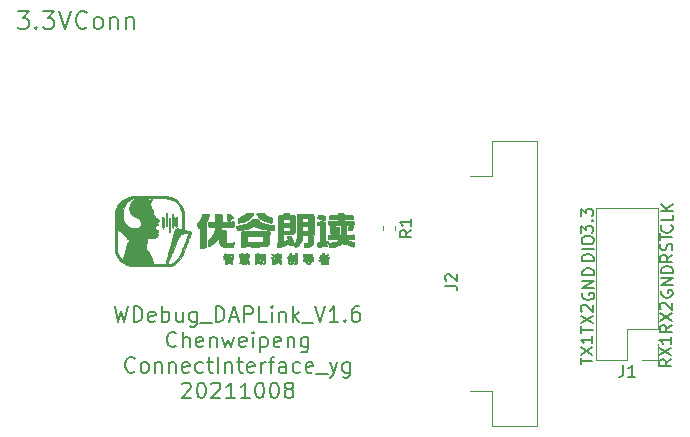
<source format=gbr>
G04 #@! TF.GenerationSoftware,KiCad,Pcbnew,(5.1.4)-1*
G04 #@! TF.CreationDate,2021-10-09T11:26:26+08:00*
G04 #@! TF.ProjectId,ConnectInterface,436f6e6e-6563-4744-996e-746572666163,rev?*
G04 #@! TF.SameCoordinates,Original*
G04 #@! TF.FileFunction,Legend,Top*
G04 #@! TF.FilePolarity,Positive*
%FSLAX46Y46*%
G04 Gerber Fmt 4.6, Leading zero omitted, Abs format (unit mm)*
G04 Created by KiCad (PCBNEW (5.1.4)-1) date 2021-10-09 11:26:26*
%MOMM*%
%LPD*%
G04 APERTURE LIST*
%ADD10C,0.200000*%
%ADD11C,0.010000*%
%ADD12C,0.120000*%
%ADD13C,0.150000*%
G04 APERTURE END LIST*
D10*
X175388020Y-73856695D02*
X175388020Y-73285266D01*
X176388020Y-73570980D02*
X175388020Y-73570980D01*
X175388020Y-73047171D02*
X176388020Y-72380504D01*
X175388020Y-72380504D02*
X176388020Y-73047171D01*
X175483259Y-72047171D02*
X175435640Y-71999552D01*
X175388020Y-71904314D01*
X175388020Y-71666219D01*
X175435640Y-71570980D01*
X175483259Y-71523361D01*
X175578497Y-71475742D01*
X175673735Y-71475742D01*
X175816592Y-71523361D01*
X176388020Y-72094790D01*
X176388020Y-71475742D01*
X175370240Y-76516075D02*
X175370240Y-75944646D01*
X176370240Y-76230360D02*
X175370240Y-76230360D01*
X175370240Y-75706551D02*
X176370240Y-75039884D01*
X175370240Y-75039884D02*
X176370240Y-75706551D01*
X176370240Y-74135122D02*
X176370240Y-74706551D01*
X176370240Y-74420837D02*
X175370240Y-74420837D01*
X175513098Y-74516075D01*
X175608336Y-74611313D01*
X175655955Y-74706551D01*
X183136800Y-67232779D02*
X182660610Y-67566112D01*
X183136800Y-67804207D02*
X182136800Y-67804207D01*
X182136800Y-67423255D01*
X182184420Y-67328017D01*
X182232039Y-67280398D01*
X182327277Y-67232779D01*
X182470134Y-67232779D01*
X182565372Y-67280398D01*
X182612991Y-67328017D01*
X182660610Y-67423255D01*
X182660610Y-67804207D01*
X183089181Y-66851826D02*
X183136800Y-66708969D01*
X183136800Y-66470874D01*
X183089181Y-66375636D01*
X183041562Y-66328017D01*
X182946324Y-66280398D01*
X182851086Y-66280398D01*
X182755848Y-66328017D01*
X182708229Y-66375636D01*
X182660610Y-66470874D01*
X182612991Y-66661350D01*
X182565372Y-66756588D01*
X182517753Y-66804207D01*
X182422515Y-66851826D01*
X182327277Y-66851826D01*
X182232039Y-66804207D01*
X182184420Y-66756588D01*
X182136800Y-66661350D01*
X182136800Y-66423255D01*
X182184420Y-66280398D01*
X182136800Y-65994683D02*
X182136800Y-65423255D01*
X183136800Y-65708969D02*
X182136800Y-65708969D01*
X183083460Y-73182717D02*
X182607270Y-73516050D01*
X183083460Y-73754145D02*
X182083460Y-73754145D01*
X182083460Y-73373193D01*
X182131080Y-73277955D01*
X182178699Y-73230336D01*
X182273937Y-73182717D01*
X182416794Y-73182717D01*
X182512032Y-73230336D01*
X182559651Y-73277955D01*
X182607270Y-73373193D01*
X182607270Y-73754145D01*
X182083460Y-72849383D02*
X183083460Y-72182717D01*
X182083460Y-72182717D02*
X183083460Y-72849383D01*
X182178699Y-71849383D02*
X182131080Y-71801764D01*
X182083460Y-71706526D01*
X182083460Y-71468431D01*
X182131080Y-71373193D01*
X182178699Y-71325574D01*
X182273937Y-71277955D01*
X182369175Y-71277955D01*
X182512032Y-71325574D01*
X183083460Y-71897002D01*
X183083460Y-71277955D01*
X175572800Y-70479824D02*
X175525180Y-70575062D01*
X175525180Y-70717920D01*
X175572800Y-70860777D01*
X175668038Y-70956015D01*
X175763276Y-71003634D01*
X175953752Y-71051253D01*
X176096609Y-71051253D01*
X176287085Y-71003634D01*
X176382323Y-70956015D01*
X176477561Y-70860777D01*
X176525180Y-70717920D01*
X176525180Y-70622681D01*
X176477561Y-70479824D01*
X176429942Y-70432205D01*
X176096609Y-70432205D01*
X176096609Y-70622681D01*
X176525180Y-70003634D02*
X175525180Y-70003634D01*
X176525180Y-69432205D01*
X175525180Y-69432205D01*
X176525180Y-68956015D02*
X175525180Y-68956015D01*
X175525180Y-68717920D01*
X175572800Y-68575062D01*
X175668038Y-68479824D01*
X175763276Y-68432205D01*
X175953752Y-68384586D01*
X176096609Y-68384586D01*
X176287085Y-68432205D01*
X176382323Y-68479824D01*
X176477561Y-68575062D01*
X176525180Y-68717920D01*
X176525180Y-68956015D01*
X183064422Y-64727698D02*
X183112041Y-64775317D01*
X183159660Y-64918174D01*
X183159660Y-65013412D01*
X183112041Y-65156269D01*
X183016803Y-65251507D01*
X182921565Y-65299126D01*
X182731089Y-65346745D01*
X182588232Y-65346745D01*
X182397756Y-65299126D01*
X182302518Y-65251507D01*
X182207280Y-65156269D01*
X182159660Y-65013412D01*
X182159660Y-64918174D01*
X182207280Y-64775317D01*
X182254899Y-64727698D01*
X183159660Y-63822936D02*
X183159660Y-64299126D01*
X182159660Y-64299126D01*
X183159660Y-63489602D02*
X182159660Y-63489602D01*
X183159660Y-62918174D02*
X182588232Y-63346745D01*
X182159660Y-62918174D02*
X182731089Y-63489602D01*
X176471840Y-67764849D02*
X175471840Y-67764849D01*
X175471840Y-67526754D01*
X175519460Y-67383897D01*
X175614698Y-67288659D01*
X175709936Y-67241040D01*
X175900412Y-67193420D01*
X176043269Y-67193420D01*
X176233745Y-67241040D01*
X176328983Y-67288659D01*
X176424221Y-67383897D01*
X176471840Y-67526754D01*
X176471840Y-67764849D01*
X176471840Y-66764849D02*
X175471840Y-66764849D01*
X175471840Y-66098182D02*
X175471840Y-65907706D01*
X175519460Y-65812468D01*
X175614698Y-65717230D01*
X175805174Y-65669611D01*
X176138507Y-65669611D01*
X176328983Y-65717230D01*
X176424221Y-65812468D01*
X176471840Y-65907706D01*
X176471840Y-66098182D01*
X176424221Y-66193420D01*
X176328983Y-66288659D01*
X176138507Y-66336278D01*
X175805174Y-66336278D01*
X175614698Y-66288659D01*
X175519460Y-66193420D01*
X175471840Y-66098182D01*
X175426120Y-65395979D02*
X175426120Y-64776931D01*
X175807073Y-65110264D01*
X175807073Y-64967407D01*
X175854692Y-64872169D01*
X175902311Y-64824550D01*
X175997549Y-64776931D01*
X176235644Y-64776931D01*
X176330882Y-64824550D01*
X176378501Y-64872169D01*
X176426120Y-64967407D01*
X176426120Y-65253121D01*
X176378501Y-65348360D01*
X176330882Y-65395979D01*
X176330882Y-64348360D02*
X176378501Y-64300740D01*
X176426120Y-64348360D01*
X176378501Y-64395979D01*
X176330882Y-64348360D01*
X176426120Y-64348360D01*
X175426120Y-63967407D02*
X175426120Y-63348360D01*
X175807073Y-63681693D01*
X175807073Y-63538836D01*
X175854692Y-63443598D01*
X175902311Y-63395979D01*
X175997549Y-63348360D01*
X176235644Y-63348360D01*
X176330882Y-63395979D01*
X176378501Y-63443598D01*
X176426120Y-63538836D01*
X176426120Y-63824550D01*
X176378501Y-63919788D01*
X176330882Y-63967407D01*
X183045360Y-76083397D02*
X182569170Y-76416730D01*
X183045360Y-76654825D02*
X182045360Y-76654825D01*
X182045360Y-76273873D01*
X182092980Y-76178635D01*
X182140599Y-76131016D01*
X182235837Y-76083397D01*
X182378694Y-76083397D01*
X182473932Y-76131016D01*
X182521551Y-76178635D01*
X182569170Y-76273873D01*
X182569170Y-76654825D01*
X182045360Y-75750063D02*
X183045360Y-75083397D01*
X182045360Y-75083397D02*
X183045360Y-75750063D01*
X183045360Y-74178635D02*
X183045360Y-74750063D01*
X183045360Y-74464349D02*
X182045360Y-74464349D01*
X182188218Y-74559587D01*
X182283456Y-74654825D01*
X182331075Y-74750063D01*
X182227600Y-70284244D02*
X182179980Y-70379482D01*
X182179980Y-70522340D01*
X182227600Y-70665197D01*
X182322838Y-70760435D01*
X182418076Y-70808054D01*
X182608552Y-70855673D01*
X182751409Y-70855673D01*
X182941885Y-70808054D01*
X183037123Y-70760435D01*
X183132361Y-70665197D01*
X183179980Y-70522340D01*
X183179980Y-70427101D01*
X183132361Y-70284244D01*
X183084742Y-70236625D01*
X182751409Y-70236625D01*
X182751409Y-70427101D01*
X183179980Y-69808054D02*
X182179980Y-69808054D01*
X183179980Y-69236625D01*
X182179980Y-69236625D01*
X183179980Y-68760435D02*
X182179980Y-68760435D01*
X182179980Y-68522340D01*
X182227600Y-68379482D01*
X182322838Y-68284244D01*
X182418076Y-68236625D01*
X182608552Y-68189006D01*
X182751409Y-68189006D01*
X182941885Y-68236625D01*
X183037123Y-68284244D01*
X183132361Y-68379482D01*
X183179980Y-68522340D01*
X183179980Y-68760435D01*
X135918767Y-71605235D02*
X136228291Y-72905235D01*
X136475910Y-71976663D01*
X136723529Y-72905235D01*
X137033053Y-71605235D01*
X137528291Y-72905235D02*
X137528291Y-71605235D01*
X137837815Y-71605235D01*
X138023529Y-71667140D01*
X138147339Y-71790949D01*
X138209243Y-71914759D01*
X138271148Y-72162378D01*
X138271148Y-72348092D01*
X138209243Y-72595711D01*
X138147339Y-72719520D01*
X138023529Y-72843330D01*
X137837815Y-72905235D01*
X137528291Y-72905235D01*
X139323529Y-72843330D02*
X139199720Y-72905235D01*
X138952100Y-72905235D01*
X138828291Y-72843330D01*
X138766386Y-72719520D01*
X138766386Y-72224282D01*
X138828291Y-72100473D01*
X138952100Y-72038568D01*
X139199720Y-72038568D01*
X139323529Y-72100473D01*
X139385434Y-72224282D01*
X139385434Y-72348092D01*
X138766386Y-72471901D01*
X139942577Y-72905235D02*
X139942577Y-71605235D01*
X139942577Y-72100473D02*
X140066386Y-72038568D01*
X140314005Y-72038568D01*
X140437815Y-72100473D01*
X140499720Y-72162378D01*
X140561624Y-72286187D01*
X140561624Y-72657616D01*
X140499720Y-72781425D01*
X140437815Y-72843330D01*
X140314005Y-72905235D01*
X140066386Y-72905235D01*
X139942577Y-72843330D01*
X141675910Y-72038568D02*
X141675910Y-72905235D01*
X141118767Y-72038568D02*
X141118767Y-72719520D01*
X141180672Y-72843330D01*
X141304481Y-72905235D01*
X141490196Y-72905235D01*
X141614005Y-72843330D01*
X141675910Y-72781425D01*
X142852100Y-72038568D02*
X142852100Y-73090949D01*
X142790196Y-73214759D01*
X142728291Y-73276663D01*
X142604481Y-73338568D01*
X142418767Y-73338568D01*
X142294958Y-73276663D01*
X142852100Y-72843330D02*
X142728291Y-72905235D01*
X142480672Y-72905235D01*
X142356862Y-72843330D01*
X142294958Y-72781425D01*
X142233053Y-72657616D01*
X142233053Y-72286187D01*
X142294958Y-72162378D01*
X142356862Y-72100473D01*
X142480672Y-72038568D01*
X142728291Y-72038568D01*
X142852100Y-72100473D01*
X143161624Y-73029044D02*
X144152100Y-73029044D01*
X144461624Y-72905235D02*
X144461624Y-71605235D01*
X144771148Y-71605235D01*
X144956862Y-71667140D01*
X145080672Y-71790949D01*
X145142577Y-71914759D01*
X145204481Y-72162378D01*
X145204481Y-72348092D01*
X145142577Y-72595711D01*
X145080672Y-72719520D01*
X144956862Y-72843330D01*
X144771148Y-72905235D01*
X144461624Y-72905235D01*
X145699720Y-72533806D02*
X146318767Y-72533806D01*
X145575910Y-72905235D02*
X146009243Y-71605235D01*
X146442577Y-72905235D01*
X146875910Y-72905235D02*
X146875910Y-71605235D01*
X147371148Y-71605235D01*
X147494958Y-71667140D01*
X147556862Y-71729044D01*
X147618767Y-71852854D01*
X147618767Y-72038568D01*
X147556862Y-72162378D01*
X147494958Y-72224282D01*
X147371148Y-72286187D01*
X146875910Y-72286187D01*
X148794958Y-72905235D02*
X148175910Y-72905235D01*
X148175910Y-71605235D01*
X149228291Y-72905235D02*
X149228291Y-72038568D01*
X149228291Y-71605235D02*
X149166386Y-71667140D01*
X149228291Y-71729044D01*
X149290196Y-71667140D01*
X149228291Y-71605235D01*
X149228291Y-71729044D01*
X149847339Y-72038568D02*
X149847339Y-72905235D01*
X149847339Y-72162378D02*
X149909243Y-72100473D01*
X150033053Y-72038568D01*
X150218767Y-72038568D01*
X150342577Y-72100473D01*
X150404481Y-72224282D01*
X150404481Y-72905235D01*
X151023529Y-72905235D02*
X151023529Y-71605235D01*
X151147339Y-72409997D02*
X151518767Y-72905235D01*
X151518767Y-72038568D02*
X151023529Y-72533806D01*
X151766386Y-73029044D02*
X152756862Y-73029044D01*
X152880672Y-71605235D02*
X153314005Y-72905235D01*
X153747339Y-71605235D01*
X154861624Y-72905235D02*
X154118767Y-72905235D01*
X154490196Y-72905235D02*
X154490196Y-71605235D01*
X154366386Y-71790949D01*
X154242577Y-71914759D01*
X154118767Y-71976663D01*
X155418767Y-72781425D02*
X155480672Y-72843330D01*
X155418767Y-72905235D01*
X155356862Y-72843330D01*
X155418767Y-72781425D01*
X155418767Y-72905235D01*
X156594958Y-71605235D02*
X156347339Y-71605235D01*
X156223529Y-71667140D01*
X156161624Y-71729044D01*
X156037815Y-71914759D01*
X155975910Y-72162378D01*
X155975910Y-72657616D01*
X156037815Y-72781425D01*
X156099720Y-72843330D01*
X156223529Y-72905235D01*
X156471148Y-72905235D01*
X156594958Y-72843330D01*
X156656862Y-72781425D01*
X156718767Y-72657616D01*
X156718767Y-72348092D01*
X156656862Y-72224282D01*
X156594958Y-72162378D01*
X156471148Y-72100473D01*
X156223529Y-72100473D01*
X156099720Y-72162378D01*
X156037815Y-72224282D01*
X155975910Y-72348092D01*
X141149720Y-74931425D02*
X141087815Y-74993330D01*
X140902100Y-75055235D01*
X140778291Y-75055235D01*
X140592577Y-74993330D01*
X140468767Y-74869520D01*
X140406862Y-74745711D01*
X140344958Y-74498092D01*
X140344958Y-74312378D01*
X140406862Y-74064759D01*
X140468767Y-73940949D01*
X140592577Y-73817140D01*
X140778291Y-73755235D01*
X140902100Y-73755235D01*
X141087815Y-73817140D01*
X141149720Y-73879044D01*
X141706862Y-75055235D02*
X141706862Y-73755235D01*
X142264005Y-75055235D02*
X142264005Y-74374282D01*
X142202100Y-74250473D01*
X142078291Y-74188568D01*
X141892577Y-74188568D01*
X141768767Y-74250473D01*
X141706862Y-74312378D01*
X143378291Y-74993330D02*
X143254481Y-75055235D01*
X143006862Y-75055235D01*
X142883053Y-74993330D01*
X142821148Y-74869520D01*
X142821148Y-74374282D01*
X142883053Y-74250473D01*
X143006862Y-74188568D01*
X143254481Y-74188568D01*
X143378291Y-74250473D01*
X143440196Y-74374282D01*
X143440196Y-74498092D01*
X142821148Y-74621901D01*
X143997339Y-74188568D02*
X143997339Y-75055235D01*
X143997339Y-74312378D02*
X144059243Y-74250473D01*
X144183053Y-74188568D01*
X144368767Y-74188568D01*
X144492577Y-74250473D01*
X144554481Y-74374282D01*
X144554481Y-75055235D01*
X145049720Y-74188568D02*
X145297339Y-75055235D01*
X145544958Y-74436187D01*
X145792577Y-75055235D01*
X146040196Y-74188568D01*
X147030672Y-74993330D02*
X146906862Y-75055235D01*
X146659243Y-75055235D01*
X146535434Y-74993330D01*
X146473529Y-74869520D01*
X146473529Y-74374282D01*
X146535434Y-74250473D01*
X146659243Y-74188568D01*
X146906862Y-74188568D01*
X147030672Y-74250473D01*
X147092577Y-74374282D01*
X147092577Y-74498092D01*
X146473529Y-74621901D01*
X147649720Y-75055235D02*
X147649720Y-74188568D01*
X147649720Y-73755235D02*
X147587815Y-73817140D01*
X147649720Y-73879044D01*
X147711624Y-73817140D01*
X147649720Y-73755235D01*
X147649720Y-73879044D01*
X148268767Y-74188568D02*
X148268767Y-75488568D01*
X148268767Y-74250473D02*
X148392577Y-74188568D01*
X148640196Y-74188568D01*
X148764005Y-74250473D01*
X148825910Y-74312378D01*
X148887815Y-74436187D01*
X148887815Y-74807616D01*
X148825910Y-74931425D01*
X148764005Y-74993330D01*
X148640196Y-75055235D01*
X148392577Y-75055235D01*
X148268767Y-74993330D01*
X149940196Y-74993330D02*
X149816386Y-75055235D01*
X149568767Y-75055235D01*
X149444958Y-74993330D01*
X149383053Y-74869520D01*
X149383053Y-74374282D01*
X149444958Y-74250473D01*
X149568767Y-74188568D01*
X149816386Y-74188568D01*
X149940196Y-74250473D01*
X150002100Y-74374282D01*
X150002100Y-74498092D01*
X149383053Y-74621901D01*
X150559243Y-74188568D02*
X150559243Y-75055235D01*
X150559243Y-74312378D02*
X150621148Y-74250473D01*
X150744958Y-74188568D01*
X150930672Y-74188568D01*
X151054481Y-74250473D01*
X151116386Y-74374282D01*
X151116386Y-75055235D01*
X152292577Y-74188568D02*
X152292577Y-75240949D01*
X152230672Y-75364759D01*
X152168767Y-75426663D01*
X152044958Y-75488568D01*
X151859243Y-75488568D01*
X151735434Y-75426663D01*
X152292577Y-74993330D02*
X152168767Y-75055235D01*
X151921148Y-75055235D01*
X151797339Y-74993330D01*
X151735434Y-74931425D01*
X151673529Y-74807616D01*
X151673529Y-74436187D01*
X151735434Y-74312378D01*
X151797339Y-74250473D01*
X151921148Y-74188568D01*
X152168767Y-74188568D01*
X152292577Y-74250473D01*
X137621148Y-77081425D02*
X137559243Y-77143330D01*
X137373529Y-77205235D01*
X137249720Y-77205235D01*
X137064005Y-77143330D01*
X136940196Y-77019520D01*
X136878291Y-76895711D01*
X136816386Y-76648092D01*
X136816386Y-76462378D01*
X136878291Y-76214759D01*
X136940196Y-76090949D01*
X137064005Y-75967140D01*
X137249720Y-75905235D01*
X137373529Y-75905235D01*
X137559243Y-75967140D01*
X137621148Y-76029044D01*
X138364005Y-77205235D02*
X138240196Y-77143330D01*
X138178291Y-77081425D01*
X138116386Y-76957616D01*
X138116386Y-76586187D01*
X138178291Y-76462378D01*
X138240196Y-76400473D01*
X138364005Y-76338568D01*
X138549720Y-76338568D01*
X138673529Y-76400473D01*
X138735434Y-76462378D01*
X138797339Y-76586187D01*
X138797339Y-76957616D01*
X138735434Y-77081425D01*
X138673529Y-77143330D01*
X138549720Y-77205235D01*
X138364005Y-77205235D01*
X139354481Y-76338568D02*
X139354481Y-77205235D01*
X139354481Y-76462378D02*
X139416386Y-76400473D01*
X139540196Y-76338568D01*
X139725910Y-76338568D01*
X139849720Y-76400473D01*
X139911624Y-76524282D01*
X139911624Y-77205235D01*
X140530672Y-76338568D02*
X140530672Y-77205235D01*
X140530672Y-76462378D02*
X140592577Y-76400473D01*
X140716386Y-76338568D01*
X140902100Y-76338568D01*
X141025910Y-76400473D01*
X141087815Y-76524282D01*
X141087815Y-77205235D01*
X142202100Y-77143330D02*
X142078291Y-77205235D01*
X141830672Y-77205235D01*
X141706862Y-77143330D01*
X141644958Y-77019520D01*
X141644958Y-76524282D01*
X141706862Y-76400473D01*
X141830672Y-76338568D01*
X142078291Y-76338568D01*
X142202100Y-76400473D01*
X142264005Y-76524282D01*
X142264005Y-76648092D01*
X141644958Y-76771901D01*
X143378291Y-77143330D02*
X143254481Y-77205235D01*
X143006862Y-77205235D01*
X142883053Y-77143330D01*
X142821148Y-77081425D01*
X142759243Y-76957616D01*
X142759243Y-76586187D01*
X142821148Y-76462378D01*
X142883053Y-76400473D01*
X143006862Y-76338568D01*
X143254481Y-76338568D01*
X143378291Y-76400473D01*
X143749720Y-76338568D02*
X144244958Y-76338568D01*
X143935434Y-75905235D02*
X143935434Y-77019520D01*
X143997339Y-77143330D01*
X144121148Y-77205235D01*
X144244958Y-77205235D01*
X144678291Y-77205235D02*
X144678291Y-75905235D01*
X145297339Y-76338568D02*
X145297339Y-77205235D01*
X145297339Y-76462378D02*
X145359243Y-76400473D01*
X145483053Y-76338568D01*
X145668767Y-76338568D01*
X145792577Y-76400473D01*
X145854481Y-76524282D01*
X145854481Y-77205235D01*
X146287815Y-76338568D02*
X146783053Y-76338568D01*
X146473529Y-75905235D02*
X146473529Y-77019520D01*
X146535434Y-77143330D01*
X146659243Y-77205235D01*
X146783053Y-77205235D01*
X147711624Y-77143330D02*
X147587815Y-77205235D01*
X147340196Y-77205235D01*
X147216386Y-77143330D01*
X147154481Y-77019520D01*
X147154481Y-76524282D01*
X147216386Y-76400473D01*
X147340196Y-76338568D01*
X147587815Y-76338568D01*
X147711624Y-76400473D01*
X147773529Y-76524282D01*
X147773529Y-76648092D01*
X147154481Y-76771901D01*
X148330672Y-77205235D02*
X148330672Y-76338568D01*
X148330672Y-76586187D02*
X148392577Y-76462378D01*
X148454481Y-76400473D01*
X148578291Y-76338568D01*
X148702100Y-76338568D01*
X148949720Y-76338568D02*
X149444958Y-76338568D01*
X149135434Y-77205235D02*
X149135434Y-76090949D01*
X149197339Y-75967140D01*
X149321148Y-75905235D01*
X149444958Y-75905235D01*
X150435434Y-77205235D02*
X150435434Y-76524282D01*
X150373529Y-76400473D01*
X150249720Y-76338568D01*
X150002100Y-76338568D01*
X149878291Y-76400473D01*
X150435434Y-77143330D02*
X150311624Y-77205235D01*
X150002100Y-77205235D01*
X149878291Y-77143330D01*
X149816386Y-77019520D01*
X149816386Y-76895711D01*
X149878291Y-76771901D01*
X150002100Y-76709997D01*
X150311624Y-76709997D01*
X150435434Y-76648092D01*
X151611624Y-77143330D02*
X151487815Y-77205235D01*
X151240196Y-77205235D01*
X151116386Y-77143330D01*
X151054481Y-77081425D01*
X150992577Y-76957616D01*
X150992577Y-76586187D01*
X151054481Y-76462378D01*
X151116386Y-76400473D01*
X151240196Y-76338568D01*
X151487815Y-76338568D01*
X151611624Y-76400473D01*
X152664005Y-77143330D02*
X152540196Y-77205235D01*
X152292577Y-77205235D01*
X152168767Y-77143330D01*
X152106862Y-77019520D01*
X152106862Y-76524282D01*
X152168767Y-76400473D01*
X152292577Y-76338568D01*
X152540196Y-76338568D01*
X152664005Y-76400473D01*
X152725910Y-76524282D01*
X152725910Y-76648092D01*
X152106862Y-76771901D01*
X152973529Y-77329044D02*
X153964005Y-77329044D01*
X154149720Y-76338568D02*
X154459243Y-77205235D01*
X154768767Y-76338568D02*
X154459243Y-77205235D01*
X154335434Y-77514759D01*
X154273529Y-77576663D01*
X154149720Y-77638568D01*
X155821148Y-76338568D02*
X155821148Y-77390949D01*
X155759243Y-77514759D01*
X155697339Y-77576663D01*
X155573529Y-77638568D01*
X155387815Y-77638568D01*
X155264005Y-77576663D01*
X155821148Y-77143330D02*
X155697339Y-77205235D01*
X155449720Y-77205235D01*
X155325910Y-77143330D01*
X155264005Y-77081425D01*
X155202100Y-76957616D01*
X155202100Y-76586187D01*
X155264005Y-76462378D01*
X155325910Y-76400473D01*
X155449720Y-76338568D01*
X155697339Y-76338568D01*
X155821148Y-76400473D01*
X141644958Y-78179044D02*
X141706862Y-78117140D01*
X141830672Y-78055235D01*
X142140196Y-78055235D01*
X142264005Y-78117140D01*
X142325910Y-78179044D01*
X142387815Y-78302854D01*
X142387815Y-78426663D01*
X142325910Y-78612378D01*
X141583053Y-79355235D01*
X142387815Y-79355235D01*
X143192577Y-78055235D02*
X143316386Y-78055235D01*
X143440196Y-78117140D01*
X143502100Y-78179044D01*
X143564005Y-78302854D01*
X143625910Y-78550473D01*
X143625910Y-78859997D01*
X143564005Y-79107616D01*
X143502100Y-79231425D01*
X143440196Y-79293330D01*
X143316386Y-79355235D01*
X143192577Y-79355235D01*
X143068767Y-79293330D01*
X143006862Y-79231425D01*
X142944958Y-79107616D01*
X142883053Y-78859997D01*
X142883053Y-78550473D01*
X142944958Y-78302854D01*
X143006862Y-78179044D01*
X143068767Y-78117140D01*
X143192577Y-78055235D01*
X144121148Y-78179044D02*
X144183053Y-78117140D01*
X144306862Y-78055235D01*
X144616386Y-78055235D01*
X144740196Y-78117140D01*
X144802100Y-78179044D01*
X144864005Y-78302854D01*
X144864005Y-78426663D01*
X144802100Y-78612378D01*
X144059243Y-79355235D01*
X144864005Y-79355235D01*
X146102100Y-79355235D02*
X145359243Y-79355235D01*
X145730672Y-79355235D02*
X145730672Y-78055235D01*
X145606862Y-78240949D01*
X145483053Y-78364759D01*
X145359243Y-78426663D01*
X147340196Y-79355235D02*
X146597339Y-79355235D01*
X146968767Y-79355235D02*
X146968767Y-78055235D01*
X146844958Y-78240949D01*
X146721148Y-78364759D01*
X146597339Y-78426663D01*
X148144958Y-78055235D02*
X148268767Y-78055235D01*
X148392577Y-78117140D01*
X148454481Y-78179044D01*
X148516386Y-78302854D01*
X148578291Y-78550473D01*
X148578291Y-78859997D01*
X148516386Y-79107616D01*
X148454481Y-79231425D01*
X148392577Y-79293330D01*
X148268767Y-79355235D01*
X148144958Y-79355235D01*
X148021148Y-79293330D01*
X147959243Y-79231425D01*
X147897339Y-79107616D01*
X147835434Y-78859997D01*
X147835434Y-78550473D01*
X147897339Y-78302854D01*
X147959243Y-78179044D01*
X148021148Y-78117140D01*
X148144958Y-78055235D01*
X149383053Y-78055235D02*
X149506862Y-78055235D01*
X149630672Y-78117140D01*
X149692577Y-78179044D01*
X149754481Y-78302854D01*
X149816386Y-78550473D01*
X149816386Y-78859997D01*
X149754481Y-79107616D01*
X149692577Y-79231425D01*
X149630672Y-79293330D01*
X149506862Y-79355235D01*
X149383053Y-79355235D01*
X149259243Y-79293330D01*
X149197339Y-79231425D01*
X149135434Y-79107616D01*
X149073529Y-78859997D01*
X149073529Y-78550473D01*
X149135434Y-78302854D01*
X149197339Y-78179044D01*
X149259243Y-78117140D01*
X149383053Y-78055235D01*
X150559243Y-78612378D02*
X150435434Y-78550473D01*
X150373529Y-78488568D01*
X150311624Y-78364759D01*
X150311624Y-78302854D01*
X150373529Y-78179044D01*
X150435434Y-78117140D01*
X150559243Y-78055235D01*
X150806862Y-78055235D01*
X150930672Y-78117140D01*
X150992577Y-78179044D01*
X151054481Y-78302854D01*
X151054481Y-78364759D01*
X150992577Y-78488568D01*
X150930672Y-78550473D01*
X150806862Y-78612378D01*
X150559243Y-78612378D01*
X150435434Y-78674282D01*
X150373529Y-78736187D01*
X150311624Y-78859997D01*
X150311624Y-79107616D01*
X150373529Y-79231425D01*
X150435434Y-79293330D01*
X150559243Y-79355235D01*
X150806862Y-79355235D01*
X150930672Y-79293330D01*
X150992577Y-79231425D01*
X151054481Y-79107616D01*
X151054481Y-78859997D01*
X150992577Y-78736187D01*
X150930672Y-78674282D01*
X150806862Y-78612378D01*
X127707380Y-46607991D02*
X128635951Y-46607991D01*
X128135951Y-47179420D01*
X128350237Y-47179420D01*
X128493094Y-47250848D01*
X128564522Y-47322277D01*
X128635951Y-47465134D01*
X128635951Y-47822277D01*
X128564522Y-47965134D01*
X128493094Y-48036562D01*
X128350237Y-48107991D01*
X127921665Y-48107991D01*
X127778808Y-48036562D01*
X127707380Y-47965134D01*
X129278808Y-47965134D02*
X129350237Y-48036562D01*
X129278808Y-48107991D01*
X129207380Y-48036562D01*
X129278808Y-47965134D01*
X129278808Y-48107991D01*
X129850237Y-46607991D02*
X130778808Y-46607991D01*
X130278808Y-47179420D01*
X130493094Y-47179420D01*
X130635951Y-47250848D01*
X130707380Y-47322277D01*
X130778808Y-47465134D01*
X130778808Y-47822277D01*
X130707380Y-47965134D01*
X130635951Y-48036562D01*
X130493094Y-48107991D01*
X130064522Y-48107991D01*
X129921665Y-48036562D01*
X129850237Y-47965134D01*
X131207380Y-46607991D02*
X131707380Y-48107991D01*
X132207380Y-46607991D01*
X133564522Y-47965134D02*
X133493094Y-48036562D01*
X133278808Y-48107991D01*
X133135951Y-48107991D01*
X132921665Y-48036562D01*
X132778808Y-47893705D01*
X132707380Y-47750848D01*
X132635951Y-47465134D01*
X132635951Y-47250848D01*
X132707380Y-46965134D01*
X132778808Y-46822277D01*
X132921665Y-46679420D01*
X133135951Y-46607991D01*
X133278808Y-46607991D01*
X133493094Y-46679420D01*
X133564522Y-46750848D01*
X134421665Y-48107991D02*
X134278808Y-48036562D01*
X134207380Y-47965134D01*
X134135951Y-47822277D01*
X134135951Y-47393705D01*
X134207380Y-47250848D01*
X134278808Y-47179420D01*
X134421665Y-47107991D01*
X134635951Y-47107991D01*
X134778808Y-47179420D01*
X134850237Y-47250848D01*
X134921665Y-47393705D01*
X134921665Y-47822277D01*
X134850237Y-47965134D01*
X134778808Y-48036562D01*
X134635951Y-48107991D01*
X134421665Y-48107991D01*
X135564522Y-47107991D02*
X135564522Y-48107991D01*
X135564522Y-47250848D02*
X135635951Y-47179420D01*
X135778808Y-47107991D01*
X135993094Y-47107991D01*
X136135951Y-47179420D01*
X136207380Y-47322277D01*
X136207380Y-48107991D01*
X136921665Y-47107991D02*
X136921665Y-48107991D01*
X136921665Y-47250848D02*
X136993094Y-47179420D01*
X137135951Y-47107991D01*
X137350237Y-47107991D01*
X137493094Y-47179420D01*
X137564522Y-47322277D01*
X137564522Y-48107991D01*
D11*
G36*
X140322023Y-63686424D02*
G01*
X140342084Y-63738125D01*
X140347597Y-63782238D01*
X140351948Y-63858437D01*
X140355138Y-63959138D01*
X140357165Y-64076758D01*
X140358028Y-64203713D01*
X140357726Y-64332418D01*
X140356259Y-64455290D01*
X140353625Y-64564744D01*
X140349824Y-64653196D01*
X140344855Y-64713063D01*
X140342197Y-64728829D01*
X140322107Y-64782054D01*
X140296866Y-64805927D01*
X140271903Y-64795973D01*
X140267811Y-64790167D01*
X140257125Y-64752786D01*
X140248242Y-64682638D01*
X140241246Y-64586607D01*
X140236220Y-64471577D01*
X140233248Y-64344433D01*
X140232413Y-64212058D01*
X140233799Y-64081335D01*
X140237489Y-63959149D01*
X140243567Y-63852383D01*
X140252117Y-63767922D01*
X140255162Y-63748047D01*
X140272961Y-63690501D01*
X140297000Y-63669760D01*
X140322023Y-63686424D01*
X140322023Y-63686424D01*
G37*
X140322023Y-63686424D02*
X140342084Y-63738125D01*
X140347597Y-63782238D01*
X140351948Y-63858437D01*
X140355138Y-63959138D01*
X140357165Y-64076758D01*
X140358028Y-64203713D01*
X140357726Y-64332418D01*
X140356259Y-64455290D01*
X140353625Y-64564744D01*
X140349824Y-64653196D01*
X140344855Y-64713063D01*
X140342197Y-64728829D01*
X140322107Y-64782054D01*
X140296866Y-64805927D01*
X140271903Y-64795973D01*
X140267811Y-64790167D01*
X140257125Y-64752786D01*
X140248242Y-64682638D01*
X140241246Y-64586607D01*
X140236220Y-64471577D01*
X140233248Y-64344433D01*
X140232413Y-64212058D01*
X140233799Y-64081335D01*
X140237489Y-63959149D01*
X140243567Y-63852383D01*
X140252117Y-63767922D01*
X140255162Y-63748047D01*
X140272961Y-63690501D01*
X140297000Y-63669760D01*
X140322023Y-63686424D01*
G36*
X141126260Y-64019794D02*
G01*
X141148773Y-64034997D01*
X141165600Y-64073249D01*
X141177296Y-64138264D01*
X141184412Y-64233760D01*
X141187504Y-64363453D01*
X141187731Y-64432656D01*
X141185509Y-64591217D01*
X141179038Y-64711982D01*
X141167901Y-64796655D01*
X141151682Y-64846942D01*
X141129966Y-64864549D01*
X141102337Y-64851180D01*
X141089144Y-64837069D01*
X141078331Y-64814541D01*
X141070527Y-64773550D01*
X141065354Y-64709005D01*
X141062431Y-64615819D01*
X141061381Y-64488900D01*
X141061361Y-64464338D01*
X141062292Y-64314772D01*
X141065480Y-64200796D01*
X141071519Y-64118345D01*
X141081001Y-64063357D01*
X141094521Y-64031767D01*
X141112670Y-64019512D01*
X141126260Y-64019794D01*
X141126260Y-64019794D01*
G37*
X141126260Y-64019794D02*
X141148773Y-64034997D01*
X141165600Y-64073249D01*
X141177296Y-64138264D01*
X141184412Y-64233760D01*
X141187504Y-64363453D01*
X141187731Y-64432656D01*
X141185509Y-64591217D01*
X141179038Y-64711982D01*
X141167901Y-64796655D01*
X141151682Y-64846942D01*
X141129966Y-64864549D01*
X141102337Y-64851180D01*
X141089144Y-64837069D01*
X141078331Y-64814541D01*
X141070527Y-64773550D01*
X141065354Y-64709005D01*
X141062431Y-64615819D01*
X141061381Y-64488900D01*
X141061361Y-64464338D01*
X141062292Y-64314772D01*
X141065480Y-64200796D01*
X141071519Y-64118345D01*
X141081001Y-64063357D01*
X141094521Y-64031767D01*
X141112670Y-64019512D01*
X141126260Y-64019794D01*
G36*
X140871435Y-63744778D02*
G01*
X140884699Y-63770066D01*
X140894222Y-63821989D01*
X140899600Y-63872070D01*
X140904281Y-63945725D01*
X140907618Y-64047473D01*
X140909642Y-64168869D01*
X140910387Y-64301467D01*
X140909884Y-64436821D01*
X140908167Y-64566483D01*
X140905266Y-64682009D01*
X140901215Y-64774951D01*
X140896045Y-64836863D01*
X140895912Y-64837867D01*
X140880844Y-64905496D01*
X140859620Y-64940959D01*
X140834795Y-64941327D01*
X140820093Y-64924837D01*
X140814905Y-64897786D01*
X140810110Y-64837507D01*
X140805809Y-64750458D01*
X140802101Y-64643098D01*
X140799087Y-64521883D01*
X140796867Y-64393273D01*
X140795540Y-64263726D01*
X140795208Y-64139699D01*
X140795969Y-64027652D01*
X140797924Y-63934042D01*
X140801174Y-63865327D01*
X140803317Y-63842305D01*
X140814117Y-63778940D01*
X140828884Y-63746975D01*
X140851456Y-63738125D01*
X140851560Y-63738125D01*
X140871435Y-63744778D01*
X140871435Y-63744778D01*
G37*
X140871435Y-63744778D02*
X140884699Y-63770066D01*
X140894222Y-63821989D01*
X140899600Y-63872070D01*
X140904281Y-63945725D01*
X140907618Y-64047473D01*
X140909642Y-64168869D01*
X140910387Y-64301467D01*
X140909884Y-64436821D01*
X140908167Y-64566483D01*
X140905266Y-64682009D01*
X140901215Y-64774951D01*
X140896045Y-64836863D01*
X140895912Y-64837867D01*
X140880844Y-64905496D01*
X140859620Y-64940959D01*
X140834795Y-64941327D01*
X140820093Y-64924837D01*
X140814905Y-64897786D01*
X140810110Y-64837507D01*
X140805809Y-64750458D01*
X140802101Y-64643098D01*
X140799087Y-64521883D01*
X140796867Y-64393273D01*
X140795540Y-64263726D01*
X140795208Y-64139699D01*
X140795969Y-64027652D01*
X140797924Y-63934042D01*
X140801174Y-63865327D01*
X140803317Y-63842305D01*
X140814117Y-63778940D01*
X140828884Y-63746975D01*
X140851456Y-63738125D01*
X140851560Y-63738125D01*
X140871435Y-63744778D01*
G36*
X140039534Y-64023779D02*
G01*
X140053236Y-64052631D01*
X140063256Y-64110484D01*
X140066347Y-64137911D01*
X140072755Y-64228093D01*
X140076838Y-64345628D01*
X140078593Y-64478314D01*
X140078018Y-64613951D01*
X140075111Y-64740335D01*
X140069871Y-64845267D01*
X140066460Y-64885070D01*
X140053191Y-64961746D01*
X140034099Y-65007689D01*
X140011662Y-65020295D01*
X139988360Y-64996960D01*
X139979241Y-64976689D01*
X139973756Y-64942573D01*
X139969133Y-64876215D01*
X139965428Y-64785051D01*
X139962694Y-64676517D01*
X139960986Y-64558050D01*
X139960359Y-64437087D01*
X139960867Y-64321064D01*
X139962564Y-64217418D01*
X139965505Y-64133586D01*
X139969743Y-64077003D01*
X139972540Y-64060586D01*
X139994937Y-64025667D01*
X140019052Y-64015938D01*
X140039534Y-64023779D01*
X140039534Y-64023779D01*
G37*
X140039534Y-64023779D02*
X140053236Y-64052631D01*
X140063256Y-64110484D01*
X140066347Y-64137911D01*
X140072755Y-64228093D01*
X140076838Y-64345628D01*
X140078593Y-64478314D01*
X140078018Y-64613951D01*
X140075111Y-64740335D01*
X140069871Y-64845267D01*
X140066460Y-64885070D01*
X140053191Y-64961746D01*
X140034099Y-65007689D01*
X140011662Y-65020295D01*
X139988360Y-64996960D01*
X139979241Y-64976689D01*
X139973756Y-64942573D01*
X139969133Y-64876215D01*
X139965428Y-64785051D01*
X139962694Y-64676517D01*
X139960986Y-64558050D01*
X139960359Y-64437087D01*
X139960867Y-64321064D01*
X139962564Y-64217418D01*
X139965505Y-64133586D01*
X139969743Y-64077003D01*
X139972540Y-64060586D01*
X139994937Y-64025667D01*
X140019052Y-64015938D01*
X140039534Y-64023779D01*
G36*
X140599994Y-64112144D02*
G01*
X140608485Y-64132691D01*
X140615435Y-64177792D01*
X140621028Y-64250568D01*
X140625449Y-64354139D01*
X140628884Y-64491627D01*
X140631161Y-64637011D01*
X140633039Y-64820315D01*
X140633313Y-64967669D01*
X140631676Y-65082787D01*
X140627820Y-65169385D01*
X140621437Y-65231180D01*
X140612219Y-65271886D01*
X140599858Y-65295218D01*
X140584047Y-65304893D01*
X140575754Y-65305781D01*
X140557376Y-65300865D01*
X140544719Y-65281144D01*
X140535551Y-65239156D01*
X140527637Y-65167441D01*
X140524919Y-65135965D01*
X140519800Y-65048870D01*
X140516784Y-64941337D01*
X140515704Y-64819794D01*
X140516396Y-64690668D01*
X140518692Y-64560386D01*
X140522428Y-64435376D01*
X140527436Y-64322065D01*
X140533552Y-64226880D01*
X140540609Y-64156249D01*
X140548441Y-64116598D01*
X140551369Y-64111195D01*
X140578211Y-64097774D01*
X140599994Y-64112144D01*
X140599994Y-64112144D01*
G37*
X140599994Y-64112144D02*
X140608485Y-64132691D01*
X140615435Y-64177792D01*
X140621028Y-64250568D01*
X140625449Y-64354139D01*
X140628884Y-64491627D01*
X140631161Y-64637011D01*
X140633039Y-64820315D01*
X140633313Y-64967669D01*
X140631676Y-65082787D01*
X140627820Y-65169385D01*
X140621437Y-65231180D01*
X140612219Y-65271886D01*
X140599858Y-65295218D01*
X140584047Y-65304893D01*
X140575754Y-65305781D01*
X140557376Y-65300865D01*
X140544719Y-65281144D01*
X140535551Y-65239156D01*
X140527637Y-65167441D01*
X140524919Y-65135965D01*
X140519800Y-65048870D01*
X140516784Y-64941337D01*
X140515704Y-64819794D01*
X140516396Y-64690668D01*
X140518692Y-64560386D01*
X140522428Y-64435376D01*
X140527436Y-64322065D01*
X140533552Y-64226880D01*
X140540609Y-64156249D01*
X140548441Y-64116598D01*
X140551369Y-64111195D01*
X140578211Y-64097774D01*
X140599994Y-64112144D01*
G36*
X153242949Y-63863740D02*
G01*
X153327343Y-63870727D01*
X153423098Y-63883009D01*
X153521152Y-63899200D01*
X153612443Y-63917920D01*
X153687909Y-63937784D01*
X153738487Y-63957410D01*
X153747690Y-63963225D01*
X153759167Y-63992333D01*
X153763241Y-64047476D01*
X153760786Y-64115871D01*
X153752678Y-64184740D01*
X153739792Y-64241300D01*
X153726755Y-64268945D01*
X153690438Y-64287951D01*
X153636005Y-64292163D01*
X153582507Y-64280702D01*
X153572845Y-64276041D01*
X153540820Y-64263758D01*
X153481152Y-64245269D01*
X153404732Y-64223876D01*
X153374408Y-64215889D01*
X153261678Y-64186487D01*
X153181748Y-64164330D01*
X153128980Y-64146785D01*
X153097734Y-64131220D01*
X153082372Y-64115002D01*
X153077257Y-64095496D01*
X153076752Y-64076891D01*
X153083851Y-64016148D01*
X153101693Y-63950700D01*
X153125091Y-63896293D01*
X153144494Y-63871177D01*
X153178979Y-63863429D01*
X153242949Y-63863740D01*
X153242949Y-63863740D01*
G37*
X153242949Y-63863740D02*
X153327343Y-63870727D01*
X153423098Y-63883009D01*
X153521152Y-63899200D01*
X153612443Y-63917920D01*
X153687909Y-63937784D01*
X153738487Y-63957410D01*
X153747690Y-63963225D01*
X153759167Y-63992333D01*
X153763241Y-64047476D01*
X153760786Y-64115871D01*
X153752678Y-64184740D01*
X153739792Y-64241300D01*
X153726755Y-64268945D01*
X153690438Y-64287951D01*
X153636005Y-64292163D01*
X153582507Y-64280702D01*
X153572845Y-64276041D01*
X153540820Y-64263758D01*
X153481152Y-64245269D01*
X153404732Y-64223876D01*
X153374408Y-64215889D01*
X153261678Y-64186487D01*
X153181748Y-64164330D01*
X153128980Y-64146785D01*
X153097734Y-64131220D01*
X153082372Y-64115002D01*
X153077257Y-64095496D01*
X153076752Y-64076891D01*
X153083851Y-64016148D01*
X153101693Y-63950700D01*
X153125091Y-63896293D01*
X153144494Y-63871177D01*
X153178979Y-63863429D01*
X153242949Y-63863740D01*
G36*
X145634100Y-63751448D02*
G01*
X145706273Y-63791667D01*
X145797609Y-63859483D01*
X145813939Y-63872617D01*
X145889377Y-63938575D01*
X145933672Y-63993540D01*
X145946429Y-64044093D01*
X145927252Y-64096813D01*
X145875744Y-64158281D01*
X145792152Y-64234524D01*
X145721477Y-64293139D01*
X145669887Y-64329037D01*
X145628182Y-64347337D01*
X145587160Y-64353162D01*
X145578764Y-64353281D01*
X145506407Y-64340598D01*
X145460211Y-64307354D01*
X145441130Y-64283425D01*
X145428644Y-64254618D01*
X145421385Y-64212482D01*
X145417983Y-64148568D01*
X145417071Y-64054426D01*
X145417064Y-64040903D01*
X145417472Y-63944454D01*
X145419789Y-63879480D01*
X145425656Y-63837772D01*
X145436713Y-63811119D01*
X145454602Y-63791310D01*
X145469349Y-63779253D01*
X145521958Y-63746953D01*
X145574768Y-63737114D01*
X145634100Y-63751448D01*
X145634100Y-63751448D01*
G37*
X145634100Y-63751448D02*
X145706273Y-63791667D01*
X145797609Y-63859483D01*
X145813939Y-63872617D01*
X145889377Y-63938575D01*
X145933672Y-63993540D01*
X145946429Y-64044093D01*
X145927252Y-64096813D01*
X145875744Y-64158281D01*
X145792152Y-64234524D01*
X145721477Y-64293139D01*
X145669887Y-64329037D01*
X145628182Y-64347337D01*
X145587160Y-64353162D01*
X145578764Y-64353281D01*
X145506407Y-64340598D01*
X145460211Y-64307354D01*
X145441130Y-64283425D01*
X145428644Y-64254618D01*
X145421385Y-64212482D01*
X145417983Y-64148568D01*
X145417071Y-64054426D01*
X145417064Y-64040903D01*
X145417472Y-63944454D01*
X145419789Y-63879480D01*
X145425656Y-63837772D01*
X145436713Y-63811119D01*
X145454602Y-63791310D01*
X145469349Y-63779253D01*
X145521958Y-63746953D01*
X145574768Y-63737114D01*
X145634100Y-63751448D01*
G36*
X148623186Y-63788609D02*
G01*
X148774844Y-63902451D01*
X148955033Y-63998284D01*
X149078236Y-64046798D01*
X149153030Y-64073652D01*
X149213493Y-64097302D01*
X149249616Y-64113764D01*
X149254502Y-64116952D01*
X149259737Y-64142599D01*
X149257996Y-64195921D01*
X149250848Y-64265837D01*
X149239858Y-64341264D01*
X149226593Y-64411121D01*
X149212619Y-64464325D01*
X149202163Y-64487227D01*
X149181451Y-64503901D01*
X149148743Y-64508769D01*
X149094379Y-64502025D01*
X149038548Y-64490564D01*
X148899610Y-64458998D01*
X148790339Y-64431474D01*
X148701328Y-64405094D01*
X148623168Y-64376957D01*
X148546453Y-64344161D01*
X148512689Y-64328438D01*
X148325215Y-64224957D01*
X148166268Y-64106824D01*
X148039510Y-63977188D01*
X147952270Y-63846311D01*
X147931172Y-63800808D01*
X147930183Y-63773645D01*
X147948727Y-63749297D01*
X147968501Y-63736579D01*
X148002277Y-63727738D01*
X148056329Y-63722157D01*
X148136931Y-63719213D01*
X148250356Y-63718287D01*
X148262455Y-63718281D01*
X148545167Y-63718281D01*
X148623186Y-63788609D01*
X148623186Y-63788609D01*
G37*
X148623186Y-63788609D02*
X148774844Y-63902451D01*
X148955033Y-63998284D01*
X149078236Y-64046798D01*
X149153030Y-64073652D01*
X149213493Y-64097302D01*
X149249616Y-64113764D01*
X149254502Y-64116952D01*
X149259737Y-64142599D01*
X149257996Y-64195921D01*
X149250848Y-64265837D01*
X149239858Y-64341264D01*
X149226593Y-64411121D01*
X149212619Y-64464325D01*
X149202163Y-64487227D01*
X149181451Y-64503901D01*
X149148743Y-64508769D01*
X149094379Y-64502025D01*
X149038548Y-64490564D01*
X148899610Y-64458998D01*
X148790339Y-64431474D01*
X148701328Y-64405094D01*
X148623168Y-64376957D01*
X148546453Y-64344161D01*
X148512689Y-64328438D01*
X148325215Y-64224957D01*
X148166268Y-64106824D01*
X148039510Y-63977188D01*
X147952270Y-63846311D01*
X147931172Y-63800808D01*
X147930183Y-63773645D01*
X147948727Y-63749297D01*
X147968501Y-63736579D01*
X148002277Y-63727738D01*
X148056329Y-63722157D01*
X148136931Y-63719213D01*
X148250356Y-63718287D01*
X148262455Y-63718281D01*
X148545167Y-63718281D01*
X148623186Y-63788609D01*
G36*
X147422977Y-63719114D02*
G01*
X147513297Y-63721397D01*
X147582727Y-63724810D01*
X147623034Y-63729029D01*
X147628019Y-63730326D01*
X147655646Y-63758832D01*
X147652240Y-63810196D01*
X147618157Y-63882990D01*
X147572975Y-63950388D01*
X147463023Y-64073317D01*
X147321646Y-64189262D01*
X147157104Y-64291795D01*
X147091153Y-64325457D01*
X147010261Y-64363420D01*
X146942538Y-64391953D01*
X146876695Y-64414671D01*
X146801444Y-64435193D01*
X146705498Y-64457134D01*
X146630309Y-64473111D01*
X146537540Y-64492488D01*
X146476077Y-64504376D01*
X146438328Y-64509158D01*
X146416698Y-64507217D01*
X146403596Y-64498937D01*
X146391801Y-64485149D01*
X146378152Y-64452898D01*
X146364352Y-64395118D01*
X146351895Y-64323005D01*
X146342273Y-64247755D01*
X146336981Y-64180562D01*
X146337511Y-64132622D01*
X146342574Y-64116085D01*
X146368205Y-64102921D01*
X146421539Y-64081280D01*
X146492597Y-64055131D01*
X146518392Y-64046135D01*
X146706533Y-63968057D01*
X146865054Y-63872265D01*
X146959472Y-63795139D01*
X147043365Y-63718281D01*
X147319998Y-63718281D01*
X147422977Y-63719114D01*
X147422977Y-63719114D01*
G37*
X147422977Y-63719114D02*
X147513297Y-63721397D01*
X147582727Y-63724810D01*
X147623034Y-63729029D01*
X147628019Y-63730326D01*
X147655646Y-63758832D01*
X147652240Y-63810196D01*
X147618157Y-63882990D01*
X147572975Y-63950388D01*
X147463023Y-64073317D01*
X147321646Y-64189262D01*
X147157104Y-64291795D01*
X147091153Y-64325457D01*
X147010261Y-64363420D01*
X146942538Y-64391953D01*
X146876695Y-64414671D01*
X146801444Y-64435193D01*
X146705498Y-64457134D01*
X146630309Y-64473111D01*
X146537540Y-64492488D01*
X146476077Y-64504376D01*
X146438328Y-64509158D01*
X146416698Y-64507217D01*
X146403596Y-64498937D01*
X146391801Y-64485149D01*
X146378152Y-64452898D01*
X146364352Y-64395118D01*
X146351895Y-64323005D01*
X146342273Y-64247755D01*
X146336981Y-64180562D01*
X146337511Y-64132622D01*
X146342574Y-64116085D01*
X146368205Y-64102921D01*
X146421539Y-64081280D01*
X146492597Y-64055131D01*
X146518392Y-64046135D01*
X146706533Y-63968057D01*
X146865054Y-63872265D01*
X146959472Y-63795139D01*
X147043365Y-63718281D01*
X147319998Y-63718281D01*
X147422977Y-63719114D01*
G36*
X155162997Y-63700871D02*
G01*
X155239582Y-63709946D01*
X155287263Y-63728326D01*
X155311332Y-63758673D01*
X155317080Y-63803650D01*
X155314954Y-63830635D01*
X155307221Y-63896875D01*
X155591956Y-63896875D01*
X155722333Y-63895466D01*
X155818168Y-63890962D01*
X155884516Y-63882942D01*
X155926431Y-63870988D01*
X155931001Y-63868790D01*
X155973896Y-63851645D01*
X156006434Y-63858459D01*
X156030235Y-63874591D01*
X156054011Y-63896761D01*
X156066776Y-63925193D01*
X156071028Y-63970913D01*
X156069266Y-64044950D01*
X156069197Y-64046543D01*
X156063236Y-64184609D01*
X155686205Y-64194531D01*
X155309173Y-64204453D01*
X155309173Y-64377185D01*
X155696127Y-64370342D01*
X155847138Y-64367988D01*
X155962821Y-64368169D01*
X156047529Y-64372726D01*
X156105613Y-64383501D01*
X156141428Y-64402333D01*
X156159326Y-64431064D01*
X156163660Y-64471534D01*
X156158783Y-64525584D01*
X156153469Y-64563743D01*
X156124528Y-64745324D01*
X156094865Y-64891171D01*
X156064775Y-65000070D01*
X156034555Y-65070806D01*
X156026902Y-65082539D01*
X156000863Y-65092786D01*
X155946933Y-65100864D01*
X155876875Y-65106316D01*
X155802446Y-65108687D01*
X155735408Y-65107522D01*
X155687522Y-65102365D01*
X155671847Y-65096293D01*
X155670414Y-65072602D01*
X155678293Y-65023045D01*
X155688934Y-64977492D01*
X155708839Y-64896298D01*
X155727206Y-64813365D01*
X155733803Y-64780183D01*
X155750534Y-64690625D01*
X154893861Y-64690625D01*
X154671532Y-64690327D01*
X154486346Y-64689386D01*
X154335764Y-64687735D01*
X154217245Y-64685304D01*
X154128250Y-64682024D01*
X154066239Y-64677828D01*
X154028672Y-64672645D01*
X154013377Y-64666813D01*
X154000424Y-64634378D01*
X153992252Y-64577039D01*
X153989515Y-64509362D01*
X153992866Y-64445913D01*
X154001609Y-64404514D01*
X154010076Y-64393897D01*
X154029531Y-64385935D01*
X154064946Y-64380261D01*
X154121292Y-64376511D01*
X154203540Y-64374317D01*
X154316663Y-64373315D01*
X154428250Y-64373125D01*
X154842845Y-64373125D01*
X154842845Y-64194531D01*
X154072464Y-64194531D01*
X154065741Y-64073924D01*
X154064626Y-64004855D01*
X154068633Y-63949616D01*
X154074886Y-63925095D01*
X154087577Y-63914918D01*
X154115853Y-63907403D01*
X154164638Y-63902196D01*
X154238851Y-63898943D01*
X154343414Y-63897289D01*
X154466800Y-63896875D01*
X154604296Y-63896543D01*
X154706351Y-63894762D01*
X154777208Y-63890352D01*
X154821113Y-63882135D01*
X154842310Y-63868933D01*
X154845044Y-63849565D01*
X154833559Y-63822854D01*
X154819234Y-63798998D01*
X154805936Y-63760990D01*
X154821664Y-63729814D01*
X154842419Y-63714905D01*
X154879777Y-63705371D01*
X154941010Y-63700222D01*
X155033389Y-63698469D01*
X155052217Y-63698438D01*
X155162997Y-63700871D01*
X155162997Y-63700871D01*
G37*
X155162997Y-63700871D02*
X155239582Y-63709946D01*
X155287263Y-63728326D01*
X155311332Y-63758673D01*
X155317080Y-63803650D01*
X155314954Y-63830635D01*
X155307221Y-63896875D01*
X155591956Y-63896875D01*
X155722333Y-63895466D01*
X155818168Y-63890962D01*
X155884516Y-63882942D01*
X155926431Y-63870988D01*
X155931001Y-63868790D01*
X155973896Y-63851645D01*
X156006434Y-63858459D01*
X156030235Y-63874591D01*
X156054011Y-63896761D01*
X156066776Y-63925193D01*
X156071028Y-63970913D01*
X156069266Y-64044950D01*
X156069197Y-64046543D01*
X156063236Y-64184609D01*
X155686205Y-64194531D01*
X155309173Y-64204453D01*
X155309173Y-64377185D01*
X155696127Y-64370342D01*
X155847138Y-64367988D01*
X155962821Y-64368169D01*
X156047529Y-64372726D01*
X156105613Y-64383501D01*
X156141428Y-64402333D01*
X156159326Y-64431064D01*
X156163660Y-64471534D01*
X156158783Y-64525584D01*
X156153469Y-64563743D01*
X156124528Y-64745324D01*
X156094865Y-64891171D01*
X156064775Y-65000070D01*
X156034555Y-65070806D01*
X156026902Y-65082539D01*
X156000863Y-65092786D01*
X155946933Y-65100864D01*
X155876875Y-65106316D01*
X155802446Y-65108687D01*
X155735408Y-65107522D01*
X155687522Y-65102365D01*
X155671847Y-65096293D01*
X155670414Y-65072602D01*
X155678293Y-65023045D01*
X155688934Y-64977492D01*
X155708839Y-64896298D01*
X155727206Y-64813365D01*
X155733803Y-64780183D01*
X155750534Y-64690625D01*
X154893861Y-64690625D01*
X154671532Y-64690327D01*
X154486346Y-64689386D01*
X154335764Y-64687735D01*
X154217245Y-64685304D01*
X154128250Y-64682024D01*
X154066239Y-64677828D01*
X154028672Y-64672645D01*
X154013377Y-64666813D01*
X154000424Y-64634378D01*
X153992252Y-64577039D01*
X153989515Y-64509362D01*
X153992866Y-64445913D01*
X154001609Y-64404514D01*
X154010076Y-64393897D01*
X154029531Y-64385935D01*
X154064946Y-64380261D01*
X154121292Y-64376511D01*
X154203540Y-64374317D01*
X154316663Y-64373315D01*
X154428250Y-64373125D01*
X154842845Y-64373125D01*
X154842845Y-64194531D01*
X154072464Y-64194531D01*
X154065741Y-64073924D01*
X154064626Y-64004855D01*
X154068633Y-63949616D01*
X154074886Y-63925095D01*
X154087577Y-63914918D01*
X154115853Y-63907403D01*
X154164638Y-63902196D01*
X154238851Y-63898943D01*
X154343414Y-63897289D01*
X154466800Y-63896875D01*
X154604296Y-63896543D01*
X154706351Y-63894762D01*
X154777208Y-63890352D01*
X154821113Y-63882135D01*
X154842310Y-63868933D01*
X154845044Y-63849565D01*
X154833559Y-63822854D01*
X154819234Y-63798998D01*
X154805936Y-63760990D01*
X154821664Y-63729814D01*
X154842419Y-63714905D01*
X154879777Y-63705371D01*
X154941010Y-63700222D01*
X155033389Y-63698469D01*
X155052217Y-63698438D01*
X155162997Y-63700871D01*
G36*
X154401808Y-64816659D02*
G01*
X154417830Y-64817604D01*
X154568773Y-64828987D01*
X154697237Y-64843447D01*
X154798644Y-64860260D01*
X154868414Y-64878703D01*
X154897416Y-64893326D01*
X154915896Y-64927025D01*
X154923314Y-64980293D01*
X154921069Y-65041900D01*
X154910563Y-65100615D01*
X154893194Y-65145207D01*
X154870365Y-65164445D01*
X154863681Y-65163902D01*
X154838053Y-65159590D01*
X154793236Y-65153615D01*
X154746923Y-65147154D01*
X154674288Y-65136172D01*
X154588166Y-65122625D01*
X154552653Y-65116901D01*
X154461816Y-65103534D01*
X154376348Y-65093345D01*
X154310496Y-65087954D01*
X154294139Y-65087500D01*
X154210048Y-65076313D01*
X154156659Y-65041214D01*
X154131380Y-64979896D01*
X154128470Y-64939976D01*
X154131153Y-64885802D01*
X154143130Y-64848398D01*
X154170291Y-64825274D01*
X154218531Y-64813937D01*
X154293739Y-64811896D01*
X154401808Y-64816659D01*
X154401808Y-64816659D01*
G37*
X154401808Y-64816659D02*
X154417830Y-64817604D01*
X154568773Y-64828987D01*
X154697237Y-64843447D01*
X154798644Y-64860260D01*
X154868414Y-64878703D01*
X154897416Y-64893326D01*
X154915896Y-64927025D01*
X154923314Y-64980293D01*
X154921069Y-65041900D01*
X154910563Y-65100615D01*
X154893194Y-65145207D01*
X154870365Y-65164445D01*
X154863681Y-65163902D01*
X154838053Y-65159590D01*
X154793236Y-65153615D01*
X154746923Y-65147154D01*
X154674288Y-65136172D01*
X154588166Y-65122625D01*
X154552653Y-65116901D01*
X154461816Y-65103534D01*
X154376348Y-65093345D01*
X154310496Y-65087954D01*
X154294139Y-65087500D01*
X154210048Y-65076313D01*
X154156659Y-65041214D01*
X154131380Y-64979896D01*
X154128470Y-64939976D01*
X154131153Y-64885802D01*
X154143130Y-64848398D01*
X154170291Y-64825274D01*
X154218531Y-64813937D01*
X154293739Y-64811896D01*
X154401808Y-64816659D01*
G36*
X147909021Y-64235410D02*
G01*
X147997165Y-64238686D01*
X148063282Y-64243599D01*
X148100024Y-64249703D01*
X148104863Y-64252397D01*
X148106769Y-64282679D01*
X148096615Y-64321819D01*
X148088535Y-64350392D01*
X148094992Y-64371957D01*
X148122603Y-64393983D01*
X148177986Y-64423939D01*
X148194519Y-64432318D01*
X148279787Y-64473530D01*
X148361533Y-64508297D01*
X148450516Y-64540540D01*
X148557491Y-64574184D01*
X148681361Y-64609831D01*
X148836331Y-64649919D01*
X148988461Y-64683107D01*
X149129407Y-64707955D01*
X149250824Y-64723022D01*
X149344368Y-64726866D01*
X149356048Y-64726352D01*
X149455267Y-64720391D01*
X149448882Y-64831294D01*
X149440094Y-64920049D01*
X149425362Y-65014716D01*
X149418254Y-65049575D01*
X149394009Y-65156953D01*
X149236123Y-65151526D01*
X149092351Y-65141083D01*
X148922829Y-65119917D01*
X148739349Y-65090183D01*
X148553702Y-65054035D01*
X148377677Y-65013627D01*
X148223067Y-64971112D01*
X148188073Y-64960058D01*
X148093710Y-64926457D01*
X147986387Y-64884070D01*
X147888659Y-64841824D01*
X147884860Y-64840074D01*
X147729948Y-64768501D01*
X147640108Y-64817022D01*
X147482680Y-64892000D01*
X147303713Y-64957510D01*
X147094892Y-65016528D01*
X147055930Y-65026105D01*
X146860153Y-65071630D01*
X146687424Y-65108377D01*
X146540374Y-65135933D01*
X146421629Y-65153885D01*
X146333819Y-65161820D01*
X146279573Y-65159323D01*
X146262752Y-65150798D01*
X146253079Y-65122876D01*
X146238607Y-65066939D01*
X146222118Y-64993932D01*
X146218465Y-64976521D01*
X146203098Y-64899069D01*
X146196530Y-64850998D01*
X146198964Y-64822945D01*
X146210599Y-64805548D01*
X146222329Y-64796147D01*
X146271086Y-64775013D01*
X146306166Y-64770000D01*
X146346535Y-64765145D01*
X146416055Y-64751995D01*
X146505578Y-64732674D01*
X146605960Y-64709306D01*
X146708053Y-64684015D01*
X146802712Y-64658924D01*
X146875580Y-64637778D01*
X147014885Y-64586358D01*
X147153333Y-64520313D01*
X147279690Y-64445864D01*
X147382723Y-64369232D01*
X147415455Y-64338791D01*
X147518769Y-64234219D01*
X147806198Y-64234219D01*
X147909021Y-64235410D01*
X147909021Y-64235410D01*
G37*
X147909021Y-64235410D02*
X147997165Y-64238686D01*
X148063282Y-64243599D01*
X148100024Y-64249703D01*
X148104863Y-64252397D01*
X148106769Y-64282679D01*
X148096615Y-64321819D01*
X148088535Y-64350392D01*
X148094992Y-64371957D01*
X148122603Y-64393983D01*
X148177986Y-64423939D01*
X148194519Y-64432318D01*
X148279787Y-64473530D01*
X148361533Y-64508297D01*
X148450516Y-64540540D01*
X148557491Y-64574184D01*
X148681361Y-64609831D01*
X148836331Y-64649919D01*
X148988461Y-64683107D01*
X149129407Y-64707955D01*
X149250824Y-64723022D01*
X149344368Y-64726866D01*
X149356048Y-64726352D01*
X149455267Y-64720391D01*
X149448882Y-64831294D01*
X149440094Y-64920049D01*
X149425362Y-65014716D01*
X149418254Y-65049575D01*
X149394009Y-65156953D01*
X149236123Y-65151526D01*
X149092351Y-65141083D01*
X148922829Y-65119917D01*
X148739349Y-65090183D01*
X148553702Y-65054035D01*
X148377677Y-65013627D01*
X148223067Y-64971112D01*
X148188073Y-64960058D01*
X148093710Y-64926457D01*
X147986387Y-64884070D01*
X147888659Y-64841824D01*
X147884860Y-64840074D01*
X147729948Y-64768501D01*
X147640108Y-64817022D01*
X147482680Y-64892000D01*
X147303713Y-64957510D01*
X147094892Y-65016528D01*
X147055930Y-65026105D01*
X146860153Y-65071630D01*
X146687424Y-65108377D01*
X146540374Y-65135933D01*
X146421629Y-65153885D01*
X146333819Y-65161820D01*
X146279573Y-65159323D01*
X146262752Y-65150798D01*
X146253079Y-65122876D01*
X146238607Y-65066939D01*
X146222118Y-64993932D01*
X146218465Y-64976521D01*
X146203098Y-64899069D01*
X146196530Y-64850998D01*
X146198964Y-64822945D01*
X146210599Y-64805548D01*
X146222329Y-64796147D01*
X146271086Y-64775013D01*
X146306166Y-64770000D01*
X146346535Y-64765145D01*
X146416055Y-64751995D01*
X146505578Y-64732674D01*
X146605960Y-64709306D01*
X146708053Y-64684015D01*
X146802712Y-64658924D01*
X146875580Y-64637778D01*
X147014885Y-64586358D01*
X147153333Y-64520313D01*
X147279690Y-64445864D01*
X147382723Y-64369232D01*
X147415455Y-64338791D01*
X147518769Y-64234219D01*
X147806198Y-64234219D01*
X147909021Y-64235410D01*
G36*
X154272337Y-65147191D02*
G01*
X154357620Y-65149951D01*
X154457746Y-65157319D01*
X154564288Y-65168180D01*
X154668818Y-65181416D01*
X154762910Y-65195912D01*
X154838136Y-65210552D01*
X154886068Y-65224220D01*
X154896639Y-65229879D01*
X154913483Y-65262453D01*
X154919271Y-65325919D01*
X154918124Y-65373421D01*
X154913954Y-65440067D01*
X154906240Y-65476790D01*
X154889908Y-65493325D01*
X154859886Y-65499405D01*
X154852054Y-65500198D01*
X154805944Y-65500958D01*
X154780253Y-65494543D01*
X154757455Y-65488739D01*
X154702245Y-65480373D01*
X154621742Y-65470366D01*
X154523069Y-65459637D01*
X154466769Y-65454061D01*
X154360788Y-65443314D01*
X154268623Y-65432848D01*
X154197599Y-65423581D01*
X154155042Y-65416433D01*
X154146656Y-65413897D01*
X154137277Y-65389667D01*
X154130710Y-65337493D01*
X154128470Y-65274845D01*
X154128470Y-65147031D01*
X154272337Y-65147191D01*
X154272337Y-65147191D01*
G37*
X154272337Y-65147191D02*
X154357620Y-65149951D01*
X154457746Y-65157319D01*
X154564288Y-65168180D01*
X154668818Y-65181416D01*
X154762910Y-65195912D01*
X154838136Y-65210552D01*
X154886068Y-65224220D01*
X154896639Y-65229879D01*
X154913483Y-65262453D01*
X154919271Y-65325919D01*
X154918124Y-65373421D01*
X154913954Y-65440067D01*
X154906240Y-65476790D01*
X154889908Y-65493325D01*
X154859886Y-65499405D01*
X154852054Y-65500198D01*
X154805944Y-65500958D01*
X154780253Y-65494543D01*
X154757455Y-65488739D01*
X154702245Y-65480373D01*
X154621742Y-65470366D01*
X154523069Y-65459637D01*
X154466769Y-65454061D01*
X154360788Y-65443314D01*
X154268623Y-65432848D01*
X154197599Y-65423581D01*
X154155042Y-65416433D01*
X154146656Y-65413897D01*
X154137277Y-65389667D01*
X154130710Y-65337493D01*
X154128470Y-65274845D01*
X154128470Y-65147031D01*
X154272337Y-65147191D01*
G36*
X155487900Y-64873497D02*
G01*
X155491781Y-64916131D01*
X155494304Y-64989542D01*
X155495324Y-65084837D01*
X155494697Y-65193123D01*
X155493888Y-65241319D01*
X155487767Y-65543966D01*
X155750966Y-65543936D01*
X155881819Y-65541882D01*
X155977975Y-65535856D01*
X156037494Y-65526013D01*
X156052618Y-65519892D01*
X156103220Y-65506054D01*
X156146606Y-65515348D01*
X156174336Y-65527075D01*
X156191277Y-65544396D01*
X156200601Y-65576474D01*
X156205479Y-65632468D01*
X156208020Y-65692747D01*
X156209686Y-65774921D01*
X156206217Y-65826842D01*
X156196119Y-65857778D01*
X156178389Y-65876640D01*
X156153073Y-65886660D01*
X156105834Y-65893751D01*
X156032262Y-65898178D01*
X155927947Y-65900203D01*
X155788479Y-65900089D01*
X155785558Y-65900068D01*
X155656590Y-65899550D01*
X155562041Y-65900369D01*
X155496652Y-65902934D01*
X155455165Y-65907655D01*
X155432322Y-65914940D01*
X155422865Y-65925199D01*
X155421956Y-65928370D01*
X155434107Y-65956425D01*
X155471566Y-65970999D01*
X155542317Y-65987934D01*
X155636010Y-66013109D01*
X155741823Y-66043310D01*
X155848937Y-66075329D01*
X155946530Y-66105954D01*
X156023782Y-66131974D01*
X156058783Y-66145237D01*
X156153944Y-66184784D01*
X156148278Y-66365400D01*
X156144928Y-66450754D01*
X156140149Y-66503782D01*
X156132062Y-66531843D01*
X156118785Y-66542293D01*
X156102923Y-66542901D01*
X156070266Y-66534716D01*
X156009029Y-66514525D01*
X155927429Y-66485200D01*
X155833680Y-66449609D01*
X155815189Y-66442382D01*
X155699102Y-66398804D01*
X155572998Y-66354730D01*
X155453104Y-66315669D01*
X155366201Y-66289975D01*
X155165261Y-66234972D01*
X155066514Y-66305914D01*
X154886331Y-66412486D01*
X154684226Y-66491539D01*
X154469375Y-66540212D01*
X154265723Y-66555703D01*
X154187038Y-66554362D01*
X154124219Y-66550582D01*
X154087292Y-66545074D01*
X154082168Y-66542708D01*
X154075715Y-66517693D01*
X154071005Y-66464048D01*
X154068961Y-66392823D01*
X154068939Y-66384336D01*
X154068974Y-66315931D01*
X154073677Y-66270861D01*
X154089940Y-66243399D01*
X154124659Y-66227818D01*
X154184726Y-66218391D01*
X154277037Y-66209389D01*
X154279857Y-66209116D01*
X154413336Y-66188156D01*
X154551047Y-66152865D01*
X154676140Y-66108045D01*
X154738509Y-66078373D01*
X154798830Y-66042081D01*
X154860430Y-65999261D01*
X154914168Y-65957022D01*
X154950901Y-65922474D01*
X154961928Y-65904610D01*
X154943066Y-65900872D01*
X154890357Y-65898105D01*
X154809628Y-65896415D01*
X154706710Y-65895906D01*
X154587433Y-65896685D01*
X154550170Y-65897173D01*
X154422056Y-65898433D01*
X154303750Y-65898463D01*
X154202363Y-65897351D01*
X154125006Y-65895184D01*
X154078791Y-65892050D01*
X154073900Y-65891313D01*
X154009408Y-65879452D01*
X154009408Y-65723724D01*
X154011082Y-65641296D01*
X154017073Y-65590697D01*
X154028831Y-65564171D01*
X154040796Y-65555951D01*
X154068673Y-65552630D01*
X154130452Y-65549659D01*
X154220348Y-65547172D01*
X154332576Y-65545300D01*
X154461353Y-65544177D01*
X154566208Y-65543906D01*
X155060231Y-65543906D01*
X155065640Y-65181758D01*
X155071048Y-64819609D01*
X155273420Y-64813966D01*
X155475791Y-64808322D01*
X155487900Y-64873497D01*
X155487900Y-64873497D01*
G37*
X155487900Y-64873497D02*
X155491781Y-64916131D01*
X155494304Y-64989542D01*
X155495324Y-65084837D01*
X155494697Y-65193123D01*
X155493888Y-65241319D01*
X155487767Y-65543966D01*
X155750966Y-65543936D01*
X155881819Y-65541882D01*
X155977975Y-65535856D01*
X156037494Y-65526013D01*
X156052618Y-65519892D01*
X156103220Y-65506054D01*
X156146606Y-65515348D01*
X156174336Y-65527075D01*
X156191277Y-65544396D01*
X156200601Y-65576474D01*
X156205479Y-65632468D01*
X156208020Y-65692747D01*
X156209686Y-65774921D01*
X156206217Y-65826842D01*
X156196119Y-65857778D01*
X156178389Y-65876640D01*
X156153073Y-65886660D01*
X156105834Y-65893751D01*
X156032262Y-65898178D01*
X155927947Y-65900203D01*
X155788479Y-65900089D01*
X155785558Y-65900068D01*
X155656590Y-65899550D01*
X155562041Y-65900369D01*
X155496652Y-65902934D01*
X155455165Y-65907655D01*
X155432322Y-65914940D01*
X155422865Y-65925199D01*
X155421956Y-65928370D01*
X155434107Y-65956425D01*
X155471566Y-65970999D01*
X155542317Y-65987934D01*
X155636010Y-66013109D01*
X155741823Y-66043310D01*
X155848937Y-66075329D01*
X155946530Y-66105954D01*
X156023782Y-66131974D01*
X156058783Y-66145237D01*
X156153944Y-66184784D01*
X156148278Y-66365400D01*
X156144928Y-66450754D01*
X156140149Y-66503782D01*
X156132062Y-66531843D01*
X156118785Y-66542293D01*
X156102923Y-66542901D01*
X156070266Y-66534716D01*
X156009029Y-66514525D01*
X155927429Y-66485200D01*
X155833680Y-66449609D01*
X155815189Y-66442382D01*
X155699102Y-66398804D01*
X155572998Y-66354730D01*
X155453104Y-66315669D01*
X155366201Y-66289975D01*
X155165261Y-66234972D01*
X155066514Y-66305914D01*
X154886331Y-66412486D01*
X154684226Y-66491539D01*
X154469375Y-66540212D01*
X154265723Y-66555703D01*
X154187038Y-66554362D01*
X154124219Y-66550582D01*
X154087292Y-66545074D01*
X154082168Y-66542708D01*
X154075715Y-66517693D01*
X154071005Y-66464048D01*
X154068961Y-66392823D01*
X154068939Y-66384336D01*
X154068974Y-66315931D01*
X154073677Y-66270861D01*
X154089940Y-66243399D01*
X154124659Y-66227818D01*
X154184726Y-66218391D01*
X154277037Y-66209389D01*
X154279857Y-66209116D01*
X154413336Y-66188156D01*
X154551047Y-66152865D01*
X154676140Y-66108045D01*
X154738509Y-66078373D01*
X154798830Y-66042081D01*
X154860430Y-65999261D01*
X154914168Y-65957022D01*
X154950901Y-65922474D01*
X154961928Y-65904610D01*
X154943066Y-65900872D01*
X154890357Y-65898105D01*
X154809628Y-65896415D01*
X154706710Y-65895906D01*
X154587433Y-65896685D01*
X154550170Y-65897173D01*
X154422056Y-65898433D01*
X154303750Y-65898463D01*
X154202363Y-65897351D01*
X154125006Y-65895184D01*
X154078791Y-65892050D01*
X154073900Y-65891313D01*
X154009408Y-65879452D01*
X154009408Y-65723724D01*
X154011082Y-65641296D01*
X154017073Y-65590697D01*
X154028831Y-65564171D01*
X154040796Y-65555951D01*
X154068673Y-65552630D01*
X154130452Y-65549659D01*
X154220348Y-65547172D01*
X154332576Y-65545300D01*
X154461353Y-65544177D01*
X154566208Y-65543906D01*
X155060231Y-65543906D01*
X155065640Y-65181758D01*
X155071048Y-64819609D01*
X155273420Y-64813966D01*
X155475791Y-64808322D01*
X155487900Y-64873497D01*
G36*
X153534428Y-64413147D02*
G01*
X153619764Y-64414617D01*
X153677640Y-64417922D01*
X153714170Y-64423762D01*
X153735468Y-64432838D01*
X153747645Y-64445849D01*
X153750741Y-64451195D01*
X153756431Y-64482230D01*
X153761251Y-64551572D01*
X153765167Y-64657854D01*
X153768148Y-64799703D01*
X153770158Y-64975751D01*
X153771165Y-65184626D01*
X153771283Y-65294555D01*
X153771283Y-66099531D01*
X153951422Y-66099531D01*
X153945688Y-66272806D01*
X153939955Y-66446081D01*
X153761361Y-66469809D01*
X153658990Y-66484044D01*
X153550854Y-66500085D01*
X153457639Y-66514849D01*
X153443861Y-66517164D01*
X153358493Y-66531680D01*
X153275025Y-66545869D01*
X153219118Y-66555367D01*
X153154420Y-66561072D01*
X153114859Y-66549754D01*
X153105016Y-66541680D01*
X153090217Y-66506931D01*
X153080650Y-66446210D01*
X153076685Y-66372938D01*
X153078694Y-66300530D01*
X153087047Y-66242406D01*
X153096084Y-66218594D01*
X153125114Y-66198226D01*
X153179208Y-66178303D01*
X153219804Y-66168562D01*
X153324798Y-66148296D01*
X153330010Y-65439304D01*
X153335222Y-64730313D01*
X153229799Y-64730313D01*
X153165661Y-64726068D01*
X153116604Y-64715205D01*
X153100564Y-64706500D01*
X153087611Y-64674066D01*
X153079439Y-64616727D01*
X153076702Y-64549049D01*
X153080053Y-64485601D01*
X153088796Y-64444201D01*
X153098455Y-64432193D01*
X153120555Y-64423628D01*
X153160795Y-64417956D01*
X153224875Y-64414631D01*
X153318496Y-64413106D01*
X153415520Y-64412813D01*
X153534428Y-64413147D01*
X153534428Y-64413147D01*
G37*
X153534428Y-64413147D02*
X153619764Y-64414617D01*
X153677640Y-64417922D01*
X153714170Y-64423762D01*
X153735468Y-64432838D01*
X153747645Y-64445849D01*
X153750741Y-64451195D01*
X153756431Y-64482230D01*
X153761251Y-64551572D01*
X153765167Y-64657854D01*
X153768148Y-64799703D01*
X153770158Y-64975751D01*
X153771165Y-65184626D01*
X153771283Y-65294555D01*
X153771283Y-66099531D01*
X153951422Y-66099531D01*
X153945688Y-66272806D01*
X153939955Y-66446081D01*
X153761361Y-66469809D01*
X153658990Y-66484044D01*
X153550854Y-66500085D01*
X153457639Y-66514849D01*
X153443861Y-66517164D01*
X153358493Y-66531680D01*
X153275025Y-66545869D01*
X153219118Y-66555367D01*
X153154420Y-66561072D01*
X153114859Y-66549754D01*
X153105016Y-66541680D01*
X153090217Y-66506931D01*
X153080650Y-66446210D01*
X153076685Y-66372938D01*
X153078694Y-66300530D01*
X153087047Y-66242406D01*
X153096084Y-66218594D01*
X153125114Y-66198226D01*
X153179208Y-66178303D01*
X153219804Y-66168562D01*
X153324798Y-66148296D01*
X153330010Y-65439304D01*
X153335222Y-64730313D01*
X153229799Y-64730313D01*
X153165661Y-64726068D01*
X153116604Y-64715205D01*
X153100564Y-64706500D01*
X153087611Y-64674066D01*
X153079439Y-64616727D01*
X153076702Y-64549049D01*
X153080053Y-64485601D01*
X153088796Y-64444201D01*
X153098455Y-64432193D01*
X153120555Y-64423628D01*
X153160795Y-64417956D01*
X153224875Y-64414631D01*
X153318496Y-64413106D01*
X153415520Y-64412813D01*
X153534428Y-64413147D01*
G36*
X152499325Y-63776486D02*
G01*
X152580957Y-63778153D01*
X152640001Y-63781053D01*
X152680731Y-63785402D01*
X152707420Y-63791420D01*
X152724343Y-63799325D01*
X152735775Y-63809337D01*
X152736788Y-63810471D01*
X152743581Y-63820943D01*
X152749290Y-63837676D01*
X152753973Y-63863709D01*
X152757686Y-63902080D01*
X152760486Y-63955826D01*
X152762429Y-64027987D01*
X152763571Y-64121601D01*
X152763969Y-64239705D01*
X152763680Y-64385338D01*
X152762760Y-64561538D01*
X152761266Y-64771344D01*
X152759254Y-65017794D01*
X152759252Y-65018047D01*
X152749330Y-66188828D01*
X152701821Y-66284522D01*
X152634116Y-66388791D01*
X152546070Y-66466122D01*
X152434028Y-66518333D01*
X152294333Y-66547243D01*
X152158176Y-66554829D01*
X151963896Y-66555938D01*
X151969660Y-66392227D01*
X151975423Y-66228516D01*
X152123768Y-66218594D01*
X152192079Y-66212826D01*
X152242572Y-66202376D01*
X152277946Y-66181850D01*
X152300902Y-66145856D01*
X152314139Y-66088998D01*
X152320358Y-66005883D01*
X152322259Y-65891117D01*
X152322431Y-65821719D01*
X152322758Y-65533984D01*
X152064755Y-65540049D01*
X151806752Y-65546113D01*
X151806752Y-65680314D01*
X151789225Y-65855712D01*
X151739311Y-66026973D01*
X151661005Y-66187231D01*
X151558304Y-66329619D01*
X151435204Y-66447270D01*
X151316062Y-66523433D01*
X151249867Y-66555911D01*
X151208772Y-66571374D01*
X151182912Y-66571582D01*
X151162419Y-66558292D01*
X151155877Y-66551969D01*
X151142943Y-66518666D01*
X151134652Y-66453941D01*
X151132064Y-66375536D01*
X151133107Y-66296785D01*
X151139088Y-66244040D01*
X151154287Y-66203623D01*
X151182984Y-66161859D01*
X151208928Y-66129899D01*
X151239464Y-66092383D01*
X151265253Y-66057419D01*
X151286698Y-66021432D01*
X151304198Y-65980844D01*
X151318154Y-65932078D01*
X151328969Y-65871556D01*
X151337041Y-65795701D01*
X151342772Y-65700936D01*
X151346564Y-65583683D01*
X151348816Y-65440366D01*
X151349930Y-65267408D01*
X151350306Y-65061230D01*
X151350345Y-64867874D01*
X151350369Y-64829531D01*
X151806752Y-64829531D01*
X151806752Y-65186719D01*
X152322689Y-65186719D01*
X152322689Y-64829531D01*
X151806752Y-64829531D01*
X151350369Y-64829531D01*
X151350492Y-64636075D01*
X151351075Y-64440754D01*
X151352306Y-64278701D01*
X151354397Y-64146705D01*
X151355943Y-64095313D01*
X151806752Y-64095313D01*
X151806752Y-64472344D01*
X152322689Y-64472344D01*
X152322689Y-64095313D01*
X151806752Y-64095313D01*
X151355943Y-64095313D01*
X151357561Y-64041558D01*
X151362009Y-63960049D01*
X151367955Y-63898969D01*
X151375610Y-63855109D01*
X151385187Y-63825258D01*
X151396898Y-63806206D01*
X151410956Y-63794746D01*
X151421654Y-63789768D01*
X151447321Y-63787206D01*
X151507688Y-63784695D01*
X151597766Y-63782334D01*
X151712567Y-63780223D01*
X151847102Y-63778461D01*
X151996385Y-63777148D01*
X152076151Y-63776686D01*
X152251196Y-63775971D01*
X152390829Y-63775831D01*
X152499325Y-63776486D01*
X152499325Y-63776486D01*
G37*
X152499325Y-63776486D02*
X152580957Y-63778153D01*
X152640001Y-63781053D01*
X152680731Y-63785402D01*
X152707420Y-63791420D01*
X152724343Y-63799325D01*
X152735775Y-63809337D01*
X152736788Y-63810471D01*
X152743581Y-63820943D01*
X152749290Y-63837676D01*
X152753973Y-63863709D01*
X152757686Y-63902080D01*
X152760486Y-63955826D01*
X152762429Y-64027987D01*
X152763571Y-64121601D01*
X152763969Y-64239705D01*
X152763680Y-64385338D01*
X152762760Y-64561538D01*
X152761266Y-64771344D01*
X152759254Y-65017794D01*
X152759252Y-65018047D01*
X152749330Y-66188828D01*
X152701821Y-66284522D01*
X152634116Y-66388791D01*
X152546070Y-66466122D01*
X152434028Y-66518333D01*
X152294333Y-66547243D01*
X152158176Y-66554829D01*
X151963896Y-66555938D01*
X151969660Y-66392227D01*
X151975423Y-66228516D01*
X152123768Y-66218594D01*
X152192079Y-66212826D01*
X152242572Y-66202376D01*
X152277946Y-66181850D01*
X152300902Y-66145856D01*
X152314139Y-66088998D01*
X152320358Y-66005883D01*
X152322259Y-65891117D01*
X152322431Y-65821719D01*
X152322758Y-65533984D01*
X152064755Y-65540049D01*
X151806752Y-65546113D01*
X151806752Y-65680314D01*
X151789225Y-65855712D01*
X151739311Y-66026973D01*
X151661005Y-66187231D01*
X151558304Y-66329619D01*
X151435204Y-66447270D01*
X151316062Y-66523433D01*
X151249867Y-66555911D01*
X151208772Y-66571374D01*
X151182912Y-66571582D01*
X151162419Y-66558292D01*
X151155877Y-66551969D01*
X151142943Y-66518666D01*
X151134652Y-66453941D01*
X151132064Y-66375536D01*
X151133107Y-66296785D01*
X151139088Y-66244040D01*
X151154287Y-66203623D01*
X151182984Y-66161859D01*
X151208928Y-66129899D01*
X151239464Y-66092383D01*
X151265253Y-66057419D01*
X151286698Y-66021432D01*
X151304198Y-65980844D01*
X151318154Y-65932078D01*
X151328969Y-65871556D01*
X151337041Y-65795701D01*
X151342772Y-65700936D01*
X151346564Y-65583683D01*
X151348816Y-65440366D01*
X151349930Y-65267408D01*
X151350306Y-65061230D01*
X151350345Y-64867874D01*
X151350369Y-64829531D01*
X151806752Y-64829531D01*
X151806752Y-65186719D01*
X152322689Y-65186719D01*
X152322689Y-64829531D01*
X151806752Y-64829531D01*
X151350369Y-64829531D01*
X151350492Y-64636075D01*
X151351075Y-64440754D01*
X151352306Y-64278701D01*
X151354397Y-64146705D01*
X151355943Y-64095313D01*
X151806752Y-64095313D01*
X151806752Y-64472344D01*
X152322689Y-64472344D01*
X152322689Y-64095313D01*
X151806752Y-64095313D01*
X151355943Y-64095313D01*
X151357561Y-64041558D01*
X151362009Y-63960049D01*
X151367955Y-63898969D01*
X151375610Y-63855109D01*
X151385187Y-63825258D01*
X151396898Y-63806206D01*
X151410956Y-63794746D01*
X151421654Y-63789768D01*
X151447321Y-63787206D01*
X151507688Y-63784695D01*
X151597766Y-63782334D01*
X151712567Y-63780223D01*
X151847102Y-63778461D01*
X151996385Y-63777148D01*
X152076151Y-63776686D01*
X152251196Y-63775971D01*
X152390829Y-63775831D01*
X152499325Y-63776486D01*
G36*
X150487142Y-63722402D02*
G01*
X150685580Y-63728203D01*
X150691728Y-63813499D01*
X150698510Y-63866986D01*
X150711362Y-63889021D01*
X150731416Y-63888817D01*
X150765794Y-63883749D01*
X150828427Y-63878871D01*
X150907888Y-63875001D01*
X150938903Y-63873998D01*
X151029307Y-63873113D01*
X151088710Y-63877254D01*
X151125607Y-63887536D01*
X151144749Y-63901055D01*
X151153367Y-63913339D01*
X151160242Y-63933777D01*
X151165533Y-63966377D01*
X151169400Y-64015146D01*
X151172000Y-64084092D01*
X151173495Y-64177224D01*
X151174042Y-64298549D01*
X151173800Y-64452074D01*
X151173076Y-64614406D01*
X151171970Y-64807058D01*
X151170412Y-64964187D01*
X151167716Y-65089958D01*
X151163196Y-65188535D01*
X151156166Y-65264081D01*
X151145939Y-65320760D01*
X151131830Y-65362738D01*
X151113151Y-65394177D01*
X151089217Y-65419243D01*
X151059342Y-65442099D01*
X151033799Y-65459503D01*
X151009212Y-65474807D01*
X150983280Y-65486156D01*
X150949937Y-65494140D01*
X150903122Y-65499348D01*
X150836769Y-65502368D01*
X150744815Y-65503790D01*
X150621196Y-65504203D01*
X150573504Y-65504219D01*
X150179564Y-65504219D01*
X150179564Y-66096761D01*
X150239095Y-66078302D01*
X150326949Y-66050503D01*
X150392118Y-66028092D01*
X150450056Y-66005487D01*
X150502025Y-65983320D01*
X150556343Y-65954249D01*
X150590218Y-65925624D01*
X150596283Y-65912287D01*
X150588617Y-65879126D01*
X150568707Y-65823265D01*
X150546044Y-65768783D01*
X150521118Y-65705152D01*
X150506806Y-65653881D01*
X150505734Y-65629311D01*
X150528730Y-65617310D01*
X150579373Y-65608649D01*
X150645733Y-65603727D01*
X150715878Y-65602941D01*
X150777878Y-65606689D01*
X150819803Y-65615370D01*
X150826152Y-65618624D01*
X150851013Y-65649167D01*
X150885303Y-65710077D01*
X150925848Y-65794093D01*
X150969471Y-65893949D01*
X151012999Y-66002381D01*
X151053254Y-66112126D01*
X151086658Y-66214570D01*
X151102923Y-66277740D01*
X151103335Y-66320738D01*
X151082724Y-66347822D01*
X151035919Y-66363253D01*
X150957747Y-66371288D01*
X150892630Y-66374370D01*
X150714666Y-66381318D01*
X150693221Y-66319800D01*
X150677783Y-66277997D01*
X150668868Y-66258473D01*
X150668546Y-66258281D01*
X150650549Y-66266379D01*
X150604457Y-66288259D01*
X150537842Y-66320305D01*
X150479690Y-66348484D01*
X150347023Y-66408693D01*
X150212021Y-66462334D01*
X150080581Y-66507768D01*
X149958598Y-66543358D01*
X149851968Y-66567463D01*
X149766587Y-66578444D01*
X149708351Y-66574663D01*
X149692163Y-66567414D01*
X149676424Y-66546557D01*
X149668150Y-66507548D01*
X149666230Y-66442210D01*
X149667671Y-66386862D01*
X149671732Y-66306696D01*
X149678330Y-66257093D01*
X149690058Y-66228927D01*
X149709505Y-66213073D01*
X149718197Y-66208927D01*
X149762845Y-66189339D01*
X149762845Y-65065380D01*
X149762910Y-64869219D01*
X150179564Y-64869219D01*
X150179564Y-65176797D01*
X150755033Y-65176797D01*
X150755033Y-64869219D01*
X150179564Y-64869219D01*
X149762910Y-64869219D01*
X149762925Y-64824352D01*
X149763223Y-64619935D01*
X149763827Y-64449055D01*
X149764824Y-64308635D01*
X149766056Y-64214375D01*
X150179564Y-64214375D01*
X150179564Y-64531875D01*
X150755033Y-64531875D01*
X150755033Y-64214375D01*
X150179564Y-64214375D01*
X149766056Y-64214375D01*
X149766302Y-64195599D01*
X149768348Y-64106873D01*
X149771051Y-64039380D01*
X149774496Y-63990046D01*
X149778773Y-63955793D01*
X149783969Y-63933547D01*
X149790171Y-63920233D01*
X149795619Y-63914188D01*
X149829275Y-63899973D01*
X149892036Y-63891161D01*
X149988261Y-63887255D01*
X150033927Y-63886953D01*
X150126700Y-63886198D01*
X150185966Y-63883298D01*
X150217890Y-63877302D01*
X150228636Y-63867259D01*
X150226805Y-63857188D01*
X150212132Y-63813258D01*
X150204639Y-63783688D01*
X150204324Y-63756579D01*
X150220516Y-63737831D01*
X150258277Y-63726346D01*
X150322669Y-63721026D01*
X150418753Y-63720773D01*
X150487142Y-63722402D01*
X150487142Y-63722402D01*
G37*
X150487142Y-63722402D02*
X150685580Y-63728203D01*
X150691728Y-63813499D01*
X150698510Y-63866986D01*
X150711362Y-63889021D01*
X150731416Y-63888817D01*
X150765794Y-63883749D01*
X150828427Y-63878871D01*
X150907888Y-63875001D01*
X150938903Y-63873998D01*
X151029307Y-63873113D01*
X151088710Y-63877254D01*
X151125607Y-63887536D01*
X151144749Y-63901055D01*
X151153367Y-63913339D01*
X151160242Y-63933777D01*
X151165533Y-63966377D01*
X151169400Y-64015146D01*
X151172000Y-64084092D01*
X151173495Y-64177224D01*
X151174042Y-64298549D01*
X151173800Y-64452074D01*
X151173076Y-64614406D01*
X151171970Y-64807058D01*
X151170412Y-64964187D01*
X151167716Y-65089958D01*
X151163196Y-65188535D01*
X151156166Y-65264081D01*
X151145939Y-65320760D01*
X151131830Y-65362738D01*
X151113151Y-65394177D01*
X151089217Y-65419243D01*
X151059342Y-65442099D01*
X151033799Y-65459503D01*
X151009212Y-65474807D01*
X150983280Y-65486156D01*
X150949937Y-65494140D01*
X150903122Y-65499348D01*
X150836769Y-65502368D01*
X150744815Y-65503790D01*
X150621196Y-65504203D01*
X150573504Y-65504219D01*
X150179564Y-65504219D01*
X150179564Y-66096761D01*
X150239095Y-66078302D01*
X150326949Y-66050503D01*
X150392118Y-66028092D01*
X150450056Y-66005487D01*
X150502025Y-65983320D01*
X150556343Y-65954249D01*
X150590218Y-65925624D01*
X150596283Y-65912287D01*
X150588617Y-65879126D01*
X150568707Y-65823265D01*
X150546044Y-65768783D01*
X150521118Y-65705152D01*
X150506806Y-65653881D01*
X150505734Y-65629311D01*
X150528730Y-65617310D01*
X150579373Y-65608649D01*
X150645733Y-65603727D01*
X150715878Y-65602941D01*
X150777878Y-65606689D01*
X150819803Y-65615370D01*
X150826152Y-65618624D01*
X150851013Y-65649167D01*
X150885303Y-65710077D01*
X150925848Y-65794093D01*
X150969471Y-65893949D01*
X151012999Y-66002381D01*
X151053254Y-66112126D01*
X151086658Y-66214570D01*
X151102923Y-66277740D01*
X151103335Y-66320738D01*
X151082724Y-66347822D01*
X151035919Y-66363253D01*
X150957747Y-66371288D01*
X150892630Y-66374370D01*
X150714666Y-66381318D01*
X150693221Y-66319800D01*
X150677783Y-66277997D01*
X150668868Y-66258473D01*
X150668546Y-66258281D01*
X150650549Y-66266379D01*
X150604457Y-66288259D01*
X150537842Y-66320305D01*
X150479690Y-66348484D01*
X150347023Y-66408693D01*
X150212021Y-66462334D01*
X150080581Y-66507768D01*
X149958598Y-66543358D01*
X149851968Y-66567463D01*
X149766587Y-66578444D01*
X149708351Y-66574663D01*
X149692163Y-66567414D01*
X149676424Y-66546557D01*
X149668150Y-66507548D01*
X149666230Y-66442210D01*
X149667671Y-66386862D01*
X149671732Y-66306696D01*
X149678330Y-66257093D01*
X149690058Y-66228927D01*
X149709505Y-66213073D01*
X149718197Y-66208927D01*
X149762845Y-66189339D01*
X149762845Y-65065380D01*
X149762910Y-64869219D01*
X150179564Y-64869219D01*
X150179564Y-65176797D01*
X150755033Y-65176797D01*
X150755033Y-64869219D01*
X150179564Y-64869219D01*
X149762910Y-64869219D01*
X149762925Y-64824352D01*
X149763223Y-64619935D01*
X149763827Y-64449055D01*
X149764824Y-64308635D01*
X149766056Y-64214375D01*
X150179564Y-64214375D01*
X150179564Y-64531875D01*
X150755033Y-64531875D01*
X150755033Y-64214375D01*
X150179564Y-64214375D01*
X149766056Y-64214375D01*
X149766302Y-64195599D01*
X149768348Y-64106873D01*
X149771051Y-64039380D01*
X149774496Y-63990046D01*
X149778773Y-63955793D01*
X149783969Y-63933547D01*
X149790171Y-63920233D01*
X149795619Y-63914188D01*
X149829275Y-63899973D01*
X149892036Y-63891161D01*
X149988261Y-63887255D01*
X150033927Y-63886953D01*
X150126700Y-63886198D01*
X150185966Y-63883298D01*
X150217890Y-63877302D01*
X150228636Y-63867259D01*
X150226805Y-63857188D01*
X150212132Y-63813258D01*
X150204639Y-63783688D01*
X150204324Y-63756579D01*
X150220516Y-63737831D01*
X150258277Y-63726346D01*
X150322669Y-63721026D01*
X150418753Y-63720773D01*
X150487142Y-63722402D01*
G36*
X144755554Y-63737769D02*
G01*
X144840013Y-63741454D01*
X144907854Y-63748086D01*
X144949711Y-63757681D01*
X144956689Y-63761938D01*
X144966854Y-63788766D01*
X144974090Y-63847468D01*
X144978558Y-63940423D01*
X144980423Y-64070007D01*
X144980502Y-64109203D01*
X144980502Y-64432656D01*
X145392259Y-64431953D01*
X145543535Y-64430986D01*
X145659630Y-64428487D01*
X145745035Y-64424181D01*
X145804237Y-64417798D01*
X145841724Y-64409064D01*
X145853300Y-64403970D01*
X145903823Y-64387301D01*
X145942597Y-64397722D01*
X145974245Y-64417726D01*
X145994490Y-64443335D01*
X146005860Y-64483166D01*
X146010881Y-64545835D01*
X146012073Y-64634637D01*
X146010274Y-64726930D01*
X146003664Y-64787683D01*
X145991008Y-64824884D01*
X145980538Y-64838691D01*
X145966412Y-64848644D01*
X145943342Y-64856165D01*
X145906541Y-64861494D01*
X145851225Y-64864868D01*
X145772607Y-64866529D01*
X145665901Y-64866716D01*
X145526322Y-64865668D01*
X145456455Y-64864913D01*
X144964210Y-64859297D01*
X144952730Y-64928750D01*
X144944540Y-64994028D01*
X144941032Y-65052773D01*
X144940814Y-65107344D01*
X145105517Y-65107344D01*
X145197505Y-65110339D01*
X145262727Y-65118777D01*
X145294033Y-65131156D01*
X145302320Y-65152734D01*
X145308686Y-65200811D01*
X145313271Y-65278280D01*
X145316211Y-65388037D01*
X145317647Y-65532977D01*
X145317845Y-65628555D01*
X145318357Y-65790123D01*
X145320263Y-65916745D01*
X145324118Y-66013155D01*
X145330478Y-66084085D01*
X145339898Y-66134269D01*
X145352933Y-66168440D01*
X145370140Y-66191331D01*
X145385308Y-66203407D01*
X145412966Y-66209266D01*
X145471370Y-66214058D01*
X145551580Y-66217244D01*
X145632282Y-66218290D01*
X145733289Y-66217590D01*
X145803465Y-66214303D01*
X145851645Y-66207127D01*
X145886664Y-66194765D01*
X145916584Y-66176466D01*
X145961430Y-66150420D01*
X145989798Y-66150697D01*
X146003284Y-66180395D01*
X146003482Y-66242606D01*
X145993944Y-66326613D01*
X145983824Y-66401646D01*
X145976319Y-66461617D01*
X145972796Y-66495495D01*
X145972689Y-66498134D01*
X145957287Y-66519618D01*
X145919165Y-66549195D01*
X145908197Y-66556155D01*
X145880356Y-66570903D01*
X145848355Y-66581384D01*
X145805343Y-66588252D01*
X145744466Y-66592161D01*
X145658872Y-66593767D01*
X145541708Y-66593724D01*
X145516283Y-66593589D01*
X145357345Y-66590659D01*
X145232039Y-66583991D01*
X145142588Y-66573739D01*
X145104309Y-66565095D01*
X145016820Y-66528288D01*
X144933440Y-66477576D01*
X144870727Y-66423199D01*
X144866070Y-66417760D01*
X144832116Y-66367622D01*
X144806633Y-66306506D01*
X144788032Y-66227438D01*
X144774725Y-66123440D01*
X144765122Y-65987537D01*
X144764234Y-65970547D01*
X144757017Y-65852209D01*
X144749401Y-65772886D01*
X144741413Y-65732801D01*
X144733085Y-65732176D01*
X144732978Y-65732422D01*
X144668678Y-65849454D01*
X144575545Y-65975782D01*
X144460844Y-66104208D01*
X144331839Y-66227532D01*
X144195793Y-66338556D01*
X144059973Y-66430081D01*
X143990406Y-66468300D01*
X143913692Y-66504912D01*
X143859517Y-66522881D01*
X143824032Y-66518383D01*
X143803386Y-66487597D01*
X143793729Y-66426698D01*
X143791209Y-66331863D01*
X143791420Y-66270734D01*
X143792964Y-66049922D01*
X143928157Y-65936791D01*
X144069194Y-65795371D01*
X144190904Y-65625960D01*
X144286445Y-65438244D01*
X144294407Y-65418560D01*
X144324256Y-65330244D01*
X144353133Y-65222975D01*
X144378121Y-65110183D01*
X144396305Y-65005297D01*
X144404770Y-64921747D01*
X144405040Y-64908906D01*
X144405102Y-64859297D01*
X144147837Y-64865351D01*
X144024274Y-64867874D01*
X143934981Y-64866245D01*
X143874546Y-64856729D01*
X143837552Y-64835590D01*
X143818587Y-64799090D01*
X143812235Y-64743495D01*
X143813081Y-64665068D01*
X143813976Y-64634979D01*
X143819642Y-64442578D01*
X144117298Y-64437165D01*
X144414955Y-64431753D01*
X144404456Y-64109744D01*
X144401926Y-63998105D01*
X144401815Y-63900461D01*
X144403974Y-63823913D01*
X144408250Y-63775562D01*
X144411847Y-63762930D01*
X144438886Y-63752142D01*
X144496143Y-63744215D01*
X144574252Y-63739166D01*
X144663844Y-63737011D01*
X144755554Y-63737769D01*
X144755554Y-63737769D01*
G37*
X144755554Y-63737769D02*
X144840013Y-63741454D01*
X144907854Y-63748086D01*
X144949711Y-63757681D01*
X144956689Y-63761938D01*
X144966854Y-63788766D01*
X144974090Y-63847468D01*
X144978558Y-63940423D01*
X144980423Y-64070007D01*
X144980502Y-64109203D01*
X144980502Y-64432656D01*
X145392259Y-64431953D01*
X145543535Y-64430986D01*
X145659630Y-64428487D01*
X145745035Y-64424181D01*
X145804237Y-64417798D01*
X145841724Y-64409064D01*
X145853300Y-64403970D01*
X145903823Y-64387301D01*
X145942597Y-64397722D01*
X145974245Y-64417726D01*
X145994490Y-64443335D01*
X146005860Y-64483166D01*
X146010881Y-64545835D01*
X146012073Y-64634637D01*
X146010274Y-64726930D01*
X146003664Y-64787683D01*
X145991008Y-64824884D01*
X145980538Y-64838691D01*
X145966412Y-64848644D01*
X145943342Y-64856165D01*
X145906541Y-64861494D01*
X145851225Y-64864868D01*
X145772607Y-64866529D01*
X145665901Y-64866716D01*
X145526322Y-64865668D01*
X145456455Y-64864913D01*
X144964210Y-64859297D01*
X144952730Y-64928750D01*
X144944540Y-64994028D01*
X144941032Y-65052773D01*
X144940814Y-65107344D01*
X145105517Y-65107344D01*
X145197505Y-65110339D01*
X145262727Y-65118777D01*
X145294033Y-65131156D01*
X145302320Y-65152734D01*
X145308686Y-65200811D01*
X145313271Y-65278280D01*
X145316211Y-65388037D01*
X145317647Y-65532977D01*
X145317845Y-65628555D01*
X145318357Y-65790123D01*
X145320263Y-65916745D01*
X145324118Y-66013155D01*
X145330478Y-66084085D01*
X145339898Y-66134269D01*
X145352933Y-66168440D01*
X145370140Y-66191331D01*
X145385308Y-66203407D01*
X145412966Y-66209266D01*
X145471370Y-66214058D01*
X145551580Y-66217244D01*
X145632282Y-66218290D01*
X145733289Y-66217590D01*
X145803465Y-66214303D01*
X145851645Y-66207127D01*
X145886664Y-66194765D01*
X145916584Y-66176466D01*
X145961430Y-66150420D01*
X145989798Y-66150697D01*
X146003284Y-66180395D01*
X146003482Y-66242606D01*
X145993944Y-66326613D01*
X145983824Y-66401646D01*
X145976319Y-66461617D01*
X145972796Y-66495495D01*
X145972689Y-66498134D01*
X145957287Y-66519618D01*
X145919165Y-66549195D01*
X145908197Y-66556155D01*
X145880356Y-66570903D01*
X145848355Y-66581384D01*
X145805343Y-66588252D01*
X145744466Y-66592161D01*
X145658872Y-66593767D01*
X145541708Y-66593724D01*
X145516283Y-66593589D01*
X145357345Y-66590659D01*
X145232039Y-66583991D01*
X145142588Y-66573739D01*
X145104309Y-66565095D01*
X145016820Y-66528288D01*
X144933440Y-66477576D01*
X144870727Y-66423199D01*
X144866070Y-66417760D01*
X144832116Y-66367622D01*
X144806633Y-66306506D01*
X144788032Y-66227438D01*
X144774725Y-66123440D01*
X144765122Y-65987537D01*
X144764234Y-65970547D01*
X144757017Y-65852209D01*
X144749401Y-65772886D01*
X144741413Y-65732801D01*
X144733085Y-65732176D01*
X144732978Y-65732422D01*
X144668678Y-65849454D01*
X144575545Y-65975782D01*
X144460844Y-66104208D01*
X144331839Y-66227532D01*
X144195793Y-66338556D01*
X144059973Y-66430081D01*
X143990406Y-66468300D01*
X143913692Y-66504912D01*
X143859517Y-66522881D01*
X143824032Y-66518383D01*
X143803386Y-66487597D01*
X143793729Y-66426698D01*
X143791209Y-66331863D01*
X143791420Y-66270734D01*
X143792964Y-66049922D01*
X143928157Y-65936791D01*
X144069194Y-65795371D01*
X144190904Y-65625960D01*
X144286445Y-65438244D01*
X144294407Y-65418560D01*
X144324256Y-65330244D01*
X144353133Y-65222975D01*
X144378121Y-65110183D01*
X144396305Y-65005297D01*
X144404770Y-64921747D01*
X144405040Y-64908906D01*
X144405102Y-64859297D01*
X144147837Y-64865351D01*
X144024274Y-64867874D01*
X143934981Y-64866245D01*
X143874546Y-64856729D01*
X143837552Y-64835590D01*
X143818587Y-64799090D01*
X143812235Y-64743495D01*
X143813081Y-64665068D01*
X143813976Y-64634979D01*
X143819642Y-64442578D01*
X144117298Y-64437165D01*
X144414955Y-64431753D01*
X144404456Y-64109744D01*
X144401926Y-63998105D01*
X144401815Y-63900461D01*
X144403974Y-63823913D01*
X144408250Y-63775562D01*
X144411847Y-63762930D01*
X144438886Y-63752142D01*
X144496143Y-63744215D01*
X144574252Y-63739166D01*
X144663844Y-63737011D01*
X144755554Y-63737769D01*
G36*
X149029416Y-65296700D02*
G01*
X149059857Y-65335194D01*
X149063197Y-65364410D01*
X149052719Y-65385727D01*
X149043474Y-65416732D01*
X149036576Y-65477887D01*
X149031894Y-65571663D01*
X149029295Y-65700529D01*
X149028627Y-65838359D01*
X149028442Y-65977168D01*
X149027521Y-66082163D01*
X149025314Y-66159215D01*
X149021268Y-66214197D01*
X149014833Y-66252982D01*
X149005459Y-66281442D01*
X148992595Y-66305449D01*
X148983506Y-66319367D01*
X148905419Y-66404111D01*
X148801252Y-66471826D01*
X148733304Y-66499861D01*
X148692039Y-66506943D01*
X148617047Y-66513333D01*
X148514282Y-66518959D01*
X148389700Y-66523748D01*
X148249256Y-66527629D01*
X148098905Y-66530530D01*
X147944602Y-66532379D01*
X147792303Y-66533103D01*
X147647962Y-66532631D01*
X147517536Y-66530890D01*
X147406978Y-66527810D01*
X147322244Y-66523317D01*
X147270370Y-66517544D01*
X147201296Y-66500369D01*
X147144247Y-66478481D01*
X147120291Y-66463622D01*
X147093376Y-66445409D01*
X147083939Y-66449365D01*
X147065551Y-66475113D01*
X147013792Y-66507795D01*
X146933766Y-66544615D01*
X146856424Y-66573913D01*
X146764414Y-66602717D01*
X146699977Y-66613019D01*
X146655528Y-66604740D01*
X146623487Y-66577797D01*
X146618736Y-66571366D01*
X146609722Y-66553536D01*
X146602602Y-66525797D01*
X146597166Y-66483808D01*
X146593201Y-66423228D01*
X146590498Y-66339718D01*
X146588846Y-66228937D01*
X146588033Y-66086544D01*
X146587845Y-65935464D01*
X146587845Y-65623281D01*
X147143470Y-65623281D01*
X147143470Y-65868021D01*
X147144507Y-65962882D01*
X147147335Y-66042901D01*
X147151528Y-66099947D01*
X147156662Y-66125890D01*
X147156966Y-66126256D01*
X147179376Y-66129358D01*
X147236686Y-66131893D01*
X147324110Y-66133800D01*
X147436863Y-66135020D01*
X147570160Y-66135493D01*
X147719216Y-66135158D01*
X147816771Y-66134524D01*
X148463080Y-66129297D01*
X148478401Y-65920938D01*
X148483827Y-65829494D01*
X148486243Y-65749027D01*
X148485455Y-65690186D01*
X148482984Y-65667930D01*
X148472245Y-65623281D01*
X147143470Y-65623281D01*
X146587845Y-65623281D01*
X146587845Y-65343665D01*
X146685260Y-65246250D01*
X148982021Y-65246250D01*
X149029416Y-65296700D01*
X149029416Y-65296700D01*
G37*
X149029416Y-65296700D02*
X149059857Y-65335194D01*
X149063197Y-65364410D01*
X149052719Y-65385727D01*
X149043474Y-65416732D01*
X149036576Y-65477887D01*
X149031894Y-65571663D01*
X149029295Y-65700529D01*
X149028627Y-65838359D01*
X149028442Y-65977168D01*
X149027521Y-66082163D01*
X149025314Y-66159215D01*
X149021268Y-66214197D01*
X149014833Y-66252982D01*
X149005459Y-66281442D01*
X148992595Y-66305449D01*
X148983506Y-66319367D01*
X148905419Y-66404111D01*
X148801252Y-66471826D01*
X148733304Y-66499861D01*
X148692039Y-66506943D01*
X148617047Y-66513333D01*
X148514282Y-66518959D01*
X148389700Y-66523748D01*
X148249256Y-66527629D01*
X148098905Y-66530530D01*
X147944602Y-66532379D01*
X147792303Y-66533103D01*
X147647962Y-66532631D01*
X147517536Y-66530890D01*
X147406978Y-66527810D01*
X147322244Y-66523317D01*
X147270370Y-66517544D01*
X147201296Y-66500369D01*
X147144247Y-66478481D01*
X147120291Y-66463622D01*
X147093376Y-66445409D01*
X147083939Y-66449365D01*
X147065551Y-66475113D01*
X147013792Y-66507795D01*
X146933766Y-66544615D01*
X146856424Y-66573913D01*
X146764414Y-66602717D01*
X146699977Y-66613019D01*
X146655528Y-66604740D01*
X146623487Y-66577797D01*
X146618736Y-66571366D01*
X146609722Y-66553536D01*
X146602602Y-66525797D01*
X146597166Y-66483808D01*
X146593201Y-66423228D01*
X146590498Y-66339718D01*
X146588846Y-66228937D01*
X146588033Y-66086544D01*
X146587845Y-65935464D01*
X146587845Y-65623281D01*
X147143470Y-65623281D01*
X147143470Y-65868021D01*
X147144507Y-65962882D01*
X147147335Y-66042901D01*
X147151528Y-66099947D01*
X147156662Y-66125890D01*
X147156966Y-66126256D01*
X147179376Y-66129358D01*
X147236686Y-66131893D01*
X147324110Y-66133800D01*
X147436863Y-66135020D01*
X147570160Y-66135493D01*
X147719216Y-66135158D01*
X147816771Y-66134524D01*
X148463080Y-66129297D01*
X148478401Y-65920938D01*
X148483827Y-65829494D01*
X148486243Y-65749027D01*
X148485455Y-65690186D01*
X148482984Y-65667930D01*
X148472245Y-65623281D01*
X147143470Y-65623281D01*
X146587845Y-65623281D01*
X146587845Y-65343665D01*
X146685260Y-65246250D01*
X148982021Y-65246250D01*
X149029416Y-65296700D01*
G36*
X143719577Y-63739386D02*
G01*
X143797025Y-63744632D01*
X143846738Y-63756058D01*
X143874674Y-63775861D01*
X143886788Y-63806234D01*
X143889095Y-63841564D01*
X143880896Y-63911983D01*
X143858612Y-64006680D01*
X143825712Y-64114338D01*
X143785666Y-64223641D01*
X143741945Y-64323272D01*
X143740470Y-64326283D01*
X143670814Y-64467957D01*
X143670814Y-66532857D01*
X143606322Y-66571756D01*
X143485012Y-66626674D01*
X143332318Y-66663235D01*
X143320080Y-66665183D01*
X143260557Y-66669793D01*
X143221201Y-66657662D01*
X143196056Y-66636805D01*
X143185995Y-66625747D01*
X143177722Y-66612125D01*
X143171062Y-66592226D01*
X143165840Y-66562335D01*
X143161882Y-66518739D01*
X143159013Y-66457724D01*
X143157057Y-66375577D01*
X143155841Y-66268583D01*
X143155188Y-66133030D01*
X143154925Y-65965204D01*
X143154877Y-65762188D01*
X143154567Y-65584654D01*
X143153682Y-65420039D01*
X143152287Y-65272442D01*
X143150451Y-65145962D01*
X143148237Y-65044700D01*
X143145713Y-64972753D01*
X143142946Y-64934222D01*
X143141403Y-64928750D01*
X143115290Y-64934928D01*
X143069093Y-64950053D01*
X143062041Y-64952575D01*
X143016788Y-64964890D01*
X142985055Y-64959300D01*
X142961914Y-64930215D01*
X142942438Y-64872040D01*
X142925520Y-64797628D01*
X142907318Y-64704290D01*
X142899903Y-64639900D01*
X142904396Y-64594912D01*
X142921918Y-64559781D01*
X142953587Y-64524962D01*
X142958021Y-64520705D01*
X143018873Y-64452566D01*
X143083977Y-64362846D01*
X143148746Y-64259949D01*
X143208589Y-64152277D01*
X143258920Y-64048233D01*
X143295149Y-63956220D01*
X143312689Y-63884640D01*
X143313627Y-63869469D01*
X143324927Y-63820044D01*
X143344517Y-63782228D01*
X143360304Y-63763358D01*
X143381301Y-63750798D01*
X143415132Y-63743272D01*
X143469421Y-63739508D01*
X143551793Y-63738230D01*
X143608439Y-63738125D01*
X143719577Y-63739386D01*
X143719577Y-63739386D01*
G37*
X143719577Y-63739386D02*
X143797025Y-63744632D01*
X143846738Y-63756058D01*
X143874674Y-63775861D01*
X143886788Y-63806234D01*
X143889095Y-63841564D01*
X143880896Y-63911983D01*
X143858612Y-64006680D01*
X143825712Y-64114338D01*
X143785666Y-64223641D01*
X143741945Y-64323272D01*
X143740470Y-64326283D01*
X143670814Y-64467957D01*
X143670814Y-66532857D01*
X143606322Y-66571756D01*
X143485012Y-66626674D01*
X143332318Y-66663235D01*
X143320080Y-66665183D01*
X143260557Y-66669793D01*
X143221201Y-66657662D01*
X143196056Y-66636805D01*
X143185995Y-66625747D01*
X143177722Y-66612125D01*
X143171062Y-66592226D01*
X143165840Y-66562335D01*
X143161882Y-66518739D01*
X143159013Y-66457724D01*
X143157057Y-66375577D01*
X143155841Y-66268583D01*
X143155188Y-66133030D01*
X143154925Y-65965204D01*
X143154877Y-65762188D01*
X143154567Y-65584654D01*
X143153682Y-65420039D01*
X143152287Y-65272442D01*
X143150451Y-65145962D01*
X143148237Y-65044700D01*
X143145713Y-64972753D01*
X143142946Y-64934222D01*
X143141403Y-64928750D01*
X143115290Y-64934928D01*
X143069093Y-64950053D01*
X143062041Y-64952575D01*
X143016788Y-64964890D01*
X142985055Y-64959300D01*
X142961914Y-64930215D01*
X142942438Y-64872040D01*
X142925520Y-64797628D01*
X142907318Y-64704290D01*
X142899903Y-64639900D01*
X142904396Y-64594912D01*
X142921918Y-64559781D01*
X142953587Y-64524962D01*
X142958021Y-64520705D01*
X143018873Y-64452566D01*
X143083977Y-64362846D01*
X143148746Y-64259949D01*
X143208589Y-64152277D01*
X143258920Y-64048233D01*
X143295149Y-63956220D01*
X143312689Y-63884640D01*
X143313627Y-63869469D01*
X143324927Y-63820044D01*
X143344517Y-63782228D01*
X143360304Y-63763358D01*
X143381301Y-63750798D01*
X143415132Y-63743272D01*
X143469421Y-63739508D01*
X143551793Y-63738230D01*
X143608439Y-63738125D01*
X143719577Y-63739386D01*
G36*
X149301207Y-67143918D02*
G01*
X149343583Y-67181078D01*
X149389296Y-67225167D01*
X149408723Y-67254599D01*
X149406854Y-67279148D01*
X149400070Y-67291730D01*
X149376022Y-67320633D01*
X149349504Y-67324802D01*
X149312940Y-67302143D01*
X149261564Y-67253415D01*
X149219236Y-67209010D01*
X149201680Y-67182321D01*
X149205507Y-67163098D01*
X149225108Y-67143098D01*
X149248898Y-67124922D01*
X149270683Y-67124047D01*
X149301207Y-67143918D01*
X149301207Y-67143918D01*
G37*
X149301207Y-67143918D02*
X149343583Y-67181078D01*
X149389296Y-67225167D01*
X149408723Y-67254599D01*
X149406854Y-67279148D01*
X149400070Y-67291730D01*
X149376022Y-67320633D01*
X149349504Y-67324802D01*
X149312940Y-67302143D01*
X149261564Y-67253415D01*
X149219236Y-67209010D01*
X149201680Y-67182321D01*
X149205507Y-67163098D01*
X149225108Y-67143098D01*
X149248898Y-67124922D01*
X149270683Y-67124047D01*
X149301207Y-67143918D01*
G36*
X147125743Y-67097121D02*
G01*
X147143466Y-67110138D01*
X147143470Y-67110365D01*
X147161019Y-67123825D01*
X147204514Y-67133777D01*
X147217719Y-67135169D01*
X147274275Y-67147345D01*
X147297908Y-67173222D01*
X147298549Y-67176055D01*
X147295651Y-67198373D01*
X147269994Y-67209500D01*
X147219339Y-67213394D01*
X147167485Y-67215292D01*
X147153185Y-67217909D01*
X147174323Y-67223148D01*
X147202776Y-67228276D01*
X147256070Y-67246837D01*
X147278414Y-67274073D01*
X147273973Y-67296485D01*
X147244280Y-67309292D01*
X147199264Y-67315254D01*
X147113705Y-67322910D01*
X147207962Y-67326377D01*
X147265881Y-67331029D01*
X147293993Y-67342384D01*
X147302118Y-67364938D01*
X147302220Y-67369531D01*
X147295564Y-67395496D01*
X147268660Y-67406972D01*
X147222845Y-67409219D01*
X147173140Y-67413620D01*
X147145494Y-67424614D01*
X147143470Y-67429063D01*
X147160090Y-67445185D01*
X147183158Y-67448906D01*
X147202991Y-67452243D01*
X147214849Y-67467593D01*
X147220749Y-67502967D01*
X147222711Y-67566377D01*
X147222845Y-67606485D01*
X147225218Y-67681952D01*
X147231513Y-67741194D01*
X147240493Y-67773773D01*
X147242973Y-67776503D01*
X147261703Y-67798472D01*
X147287542Y-67839916D01*
X147313612Y-67888034D01*
X147333040Y-67930025D01*
X147338948Y-67953085D01*
X147338331Y-67954053D01*
X147316451Y-67962041D01*
X147281104Y-67971426D01*
X147248505Y-67974546D01*
X147224307Y-67959516D01*
X147198872Y-67918449D01*
X147186846Y-67894312D01*
X147157172Y-67829681D01*
X147146115Y-67791411D01*
X147153135Y-67771107D01*
X147177690Y-67760374D01*
X147178197Y-67760241D01*
X147177091Y-67755724D01*
X147143195Y-67751825D01*
X147083407Y-67749235D01*
X147064641Y-67748864D01*
X146990218Y-67748205D01*
X146949810Y-67750205D01*
X146937762Y-67756483D01*
X146948414Y-67768661D01*
X146961720Y-67778335D01*
X146992268Y-67803496D01*
X146991981Y-67824449D01*
X146973405Y-67847321D01*
X146950115Y-67869404D01*
X146929106Y-67870406D01*
X146897017Y-67848210D01*
X146877888Y-67832197D01*
X146840273Y-67795741D01*
X146821478Y-67768289D01*
X146821009Y-67763211D01*
X146805279Y-67755280D01*
X146759144Y-67749400D01*
X146691873Y-67746644D01*
X146677142Y-67746563D01*
X146601451Y-67745970D01*
X146557085Y-67742297D01*
X146535679Y-67732699D01*
X146528872Y-67714334D01*
X146528314Y-67695959D01*
X146528314Y-67645355D01*
X146826000Y-67651310D01*
X146929567Y-67652448D01*
X147017461Y-67651631D01*
X147082830Y-67649066D01*
X147118820Y-67644958D01*
X147123656Y-67642383D01*
X147104986Y-67637034D01*
X147053732Y-67632538D01*
X146976994Y-67629275D01*
X146881873Y-67627626D01*
X146845814Y-67627500D01*
X146735846Y-67627194D01*
X146659470Y-67625703D01*
X146610593Y-67622168D01*
X146583122Y-67615732D01*
X146570964Y-67605535D01*
X146568024Y-67590719D01*
X146568002Y-67588357D01*
X146570327Y-67572921D01*
X146581322Y-67561955D01*
X146607019Y-67554497D01*
X146653447Y-67549580D01*
X146726638Y-67546241D01*
X146832621Y-67543514D01*
X146850775Y-67543119D01*
X147133548Y-67537023D01*
X146830931Y-67532652D01*
X146715407Y-67530716D01*
X146633726Y-67528223D01*
X146580046Y-67524321D01*
X146548525Y-67518162D01*
X146533318Y-67508893D01*
X146528585Y-67495664D01*
X146528314Y-67488594D01*
X146542346Y-67455429D01*
X146568002Y-67448906D01*
X146600247Y-67440596D01*
X146607689Y-67429063D01*
X146590085Y-67416636D01*
X146546107Y-67409725D01*
X146528314Y-67409219D01*
X146476384Y-67405891D01*
X146453433Y-67392439D01*
X146448939Y-67369531D01*
X146454909Y-67344937D01*
X146479369Y-67332236D01*
X146532144Y-67326943D01*
X146543197Y-67326508D01*
X146596073Y-67324262D01*
X146611218Y-67321922D01*
X146590577Y-67318397D01*
X146563041Y-67315388D01*
X146511497Y-67304818D01*
X146490485Y-67284127D01*
X146488627Y-67270372D01*
X146501349Y-67241180D01*
X146544445Y-67226339D01*
X146553119Y-67225136D01*
X146592873Y-67219829D01*
X146596562Y-67216964D01*
X146562641Y-67214801D01*
X146543197Y-67213957D01*
X146492919Y-67207625D01*
X146471770Y-67190517D01*
X146468783Y-67171094D01*
X146476552Y-67143740D01*
X146506882Y-67132704D01*
X146538236Y-67131406D01*
X146584142Y-67126422D01*
X146607089Y-67114167D01*
X146607689Y-67111563D01*
X146624933Y-67097630D01*
X146666480Y-67091720D01*
X146667220Y-67091719D01*
X146709019Y-67097467D01*
X146726747Y-67111316D01*
X146726752Y-67111563D01*
X146743995Y-67125495D01*
X146785542Y-67131405D01*
X146786283Y-67131406D01*
X146830094Y-67137828D01*
X146845336Y-67161236D01*
X146845814Y-67169836D01*
X146833995Y-67199551D01*
X146793037Y-67214587D01*
X146781322Y-67216270D01*
X146716830Y-67224274D01*
X146781322Y-67227449D01*
X146827804Y-67235719D01*
X146844962Y-67258291D01*
X146845814Y-67269115D01*
X146836236Y-67296577D01*
X146801246Y-67311136D01*
X146771400Y-67315388D01*
X146696986Y-67323172D01*
X146781322Y-67326508D01*
X146835500Y-67331842D01*
X146860229Y-67345563D01*
X146865658Y-67369531D01*
X146857730Y-67397067D01*
X146826931Y-67408033D01*
X146797376Y-67409219D01*
X146747949Y-67414477D01*
X146718177Y-67427312D01*
X146716830Y-67429063D01*
X146728472Y-67439637D01*
X146776720Y-67446380D01*
X146858640Y-67448898D01*
X146864487Y-67448906D01*
X146943525Y-67446601D01*
X146999118Y-67440302D01*
X147023817Y-67430933D01*
X147024408Y-67429063D01*
X147006964Y-67415946D01*
X146964069Y-67409390D01*
X146954955Y-67409219D01*
X146907086Y-67404779D01*
X146887772Y-67387448D01*
X146885502Y-67369531D01*
X146893350Y-67342382D01*
X146923735Y-67329805D01*
X146959916Y-67326668D01*
X147006430Y-67324359D01*
X147014831Y-67321914D01*
X146986664Y-67317594D01*
X146969837Y-67315489D01*
X146921985Y-67302189D01*
X146905556Y-67275245D01*
X146905345Y-67270313D01*
X146918116Y-67241146D01*
X146961325Y-67226314D01*
X146969837Y-67225136D01*
X147009592Y-67219829D01*
X147013280Y-67216964D01*
X146979360Y-67214801D01*
X146959916Y-67213957D01*
X146909638Y-67207625D01*
X146888489Y-67190517D01*
X146885502Y-67171094D01*
X146893271Y-67143740D01*
X146923600Y-67132704D01*
X146954955Y-67131406D01*
X147000861Y-67126422D01*
X147023808Y-67114167D01*
X147024408Y-67111563D01*
X147041651Y-67097630D01*
X147083198Y-67091720D01*
X147083939Y-67091719D01*
X147125743Y-67097121D01*
X147125743Y-67097121D01*
G37*
X147125743Y-67097121D02*
X147143466Y-67110138D01*
X147143470Y-67110365D01*
X147161019Y-67123825D01*
X147204514Y-67133777D01*
X147217719Y-67135169D01*
X147274275Y-67147345D01*
X147297908Y-67173222D01*
X147298549Y-67176055D01*
X147295651Y-67198373D01*
X147269994Y-67209500D01*
X147219339Y-67213394D01*
X147167485Y-67215292D01*
X147153185Y-67217909D01*
X147174323Y-67223148D01*
X147202776Y-67228276D01*
X147256070Y-67246837D01*
X147278414Y-67274073D01*
X147273973Y-67296485D01*
X147244280Y-67309292D01*
X147199264Y-67315254D01*
X147113705Y-67322910D01*
X147207962Y-67326377D01*
X147265881Y-67331029D01*
X147293993Y-67342384D01*
X147302118Y-67364938D01*
X147302220Y-67369531D01*
X147295564Y-67395496D01*
X147268660Y-67406972D01*
X147222845Y-67409219D01*
X147173140Y-67413620D01*
X147145494Y-67424614D01*
X147143470Y-67429063D01*
X147160090Y-67445185D01*
X147183158Y-67448906D01*
X147202991Y-67452243D01*
X147214849Y-67467593D01*
X147220749Y-67502967D01*
X147222711Y-67566377D01*
X147222845Y-67606485D01*
X147225218Y-67681952D01*
X147231513Y-67741194D01*
X147240493Y-67773773D01*
X147242973Y-67776503D01*
X147261703Y-67798472D01*
X147287542Y-67839916D01*
X147313612Y-67888034D01*
X147333040Y-67930025D01*
X147338948Y-67953085D01*
X147338331Y-67954053D01*
X147316451Y-67962041D01*
X147281104Y-67971426D01*
X147248505Y-67974546D01*
X147224307Y-67959516D01*
X147198872Y-67918449D01*
X147186846Y-67894312D01*
X147157172Y-67829681D01*
X147146115Y-67791411D01*
X147153135Y-67771107D01*
X147177690Y-67760374D01*
X147178197Y-67760241D01*
X147177091Y-67755724D01*
X147143195Y-67751825D01*
X147083407Y-67749235D01*
X147064641Y-67748864D01*
X146990218Y-67748205D01*
X146949810Y-67750205D01*
X146937762Y-67756483D01*
X146948414Y-67768661D01*
X146961720Y-67778335D01*
X146992268Y-67803496D01*
X146991981Y-67824449D01*
X146973405Y-67847321D01*
X146950115Y-67869404D01*
X146929106Y-67870406D01*
X146897017Y-67848210D01*
X146877888Y-67832197D01*
X146840273Y-67795741D01*
X146821478Y-67768289D01*
X146821009Y-67763211D01*
X146805279Y-67755280D01*
X146759144Y-67749400D01*
X146691873Y-67746644D01*
X146677142Y-67746563D01*
X146601451Y-67745970D01*
X146557085Y-67742297D01*
X146535679Y-67732699D01*
X146528872Y-67714334D01*
X146528314Y-67695959D01*
X146528314Y-67645355D01*
X146826000Y-67651310D01*
X146929567Y-67652448D01*
X147017461Y-67651631D01*
X147082830Y-67649066D01*
X147118820Y-67644958D01*
X147123656Y-67642383D01*
X147104986Y-67637034D01*
X147053732Y-67632538D01*
X146976994Y-67629275D01*
X146881873Y-67627626D01*
X146845814Y-67627500D01*
X146735846Y-67627194D01*
X146659470Y-67625703D01*
X146610593Y-67622168D01*
X146583122Y-67615732D01*
X146570964Y-67605535D01*
X146568024Y-67590719D01*
X146568002Y-67588357D01*
X146570327Y-67572921D01*
X146581322Y-67561955D01*
X146607019Y-67554497D01*
X146653447Y-67549580D01*
X146726638Y-67546241D01*
X146832621Y-67543514D01*
X146850775Y-67543119D01*
X147133548Y-67537023D01*
X146830931Y-67532652D01*
X146715407Y-67530716D01*
X146633726Y-67528223D01*
X146580046Y-67524321D01*
X146548525Y-67518162D01*
X146533318Y-67508893D01*
X146528585Y-67495664D01*
X146528314Y-67488594D01*
X146542346Y-67455429D01*
X146568002Y-67448906D01*
X146600247Y-67440596D01*
X146607689Y-67429063D01*
X146590085Y-67416636D01*
X146546107Y-67409725D01*
X146528314Y-67409219D01*
X146476384Y-67405891D01*
X146453433Y-67392439D01*
X146448939Y-67369531D01*
X146454909Y-67344937D01*
X146479369Y-67332236D01*
X146532144Y-67326943D01*
X146543197Y-67326508D01*
X146596073Y-67324262D01*
X146611218Y-67321922D01*
X146590577Y-67318397D01*
X146563041Y-67315388D01*
X146511497Y-67304818D01*
X146490485Y-67284127D01*
X146488627Y-67270372D01*
X146501349Y-67241180D01*
X146544445Y-67226339D01*
X146553119Y-67225136D01*
X146592873Y-67219829D01*
X146596562Y-67216964D01*
X146562641Y-67214801D01*
X146543197Y-67213957D01*
X146492919Y-67207625D01*
X146471770Y-67190517D01*
X146468783Y-67171094D01*
X146476552Y-67143740D01*
X146506882Y-67132704D01*
X146538236Y-67131406D01*
X146584142Y-67126422D01*
X146607089Y-67114167D01*
X146607689Y-67111563D01*
X146624933Y-67097630D01*
X146666480Y-67091720D01*
X146667220Y-67091719D01*
X146709019Y-67097467D01*
X146726747Y-67111316D01*
X146726752Y-67111563D01*
X146743995Y-67125495D01*
X146785542Y-67131405D01*
X146786283Y-67131406D01*
X146830094Y-67137828D01*
X146845336Y-67161236D01*
X146845814Y-67169836D01*
X146833995Y-67199551D01*
X146793037Y-67214587D01*
X146781322Y-67216270D01*
X146716830Y-67224274D01*
X146781322Y-67227449D01*
X146827804Y-67235719D01*
X146844962Y-67258291D01*
X146845814Y-67269115D01*
X146836236Y-67296577D01*
X146801246Y-67311136D01*
X146771400Y-67315388D01*
X146696986Y-67323172D01*
X146781322Y-67326508D01*
X146835500Y-67331842D01*
X146860229Y-67345563D01*
X146865658Y-67369531D01*
X146857730Y-67397067D01*
X146826931Y-67408033D01*
X146797376Y-67409219D01*
X146747949Y-67414477D01*
X146718177Y-67427312D01*
X146716830Y-67429063D01*
X146728472Y-67439637D01*
X146776720Y-67446380D01*
X146858640Y-67448898D01*
X146864487Y-67448906D01*
X146943525Y-67446601D01*
X146999118Y-67440302D01*
X147023817Y-67430933D01*
X147024408Y-67429063D01*
X147006964Y-67415946D01*
X146964069Y-67409390D01*
X146954955Y-67409219D01*
X146907086Y-67404779D01*
X146887772Y-67387448D01*
X146885502Y-67369531D01*
X146893350Y-67342382D01*
X146923735Y-67329805D01*
X146959916Y-67326668D01*
X147006430Y-67324359D01*
X147014831Y-67321914D01*
X146986664Y-67317594D01*
X146969837Y-67315489D01*
X146921985Y-67302189D01*
X146905556Y-67275245D01*
X146905345Y-67270313D01*
X146918116Y-67241146D01*
X146961325Y-67226314D01*
X146969837Y-67225136D01*
X147009592Y-67219829D01*
X147013280Y-67216964D01*
X146979360Y-67214801D01*
X146959916Y-67213957D01*
X146909638Y-67207625D01*
X146888489Y-67190517D01*
X146885502Y-67171094D01*
X146893271Y-67143740D01*
X146923600Y-67132704D01*
X146954955Y-67131406D01*
X147000861Y-67126422D01*
X147023808Y-67114167D01*
X147024408Y-67111563D01*
X147041651Y-67097630D01*
X147083198Y-67091720D01*
X147083939Y-67091719D01*
X147125743Y-67097121D01*
G36*
X146585806Y-67773652D02*
G01*
X146605045Y-67784196D01*
X146621060Y-67803654D01*
X146618784Y-67838420D01*
X146608991Y-67871602D01*
X146580458Y-67937321D01*
X146547751Y-67967087D01*
X146506115Y-67964628D01*
X146495775Y-67960360D01*
X146453314Y-67940887D01*
X146495775Y-67853709D01*
X146527827Y-67795886D01*
X146555254Y-67770843D01*
X146585806Y-67773652D01*
X146585806Y-67773652D01*
G37*
X146585806Y-67773652D02*
X146605045Y-67784196D01*
X146621060Y-67803654D01*
X146618784Y-67838420D01*
X146608991Y-67871602D01*
X146580458Y-67937321D01*
X146547751Y-67967087D01*
X146506115Y-67964628D01*
X146495775Y-67960360D01*
X146453314Y-67940887D01*
X146495775Y-67853709D01*
X146527827Y-67795886D01*
X146555254Y-67770843D01*
X146585806Y-67773652D01*
G36*
X153613849Y-67096250D02*
G01*
X153630227Y-67117617D01*
X153632377Y-67149487D01*
X153634282Y-67181364D01*
X153646170Y-67199296D01*
X153677297Y-67208214D01*
X153736920Y-67213048D01*
X153753445Y-67213980D01*
X153822570Y-67216101D01*
X153864428Y-67210712D01*
X153891203Y-67194646D01*
X153908759Y-67173627D01*
X153944339Y-67140183D01*
X153984496Y-67139732D01*
X153986128Y-67140238D01*
X154018138Y-67156714D01*
X154024910Y-67181731D01*
X154004925Y-67220677D01*
X153956664Y-67278943D01*
X153942722Y-67294216D01*
X153856616Y-67387572D01*
X153967739Y-67393435D01*
X154032001Y-67398688D01*
X154066611Y-67408626D01*
X154081603Y-67427564D01*
X154085202Y-67443945D01*
X154086394Y-67464793D01*
X154077956Y-67477896D01*
X154052655Y-67485080D01*
X154003261Y-67488170D01*
X153922542Y-67488993D01*
X153906608Y-67489035D01*
X153813586Y-67490701D01*
X153750543Y-67496245D01*
X153707833Y-67507281D01*
X153675811Y-67525421D01*
X153672064Y-67528281D01*
X153622455Y-67567086D01*
X153796087Y-67567528D01*
X153969720Y-67567969D01*
X153969720Y-67994609D01*
X153394252Y-67994609D01*
X153394252Y-67845781D01*
X153513314Y-67845781D01*
X153516453Y-67865078D01*
X153531043Y-67876866D01*
X153564844Y-67882969D01*
X153625618Y-67885214D01*
X153681986Y-67885469D01*
X153763999Y-67884730D01*
X153814095Y-67881297D01*
X153840033Y-67873344D01*
X153849573Y-67859044D01*
X153850658Y-67845781D01*
X153847519Y-67826484D01*
X153832929Y-67814697D01*
X153799127Y-67808594D01*
X153738354Y-67806349D01*
X153681986Y-67806094D01*
X153599973Y-67806832D01*
X153549877Y-67810265D01*
X153523939Y-67818219D01*
X153514399Y-67832518D01*
X153513314Y-67845781D01*
X153394252Y-67845781D01*
X153394252Y-67696953D01*
X153513314Y-67696953D01*
X153520515Y-67711834D01*
X153546728Y-67720942D01*
X153598867Y-67725497D01*
X153681986Y-67726719D01*
X153766313Y-67725448D01*
X153817924Y-67720822D01*
X153843734Y-67711621D01*
X153850658Y-67696953D01*
X153843457Y-67682072D01*
X153817244Y-67672964D01*
X153765105Y-67668409D01*
X153681986Y-67667188D01*
X153597659Y-67668458D01*
X153546048Y-67673084D01*
X153520238Y-67682285D01*
X153513314Y-67696953D01*
X153394252Y-67696953D01*
X153394252Y-67687353D01*
X153313950Y-67719483D01*
X153262840Y-67738243D01*
X153234243Y-67740481D01*
X153214294Y-67725542D01*
X153205440Y-67714361D01*
X153179554Y-67671225D01*
X153184895Y-67649972D01*
X153200775Y-67646749D01*
X153228878Y-67638239D01*
X153282774Y-67616011D01*
X153352787Y-67584159D01*
X153384330Y-67569063D01*
X153543080Y-67491970D01*
X153369447Y-67490282D01*
X153286324Y-67489035D01*
X153235143Y-67485744D01*
X153208161Y-67478123D01*
X153197633Y-67463884D01*
X153195815Y-67440737D01*
X153195814Y-67438984D01*
X153197542Y-67414238D01*
X153208163Y-67399491D01*
X153235834Y-67392155D01*
X153288711Y-67389646D01*
X153352250Y-67389375D01*
X153431459Y-67388346D01*
X153479593Y-67383896D01*
X153505242Y-67373983D01*
X153516995Y-67356562D01*
X153519064Y-67349688D01*
X153632377Y-67349688D01*
X153646606Y-67383142D01*
X153668988Y-67389375D01*
X153709401Y-67375440D01*
X153741517Y-67349688D01*
X153762830Y-67323570D01*
X153757991Y-67312508D01*
X153721031Y-67310035D01*
X153704905Y-67310000D01*
X153655756Y-67314040D01*
X153635287Y-67330000D01*
X153632377Y-67349688D01*
X153519064Y-67349688D01*
X153521414Y-67328227D01*
X153508852Y-67316300D01*
X153473257Y-67311145D01*
X153406506Y-67310001D01*
X153402316Y-67310000D01*
X153333597Y-67309100D01*
X153295532Y-67304050D01*
X153279090Y-67291327D01*
X153275242Y-67267407D01*
X153275189Y-67260391D01*
X153277535Y-67233446D01*
X153290631Y-67218592D01*
X153323560Y-67212238D01*
X153385407Y-67210796D01*
X153400737Y-67210781D01*
X153526284Y-67210781D01*
X153517547Y-67151250D01*
X153515206Y-67109893D01*
X153532455Y-67094097D01*
X153570593Y-67091719D01*
X153613849Y-67096250D01*
X153613849Y-67096250D01*
G37*
X153613849Y-67096250D02*
X153630227Y-67117617D01*
X153632377Y-67149487D01*
X153634282Y-67181364D01*
X153646170Y-67199296D01*
X153677297Y-67208214D01*
X153736920Y-67213048D01*
X153753445Y-67213980D01*
X153822570Y-67216101D01*
X153864428Y-67210712D01*
X153891203Y-67194646D01*
X153908759Y-67173627D01*
X153944339Y-67140183D01*
X153984496Y-67139732D01*
X153986128Y-67140238D01*
X154018138Y-67156714D01*
X154024910Y-67181731D01*
X154004925Y-67220677D01*
X153956664Y-67278943D01*
X153942722Y-67294216D01*
X153856616Y-67387572D01*
X153967739Y-67393435D01*
X154032001Y-67398688D01*
X154066611Y-67408626D01*
X154081603Y-67427564D01*
X154085202Y-67443945D01*
X154086394Y-67464793D01*
X154077956Y-67477896D01*
X154052655Y-67485080D01*
X154003261Y-67488170D01*
X153922542Y-67488993D01*
X153906608Y-67489035D01*
X153813586Y-67490701D01*
X153750543Y-67496245D01*
X153707833Y-67507281D01*
X153675811Y-67525421D01*
X153672064Y-67528281D01*
X153622455Y-67567086D01*
X153796087Y-67567528D01*
X153969720Y-67567969D01*
X153969720Y-67994609D01*
X153394252Y-67994609D01*
X153394252Y-67845781D01*
X153513314Y-67845781D01*
X153516453Y-67865078D01*
X153531043Y-67876866D01*
X153564844Y-67882969D01*
X153625618Y-67885214D01*
X153681986Y-67885469D01*
X153763999Y-67884730D01*
X153814095Y-67881297D01*
X153840033Y-67873344D01*
X153849573Y-67859044D01*
X153850658Y-67845781D01*
X153847519Y-67826484D01*
X153832929Y-67814697D01*
X153799127Y-67808594D01*
X153738354Y-67806349D01*
X153681986Y-67806094D01*
X153599973Y-67806832D01*
X153549877Y-67810265D01*
X153523939Y-67818219D01*
X153514399Y-67832518D01*
X153513314Y-67845781D01*
X153394252Y-67845781D01*
X153394252Y-67696953D01*
X153513314Y-67696953D01*
X153520515Y-67711834D01*
X153546728Y-67720942D01*
X153598867Y-67725497D01*
X153681986Y-67726719D01*
X153766313Y-67725448D01*
X153817924Y-67720822D01*
X153843734Y-67711621D01*
X153850658Y-67696953D01*
X153843457Y-67682072D01*
X153817244Y-67672964D01*
X153765105Y-67668409D01*
X153681986Y-67667188D01*
X153597659Y-67668458D01*
X153546048Y-67673084D01*
X153520238Y-67682285D01*
X153513314Y-67696953D01*
X153394252Y-67696953D01*
X153394252Y-67687353D01*
X153313950Y-67719483D01*
X153262840Y-67738243D01*
X153234243Y-67740481D01*
X153214294Y-67725542D01*
X153205440Y-67714361D01*
X153179554Y-67671225D01*
X153184895Y-67649972D01*
X153200775Y-67646749D01*
X153228878Y-67638239D01*
X153282774Y-67616011D01*
X153352787Y-67584159D01*
X153384330Y-67569063D01*
X153543080Y-67491970D01*
X153369447Y-67490282D01*
X153286324Y-67489035D01*
X153235143Y-67485744D01*
X153208161Y-67478123D01*
X153197633Y-67463884D01*
X153195815Y-67440737D01*
X153195814Y-67438984D01*
X153197542Y-67414238D01*
X153208163Y-67399491D01*
X153235834Y-67392155D01*
X153288711Y-67389646D01*
X153352250Y-67389375D01*
X153431459Y-67388346D01*
X153479593Y-67383896D01*
X153505242Y-67373983D01*
X153516995Y-67356562D01*
X153519064Y-67349688D01*
X153632377Y-67349688D01*
X153646606Y-67383142D01*
X153668988Y-67389375D01*
X153709401Y-67375440D01*
X153741517Y-67349688D01*
X153762830Y-67323570D01*
X153757991Y-67312508D01*
X153721031Y-67310035D01*
X153704905Y-67310000D01*
X153655756Y-67314040D01*
X153635287Y-67330000D01*
X153632377Y-67349688D01*
X153519064Y-67349688D01*
X153521414Y-67328227D01*
X153508852Y-67316300D01*
X153473257Y-67311145D01*
X153406506Y-67310001D01*
X153402316Y-67310000D01*
X153333597Y-67309100D01*
X153295532Y-67304050D01*
X153279090Y-67291327D01*
X153275242Y-67267407D01*
X153275189Y-67260391D01*
X153277535Y-67233446D01*
X153290631Y-67218592D01*
X153323560Y-67212238D01*
X153385407Y-67210796D01*
X153400737Y-67210781D01*
X153526284Y-67210781D01*
X153517547Y-67151250D01*
X153515206Y-67109893D01*
X153532455Y-67094097D01*
X153570593Y-67091719D01*
X153613849Y-67096250D01*
G36*
X152600502Y-67258239D02*
G01*
X152601665Y-67327460D01*
X152607527Y-67366987D01*
X152621639Y-67386799D01*
X152647556Y-67396873D01*
X152650111Y-67397524D01*
X152687361Y-67416904D01*
X152699720Y-67439362D01*
X152682299Y-67483767D01*
X152639045Y-67522764D01*
X152583475Y-67545771D01*
X152560814Y-67548125D01*
X152515542Y-67553797D01*
X152503740Y-67567578D01*
X152521367Y-67584620D01*
X152564380Y-67600072D01*
X152610423Y-67607656D01*
X152669828Y-67615659D01*
X152700401Y-67628592D01*
X152712963Y-67653069D01*
X152715921Y-67672148D01*
X152717484Y-67703729D01*
X152706527Y-67719947D01*
X152673730Y-67725939D01*
X152616702Y-67726838D01*
X152511205Y-67726958D01*
X152509484Y-67838837D01*
X152501535Y-67920850D01*
X152476239Y-67971353D01*
X152426807Y-67997017D01*
X152346448Y-68004513D01*
X152340863Y-68004531D01*
X152275317Y-67999520D01*
X152241562Y-67983141D01*
X152235515Y-67973143D01*
X152225269Y-67933070D01*
X152238796Y-67912650D01*
X152282681Y-67905704D01*
X152307806Y-67905313D01*
X152392142Y-67905313D01*
X152392142Y-67726719D01*
X152116826Y-67726719D01*
X152174552Y-67786972D01*
X152210456Y-67830077D01*
X152219130Y-67860552D01*
X152210865Y-67881230D01*
X152181386Y-67911892D01*
X152147002Y-67911993D01*
X152103034Y-67879886D01*
X152054798Y-67826244D01*
X152004264Y-67769794D01*
X151963900Y-67739748D01*
X151922963Y-67728781D01*
X151910931Y-67728151D01*
X151866423Y-67723010D01*
X151849073Y-67702560D01*
X151846439Y-67667188D01*
X151846439Y-67607656D01*
X152112207Y-67607656D01*
X152223049Y-67606917D01*
X152300194Y-67604272D01*
X152349614Y-67599080D01*
X152377278Y-67590700D01*
X152389156Y-67578491D01*
X152389396Y-67577891D01*
X152389250Y-67564452D01*
X152372351Y-67555697D01*
X152332529Y-67550688D01*
X152263617Y-67548491D01*
X152193082Y-67548125D01*
X152081080Y-67546389D01*
X152002735Y-67537730D01*
X151952054Y-67516971D01*
X151923045Y-67478935D01*
X151909868Y-67419141D01*
X152025033Y-67419141D01*
X152030594Y-67431145D01*
X152051068Y-67439508D01*
X152092140Y-67444839D01*
X152159498Y-67447746D01*
X152258826Y-67448839D01*
X152302845Y-67448906D01*
X152414889Y-67448310D01*
X152492944Y-67446117D01*
X152542696Y-67441716D01*
X152569831Y-67434499D01*
X152580034Y-67423857D01*
X152580658Y-67419141D01*
X152575097Y-67407136D01*
X152554623Y-67398773D01*
X152513550Y-67393442D01*
X152446193Y-67390535D01*
X152346864Y-67389442D01*
X152302845Y-67389375D01*
X152190801Y-67389971D01*
X152112746Y-67392164D01*
X152062995Y-67396565D01*
X152035860Y-67403782D01*
X152025656Y-67414424D01*
X152025033Y-67419141D01*
X151909868Y-67419141D01*
X151909714Y-67418444D01*
X151906071Y-67330321D01*
X151905970Y-67300078D01*
X151905970Y-67260391D01*
X152025033Y-67260391D01*
X152031129Y-67273462D01*
X152053538Y-67282165D01*
X152098437Y-67287306D01*
X152172006Y-67289691D01*
X152253236Y-67290156D01*
X152353446Y-67289361D01*
X152420170Y-67286438D01*
X152459585Y-67280582D01*
X152477870Y-67270986D01*
X152481439Y-67260391D01*
X152475342Y-67247320D01*
X152452934Y-67238617D01*
X152408035Y-67233476D01*
X152334466Y-67231091D01*
X152253236Y-67230625D01*
X152153025Y-67231420D01*
X152086302Y-67234343D01*
X152046887Y-67240199D01*
X152028602Y-67249795D01*
X152025033Y-67260391D01*
X151905970Y-67260391D01*
X151905970Y-67131406D01*
X152600502Y-67131406D01*
X152600502Y-67258239D01*
X152600502Y-67258239D01*
G37*
X152600502Y-67258239D02*
X152601665Y-67327460D01*
X152607527Y-67366987D01*
X152621639Y-67386799D01*
X152647556Y-67396873D01*
X152650111Y-67397524D01*
X152687361Y-67416904D01*
X152699720Y-67439362D01*
X152682299Y-67483767D01*
X152639045Y-67522764D01*
X152583475Y-67545771D01*
X152560814Y-67548125D01*
X152515542Y-67553797D01*
X152503740Y-67567578D01*
X152521367Y-67584620D01*
X152564380Y-67600072D01*
X152610423Y-67607656D01*
X152669828Y-67615659D01*
X152700401Y-67628592D01*
X152712963Y-67653069D01*
X152715921Y-67672148D01*
X152717484Y-67703729D01*
X152706527Y-67719947D01*
X152673730Y-67725939D01*
X152616702Y-67726838D01*
X152511205Y-67726958D01*
X152509484Y-67838837D01*
X152501535Y-67920850D01*
X152476239Y-67971353D01*
X152426807Y-67997017D01*
X152346448Y-68004513D01*
X152340863Y-68004531D01*
X152275317Y-67999520D01*
X152241562Y-67983141D01*
X152235515Y-67973143D01*
X152225269Y-67933070D01*
X152238796Y-67912650D01*
X152282681Y-67905704D01*
X152307806Y-67905313D01*
X152392142Y-67905313D01*
X152392142Y-67726719D01*
X152116826Y-67726719D01*
X152174552Y-67786972D01*
X152210456Y-67830077D01*
X152219130Y-67860552D01*
X152210865Y-67881230D01*
X152181386Y-67911892D01*
X152147002Y-67911993D01*
X152103034Y-67879886D01*
X152054798Y-67826244D01*
X152004264Y-67769794D01*
X151963900Y-67739748D01*
X151922963Y-67728781D01*
X151910931Y-67728151D01*
X151866423Y-67723010D01*
X151849073Y-67702560D01*
X151846439Y-67667188D01*
X151846439Y-67607656D01*
X152112207Y-67607656D01*
X152223049Y-67606917D01*
X152300194Y-67604272D01*
X152349614Y-67599080D01*
X152377278Y-67590700D01*
X152389156Y-67578491D01*
X152389396Y-67577891D01*
X152389250Y-67564452D01*
X152372351Y-67555697D01*
X152332529Y-67550688D01*
X152263617Y-67548491D01*
X152193082Y-67548125D01*
X152081080Y-67546389D01*
X152002735Y-67537730D01*
X151952054Y-67516971D01*
X151923045Y-67478935D01*
X151909868Y-67419141D01*
X152025033Y-67419141D01*
X152030594Y-67431145D01*
X152051068Y-67439508D01*
X152092140Y-67444839D01*
X152159498Y-67447746D01*
X152258826Y-67448839D01*
X152302845Y-67448906D01*
X152414889Y-67448310D01*
X152492944Y-67446117D01*
X152542696Y-67441716D01*
X152569831Y-67434499D01*
X152580034Y-67423857D01*
X152580658Y-67419141D01*
X152575097Y-67407136D01*
X152554623Y-67398773D01*
X152513550Y-67393442D01*
X152446193Y-67390535D01*
X152346864Y-67389442D01*
X152302845Y-67389375D01*
X152190801Y-67389971D01*
X152112746Y-67392164D01*
X152062995Y-67396565D01*
X152035860Y-67403782D01*
X152025656Y-67414424D01*
X152025033Y-67419141D01*
X151909868Y-67419141D01*
X151909714Y-67418444D01*
X151906071Y-67330321D01*
X151905970Y-67300078D01*
X151905970Y-67260391D01*
X152025033Y-67260391D01*
X152031129Y-67273462D01*
X152053538Y-67282165D01*
X152098437Y-67287306D01*
X152172006Y-67289691D01*
X152253236Y-67290156D01*
X152353446Y-67289361D01*
X152420170Y-67286438D01*
X152459585Y-67280582D01*
X152477870Y-67270986D01*
X152481439Y-67260391D01*
X152475342Y-67247320D01*
X152452934Y-67238617D01*
X152408035Y-67233476D01*
X152334466Y-67231091D01*
X152253236Y-67230625D01*
X152153025Y-67231420D01*
X152086302Y-67234343D01*
X152046887Y-67240199D01*
X152028602Y-67249795D01*
X152025033Y-67260391D01*
X151905970Y-67260391D01*
X151905970Y-67131406D01*
X152600502Y-67131406D01*
X152600502Y-67258239D01*
G36*
X151350345Y-67526864D02*
G01*
X151350097Y-67676429D01*
X151348307Y-67790977D01*
X151343410Y-67875178D01*
X151333840Y-67933702D01*
X151318031Y-67971219D01*
X151294417Y-67992401D01*
X151261432Y-68001916D01*
X151217509Y-68004435D01*
X151190178Y-68004531D01*
X151134042Y-68001209D01*
X151098669Y-67992725D01*
X151092377Y-67986310D01*
X151085831Y-67953055D01*
X151080332Y-67936701D01*
X151079814Y-67916477D01*
X151104176Y-67907223D01*
X151149785Y-67905313D01*
X151231283Y-67905313D01*
X151231283Y-67111563D01*
X151350345Y-67111563D01*
X151350345Y-67526864D01*
X151350345Y-67526864D01*
G37*
X151350345Y-67526864D02*
X151350097Y-67676429D01*
X151348307Y-67790977D01*
X151343410Y-67875178D01*
X151333840Y-67933702D01*
X151318031Y-67971219D01*
X151294417Y-67992401D01*
X151261432Y-68001916D01*
X151217509Y-68004435D01*
X151190178Y-68004531D01*
X151134042Y-68001209D01*
X151098669Y-67992725D01*
X151092377Y-67986310D01*
X151085831Y-67953055D01*
X151080332Y-67936701D01*
X151079814Y-67916477D01*
X151104176Y-67907223D01*
X151149785Y-67905313D01*
X151231283Y-67905313D01*
X151231283Y-67111563D01*
X151350345Y-67111563D01*
X151350345Y-67526864D01*
G36*
X150811560Y-67107226D02*
G01*
X150825356Y-67108586D01*
X150849020Y-67126579D01*
X150850160Y-67141984D01*
X150859481Y-67170816D01*
X150889444Y-67219447D01*
X150934001Y-67278303D01*
X150943548Y-67289770D01*
X151042767Y-67407135D01*
X151048765Y-67308958D01*
X151053884Y-67250581D01*
X151064387Y-67221606D01*
X151087015Y-67211772D01*
X151113257Y-67210781D01*
X151171752Y-67210781D01*
X151171752Y-67766406D01*
X151052689Y-67766406D01*
X151052689Y-67594659D01*
X151052278Y-67512616D01*
X151049931Y-67464065D01*
X151043975Y-67442812D01*
X151032741Y-67442662D01*
X151015443Y-67456618D01*
X150988111Y-67500736D01*
X150968238Y-67570823D01*
X150964647Y-67593639D01*
X150945320Y-67688681D01*
X150915024Y-67749318D01*
X150870534Y-67780072D01*
X150827214Y-67786250D01*
X150774549Y-67777926D01*
X150744145Y-67747478D01*
X150739340Y-67737826D01*
X150727629Y-67704299D01*
X150740099Y-67689488D01*
X150780803Y-67683256D01*
X150825639Y-67673561D01*
X150844995Y-67647370D01*
X150850548Y-67612617D01*
X150852203Y-67571573D01*
X150839520Y-67553154D01*
X150802041Y-67548299D01*
X150776134Y-67548125D01*
X150695502Y-67548125D01*
X150695502Y-67885469D01*
X150805138Y-67885469D01*
X150868095Y-67884193D01*
X150902219Y-67876823D01*
X150918357Y-67858046D01*
X150926681Y-67825938D01*
X150940177Y-67779932D01*
X150960990Y-67769487D01*
X150998695Y-67790538D01*
X151002899Y-67793586D01*
X151026804Y-67819075D01*
X151029004Y-67854103D01*
X151020904Y-67887592D01*
X150991773Y-67944524D01*
X150952800Y-67979182D01*
X150894354Y-67995505D01*
X150814441Y-68001825D01*
X150730034Y-67998015D01*
X150658104Y-67983947D01*
X150650853Y-67981467D01*
X150596283Y-67961536D01*
X150596283Y-67725688D01*
X150595408Y-67622762D01*
X150592381Y-67554271D01*
X150586601Y-67514994D01*
X150577464Y-67499708D01*
X150570226Y-67499838D01*
X150538744Y-67494241D01*
X150509568Y-67471603D01*
X150492236Y-67448906D01*
X150633201Y-67448906D01*
X150936961Y-67448906D01*
X150874313Y-67369807D01*
X150835859Y-67322855D01*
X150806937Y-67290425D01*
X150798232Y-67282504D01*
X150779181Y-67291771D01*
X150743575Y-67324190D01*
X150709000Y-67361604D01*
X150633201Y-67448906D01*
X150492236Y-67448906D01*
X150489069Y-67444760D01*
X150492788Y-67424586D01*
X150524744Y-67397963D01*
X150534215Y-67391181D01*
X150575117Y-67353258D01*
X150625768Y-67294106D01*
X150675313Y-67226419D01*
X150676051Y-67225317D01*
X150717999Y-67166094D01*
X150753175Y-67122922D01*
X150774889Y-67103889D01*
X150776679Y-67103625D01*
X150811560Y-67107226D01*
X150811560Y-67107226D01*
G37*
X150811560Y-67107226D02*
X150825356Y-67108586D01*
X150849020Y-67126579D01*
X150850160Y-67141984D01*
X150859481Y-67170816D01*
X150889444Y-67219447D01*
X150934001Y-67278303D01*
X150943548Y-67289770D01*
X151042767Y-67407135D01*
X151048765Y-67308958D01*
X151053884Y-67250581D01*
X151064387Y-67221606D01*
X151087015Y-67211772D01*
X151113257Y-67210781D01*
X151171752Y-67210781D01*
X151171752Y-67766406D01*
X151052689Y-67766406D01*
X151052689Y-67594659D01*
X151052278Y-67512616D01*
X151049931Y-67464065D01*
X151043975Y-67442812D01*
X151032741Y-67442662D01*
X151015443Y-67456618D01*
X150988111Y-67500736D01*
X150968238Y-67570823D01*
X150964647Y-67593639D01*
X150945320Y-67688681D01*
X150915024Y-67749318D01*
X150870534Y-67780072D01*
X150827214Y-67786250D01*
X150774549Y-67777926D01*
X150744145Y-67747478D01*
X150739340Y-67737826D01*
X150727629Y-67704299D01*
X150740099Y-67689488D01*
X150780803Y-67683256D01*
X150825639Y-67673561D01*
X150844995Y-67647370D01*
X150850548Y-67612617D01*
X150852203Y-67571573D01*
X150839520Y-67553154D01*
X150802041Y-67548299D01*
X150776134Y-67548125D01*
X150695502Y-67548125D01*
X150695502Y-67885469D01*
X150805138Y-67885469D01*
X150868095Y-67884193D01*
X150902219Y-67876823D01*
X150918357Y-67858046D01*
X150926681Y-67825938D01*
X150940177Y-67779932D01*
X150960990Y-67769487D01*
X150998695Y-67790538D01*
X151002899Y-67793586D01*
X151026804Y-67819075D01*
X151029004Y-67854103D01*
X151020904Y-67887592D01*
X150991773Y-67944524D01*
X150952800Y-67979182D01*
X150894354Y-67995505D01*
X150814441Y-68001825D01*
X150730034Y-67998015D01*
X150658104Y-67983947D01*
X150650853Y-67981467D01*
X150596283Y-67961536D01*
X150596283Y-67725688D01*
X150595408Y-67622762D01*
X150592381Y-67554271D01*
X150586601Y-67514994D01*
X150577464Y-67499708D01*
X150570226Y-67499838D01*
X150538744Y-67494241D01*
X150509568Y-67471603D01*
X150492236Y-67448906D01*
X150633201Y-67448906D01*
X150936961Y-67448906D01*
X150874313Y-67369807D01*
X150835859Y-67322855D01*
X150806937Y-67290425D01*
X150798232Y-67282504D01*
X150779181Y-67291771D01*
X150743575Y-67324190D01*
X150709000Y-67361604D01*
X150633201Y-67448906D01*
X150492236Y-67448906D01*
X150489069Y-67444760D01*
X150492788Y-67424586D01*
X150524744Y-67397963D01*
X150534215Y-67391181D01*
X150575117Y-67353258D01*
X150625768Y-67294106D01*
X150675313Y-67226419D01*
X150676051Y-67225317D01*
X150717999Y-67166094D01*
X150753175Y-67122922D01*
X150774889Y-67103889D01*
X150776679Y-67103625D01*
X150811560Y-67107226D01*
G36*
X148062703Y-67099736D02*
G01*
X148081074Y-67129544D01*
X148083863Y-67139684D01*
X148099754Y-67175225D01*
X148132063Y-67189227D01*
X148165801Y-67190938D01*
X148234877Y-67190938D01*
X148234877Y-67624985D01*
X148177743Y-67631204D01*
X148120609Y-67637422D01*
X148181735Y-67745277D01*
X148242861Y-67853133D01*
X148268251Y-67755199D01*
X148278418Y-67695230D01*
X148286627Y-67606617D01*
X148290402Y-67533242D01*
X148393627Y-67533242D01*
X148396356Y-67574555D01*
X148412156Y-67592918D01*
X148452444Y-67597606D01*
X148473002Y-67597734D01*
X148523848Y-67595517D01*
X148546448Y-67582679D01*
X148552219Y-67549945D01*
X148552377Y-67533242D01*
X148549647Y-67491929D01*
X148533847Y-67473567D01*
X148493559Y-67468878D01*
X148473002Y-67468750D01*
X148422155Y-67470968D01*
X148399555Y-67483805D01*
X148393784Y-67516540D01*
X148393627Y-67533242D01*
X148290402Y-67533242D01*
X148292093Y-67500388D01*
X148294025Y-67394336D01*
X148294169Y-67295117D01*
X148393627Y-67295117D01*
X148396356Y-67336430D01*
X148412156Y-67354793D01*
X148452444Y-67359481D01*
X148473002Y-67359609D01*
X148523848Y-67357392D01*
X148546448Y-67344554D01*
X148552219Y-67311820D01*
X148552377Y-67295117D01*
X148549647Y-67253804D01*
X148533847Y-67235442D01*
X148493559Y-67230753D01*
X148473002Y-67230625D01*
X148422155Y-67232843D01*
X148399555Y-67245680D01*
X148393784Y-67278415D01*
X148393627Y-67295117D01*
X148294169Y-67295117D01*
X148294408Y-67131406D01*
X148651595Y-67131406D01*
X148651595Y-67958473D01*
X148601052Y-67981502D01*
X148551175Y-67997514D01*
X148500784Y-68004021D01*
X148463695Y-68000264D01*
X148452887Y-67989648D01*
X148447989Y-67960387D01*
X148440651Y-67930117D01*
X148437321Y-67899081D01*
X148456998Y-67887105D01*
X148490531Y-67885469D01*
X148528548Y-67883067D01*
X148546553Y-67868673D01*
X148552014Y-67831503D01*
X148552377Y-67796172D01*
X148552377Y-67706875D01*
X148395680Y-67706875D01*
X148363509Y-67820977D01*
X148334621Y-67911782D01*
X148307809Y-67967164D01*
X148279961Y-67991048D01*
X148247961Y-67987358D01*
X148236461Y-67981072D01*
X148207815Y-67953351D01*
X148203391Y-67932404D01*
X148196335Y-67917642D01*
X148173861Y-67919795D01*
X148142201Y-67917486D01*
X148135658Y-67897705D01*
X148123911Y-67868533D01*
X148097387Y-67871705D01*
X148091113Y-67877097D01*
X148068431Y-67890929D01*
X148020424Y-67915814D01*
X147962100Y-67944157D01*
X147898687Y-67973325D01*
X147861230Y-67986332D01*
X147840013Y-67984403D01*
X147825319Y-67968769D01*
X147820983Y-67961993D01*
X147808210Y-67913937D01*
X147817704Y-67886316D01*
X147824810Y-67853521D01*
X147827626Y-67822490D01*
X147957064Y-67822490D01*
X148016595Y-67800020D01*
X148057634Y-67780558D01*
X148076051Y-67763976D01*
X148076127Y-67763227D01*
X148061922Y-67740718D01*
X148056283Y-67736641D01*
X148037476Y-67705999D01*
X148042672Y-67667455D01*
X148068604Y-67641949D01*
X148071166Y-67641179D01*
X148076614Y-67635077D01*
X148048685Y-67630646D01*
X148031478Y-67629802D01*
X147957064Y-67627500D01*
X147957064Y-67822490D01*
X147827626Y-67822490D01*
X147830754Y-67788036D01*
X147835151Y-67696853D01*
X147837612Y-67586963D01*
X147838002Y-67519664D01*
X147838002Y-67498516D01*
X147949888Y-67498516D01*
X147950412Y-67516540D01*
X147974891Y-67525607D01*
X148030798Y-67528269D01*
X148037062Y-67528281D01*
X148099238Y-67525057D01*
X148129491Y-67513904D01*
X148135658Y-67498516D01*
X148123702Y-67478683D01*
X148083242Y-67469812D01*
X148048484Y-67468750D01*
X147982241Y-67475378D01*
X147951141Y-67495734D01*
X147949888Y-67498516D01*
X147838002Y-67498516D01*
X147838002Y-67339766D01*
X147949888Y-67339766D01*
X147950412Y-67357790D01*
X147974891Y-67366857D01*
X148030798Y-67369519D01*
X148037062Y-67369531D01*
X148099238Y-67366307D01*
X148129491Y-67355154D01*
X148135658Y-67339766D01*
X148123702Y-67319933D01*
X148083242Y-67311062D01*
X148048484Y-67310000D01*
X147982241Y-67316628D01*
X147951141Y-67336984D01*
X147949888Y-67339766D01*
X147838002Y-67339766D01*
X147838002Y-67190938D01*
X147908792Y-67190938D01*
X147955055Y-67188063D01*
X147970897Y-67175303D01*
X147966986Y-67151250D01*
X147963368Y-67119655D01*
X147970610Y-67111292D01*
X148001333Y-67106358D01*
X148028914Y-67099726D01*
X148062703Y-67099736D01*
X148062703Y-67099736D01*
G37*
X148062703Y-67099736D02*
X148081074Y-67129544D01*
X148083863Y-67139684D01*
X148099754Y-67175225D01*
X148132063Y-67189227D01*
X148165801Y-67190938D01*
X148234877Y-67190938D01*
X148234877Y-67624985D01*
X148177743Y-67631204D01*
X148120609Y-67637422D01*
X148181735Y-67745277D01*
X148242861Y-67853133D01*
X148268251Y-67755199D01*
X148278418Y-67695230D01*
X148286627Y-67606617D01*
X148290402Y-67533242D01*
X148393627Y-67533242D01*
X148396356Y-67574555D01*
X148412156Y-67592918D01*
X148452444Y-67597606D01*
X148473002Y-67597734D01*
X148523848Y-67595517D01*
X148546448Y-67582679D01*
X148552219Y-67549945D01*
X148552377Y-67533242D01*
X148549647Y-67491929D01*
X148533847Y-67473567D01*
X148493559Y-67468878D01*
X148473002Y-67468750D01*
X148422155Y-67470968D01*
X148399555Y-67483805D01*
X148393784Y-67516540D01*
X148393627Y-67533242D01*
X148290402Y-67533242D01*
X148292093Y-67500388D01*
X148294025Y-67394336D01*
X148294169Y-67295117D01*
X148393627Y-67295117D01*
X148396356Y-67336430D01*
X148412156Y-67354793D01*
X148452444Y-67359481D01*
X148473002Y-67359609D01*
X148523848Y-67357392D01*
X148546448Y-67344554D01*
X148552219Y-67311820D01*
X148552377Y-67295117D01*
X148549647Y-67253804D01*
X148533847Y-67235442D01*
X148493559Y-67230753D01*
X148473002Y-67230625D01*
X148422155Y-67232843D01*
X148399555Y-67245680D01*
X148393784Y-67278415D01*
X148393627Y-67295117D01*
X148294169Y-67295117D01*
X148294408Y-67131406D01*
X148651595Y-67131406D01*
X148651595Y-67958473D01*
X148601052Y-67981502D01*
X148551175Y-67997514D01*
X148500784Y-68004021D01*
X148463695Y-68000264D01*
X148452887Y-67989648D01*
X148447989Y-67960387D01*
X148440651Y-67930117D01*
X148437321Y-67899081D01*
X148456998Y-67887105D01*
X148490531Y-67885469D01*
X148528548Y-67883067D01*
X148546553Y-67868673D01*
X148552014Y-67831503D01*
X148552377Y-67796172D01*
X148552377Y-67706875D01*
X148395680Y-67706875D01*
X148363509Y-67820977D01*
X148334621Y-67911782D01*
X148307809Y-67967164D01*
X148279961Y-67991048D01*
X148247961Y-67987358D01*
X148236461Y-67981072D01*
X148207815Y-67953351D01*
X148203391Y-67932404D01*
X148196335Y-67917642D01*
X148173861Y-67919795D01*
X148142201Y-67917486D01*
X148135658Y-67897705D01*
X148123911Y-67868533D01*
X148097387Y-67871705D01*
X148091113Y-67877097D01*
X148068431Y-67890929D01*
X148020424Y-67915814D01*
X147962100Y-67944157D01*
X147898687Y-67973325D01*
X147861230Y-67986332D01*
X147840013Y-67984403D01*
X147825319Y-67968769D01*
X147820983Y-67961993D01*
X147808210Y-67913937D01*
X147817704Y-67886316D01*
X147824810Y-67853521D01*
X147827626Y-67822490D01*
X147957064Y-67822490D01*
X148016595Y-67800020D01*
X148057634Y-67780558D01*
X148076051Y-67763976D01*
X148076127Y-67763227D01*
X148061922Y-67740718D01*
X148056283Y-67736641D01*
X148037476Y-67705999D01*
X148042672Y-67667455D01*
X148068604Y-67641949D01*
X148071166Y-67641179D01*
X148076614Y-67635077D01*
X148048685Y-67630646D01*
X148031478Y-67629802D01*
X147957064Y-67627500D01*
X147957064Y-67822490D01*
X147827626Y-67822490D01*
X147830754Y-67788036D01*
X147835151Y-67696853D01*
X147837612Y-67586963D01*
X147838002Y-67519664D01*
X147838002Y-67498516D01*
X147949888Y-67498516D01*
X147950412Y-67516540D01*
X147974891Y-67525607D01*
X148030798Y-67528269D01*
X148037062Y-67528281D01*
X148099238Y-67525057D01*
X148129491Y-67513904D01*
X148135658Y-67498516D01*
X148123702Y-67478683D01*
X148083242Y-67469812D01*
X148048484Y-67468750D01*
X147982241Y-67475378D01*
X147951141Y-67495734D01*
X147949888Y-67498516D01*
X147838002Y-67498516D01*
X147838002Y-67339766D01*
X147949888Y-67339766D01*
X147950412Y-67357790D01*
X147974891Y-67366857D01*
X148030798Y-67369519D01*
X148037062Y-67369531D01*
X148099238Y-67366307D01*
X148129491Y-67355154D01*
X148135658Y-67339766D01*
X148123702Y-67319933D01*
X148083242Y-67311062D01*
X148048484Y-67310000D01*
X147982241Y-67316628D01*
X147951141Y-67336984D01*
X147949888Y-67339766D01*
X147838002Y-67339766D01*
X147838002Y-67190938D01*
X147908792Y-67190938D01*
X147955055Y-67188063D01*
X147970897Y-67175303D01*
X147966986Y-67151250D01*
X147963368Y-67119655D01*
X147970610Y-67111292D01*
X148001333Y-67106358D01*
X148028914Y-67099726D01*
X148062703Y-67099736D01*
G36*
X146750222Y-67771505D02*
G01*
X146764009Y-67794554D01*
X146766439Y-67836766D01*
X146766439Y-67907126D01*
X146900384Y-67901258D01*
X146972055Y-67896898D01*
X147013186Y-67889504D01*
X147032926Y-67875783D01*
X147040422Y-67852441D01*
X147040671Y-67850742D01*
X147052159Y-67813939D01*
X147076221Y-67810465D01*
X147111796Y-67832010D01*
X147138659Y-67872246D01*
X147135513Y-67921208D01*
X147104986Y-67965039D01*
X147083939Y-67978937D01*
X147032141Y-67993122D01*
X146955758Y-68000672D01*
X146869350Y-68001484D01*
X146787476Y-67995459D01*
X146724699Y-67982493D01*
X146721791Y-67981467D01*
X146688829Y-67965328D01*
X146672695Y-67940151D01*
X146667529Y-67893319D01*
X146667220Y-67863971D01*
X146668893Y-67805705D01*
X146677378Y-67776866D01*
X146697875Y-67767228D01*
X146716830Y-67766406D01*
X146750222Y-67771505D01*
X146750222Y-67771505D01*
G37*
X146750222Y-67771505D02*
X146764009Y-67794554D01*
X146766439Y-67836766D01*
X146766439Y-67907126D01*
X146900384Y-67901258D01*
X146972055Y-67896898D01*
X147013186Y-67889504D01*
X147032926Y-67875783D01*
X147040422Y-67852441D01*
X147040671Y-67850742D01*
X147052159Y-67813939D01*
X147076221Y-67810465D01*
X147111796Y-67832010D01*
X147138659Y-67872246D01*
X147135513Y-67921208D01*
X147104986Y-67965039D01*
X147083939Y-67978937D01*
X147032141Y-67993122D01*
X146955758Y-68000672D01*
X146869350Y-68001484D01*
X146787476Y-67995459D01*
X146724699Y-67982493D01*
X146721791Y-67981467D01*
X146688829Y-67965328D01*
X146672695Y-67940151D01*
X146667529Y-67893319D01*
X146667220Y-67863971D01*
X146668893Y-67805705D01*
X146677378Y-67776866D01*
X146697875Y-67767228D01*
X146716830Y-67766406D01*
X146750222Y-67771505D01*
G36*
X145266583Y-67095733D02*
G01*
X145299006Y-67113557D01*
X145302093Y-67136367D01*
X145303860Y-67155090D01*
X145322432Y-67165631D01*
X145365846Y-67170216D01*
X145427496Y-67171094D01*
X145497441Y-67171964D01*
X145536112Y-67176579D01*
X145551916Y-67187943D01*
X145553260Y-67209063D01*
X145552389Y-67215742D01*
X145537186Y-67249412D01*
X145497114Y-67264694D01*
X145481556Y-67266609D01*
X145430411Y-67279383D01*
X145414298Y-67299222D01*
X145431406Y-67318433D01*
X145479924Y-67329323D01*
X145496439Y-67329844D01*
X145575814Y-67329844D01*
X145575814Y-67270313D01*
X145694877Y-67270313D01*
X145694877Y-67359609D01*
X145696404Y-67414480D01*
X145706423Y-67440463D01*
X145733093Y-67448359D01*
X145762331Y-67448906D01*
X145803959Y-67446558D01*
X145824731Y-67432337D01*
X145833633Y-67395484D01*
X145836889Y-67359609D01*
X145843991Y-67270313D01*
X145694877Y-67270313D01*
X145575814Y-67270313D01*
X145575814Y-67171094D01*
X145952845Y-67171094D01*
X145952845Y-67549614D01*
X145769291Y-67543909D01*
X145585736Y-67538203D01*
X145579518Y-67473711D01*
X145572738Y-67432995D01*
X145554922Y-67414546D01*
X145514028Y-67409729D01*
X145490221Y-67409675D01*
X145407142Y-67410130D01*
X145481556Y-67453262D01*
X145534736Y-67488856D01*
X145553112Y-67517236D01*
X145539112Y-67544939D01*
X145521244Y-67560189D01*
X145510335Y-67572320D01*
X145519584Y-67580179D01*
X145554364Y-67584678D01*
X145620047Y-67586731D01*
X145679994Y-67587181D01*
X145873470Y-67587813D01*
X145873470Y-68004531D01*
X145812768Y-68004531D01*
X145773098Y-67999157D01*
X145763938Y-67985368D01*
X145764330Y-67984688D01*
X145751744Y-67975054D01*
X145701665Y-67968488D01*
X145616182Y-67965199D01*
X145567063Y-67964844D01*
X145471319Y-67966636D01*
X145401617Y-67971677D01*
X145363297Y-67979461D01*
X145357533Y-67984688D01*
X145340273Y-67998558D01*
X145298621Y-68004527D01*
X145297307Y-68004531D01*
X145237082Y-68004531D01*
X145241357Y-67850742D01*
X145357490Y-67850742D01*
X145368172Y-67862414D01*
X145403666Y-67869001D01*
X145469068Y-67870979D01*
X145555927Y-67869268D01*
X145639238Y-67864911D01*
X145705330Y-67858179D01*
X145745804Y-67850121D01*
X145754408Y-67844463D01*
X145735949Y-67836646D01*
X145686097Y-67830473D01*
X145613134Y-67826717D01*
X145555970Y-67825938D01*
X145458464Y-67827447D01*
X145396018Y-67832353D01*
X145364107Y-67841220D01*
X145357490Y-67850742D01*
X145241357Y-67850742D01*
X145242737Y-67801133D01*
X145245357Y-67706875D01*
X145357533Y-67706875D01*
X145376399Y-67716093D01*
X145429185Y-67722758D01*
X145510174Y-67726298D01*
X145555970Y-67726719D01*
X145648155Y-67724832D01*
X145714802Y-67719554D01*
X145750196Y-67711455D01*
X145754408Y-67706875D01*
X145735542Y-67697657D01*
X145682755Y-67690992D01*
X145601766Y-67687452D01*
X145555970Y-67687031D01*
X145463786Y-67688918D01*
X145397138Y-67694196D01*
X145361745Y-67702295D01*
X145357533Y-67706875D01*
X145245357Y-67706875D01*
X145248392Y-67597734D01*
X145364446Y-67587813D01*
X145480499Y-67577891D01*
X145420827Y-67533987D01*
X145379252Y-67506959D01*
X145354484Y-67504129D01*
X145337270Y-67518865D01*
X145305203Y-67547807D01*
X145256350Y-67582716D01*
X145245205Y-67589782D01*
X145200202Y-67615540D01*
X145173008Y-67620508D01*
X145148253Y-67605673D01*
X145138078Y-67596673D01*
X145116077Y-67574013D01*
X145116339Y-67556808D01*
X145143429Y-67535394D01*
X145176529Y-67515271D01*
X145240291Y-67471592D01*
X145266385Y-67439232D01*
X145254780Y-67418464D01*
X145205447Y-67409560D01*
X145188238Y-67409219D01*
X145132673Y-67406584D01*
X145106496Y-67395659D01*
X145099588Y-67371916D01*
X145099564Y-67369531D01*
X145113707Y-67335971D01*
X145134291Y-67329540D01*
X145155764Y-67325212D01*
X145143443Y-67313010D01*
X145135611Y-67300078D01*
X145231294Y-67300078D01*
X145234521Y-67324550D01*
X145258937Y-67329844D01*
X145290766Y-67317289D01*
X145298002Y-67300078D01*
X145283207Y-67273746D01*
X145270359Y-67270313D01*
X145239725Y-67286319D01*
X145231294Y-67300078D01*
X145135611Y-67300078D01*
X145132691Y-67295258D01*
X145139879Y-67261018D01*
X145166850Y-67202443D01*
X145171556Y-67193305D01*
X145206845Y-67132281D01*
X145235537Y-67101917D01*
X145264228Y-67095442D01*
X145266583Y-67095733D01*
X145266583Y-67095733D01*
G37*
X145266583Y-67095733D02*
X145299006Y-67113557D01*
X145302093Y-67136367D01*
X145303860Y-67155090D01*
X145322432Y-67165631D01*
X145365846Y-67170216D01*
X145427496Y-67171094D01*
X145497441Y-67171964D01*
X145536112Y-67176579D01*
X145551916Y-67187943D01*
X145553260Y-67209063D01*
X145552389Y-67215742D01*
X145537186Y-67249412D01*
X145497114Y-67264694D01*
X145481556Y-67266609D01*
X145430411Y-67279383D01*
X145414298Y-67299222D01*
X145431406Y-67318433D01*
X145479924Y-67329323D01*
X145496439Y-67329844D01*
X145575814Y-67329844D01*
X145575814Y-67270313D01*
X145694877Y-67270313D01*
X145694877Y-67359609D01*
X145696404Y-67414480D01*
X145706423Y-67440463D01*
X145733093Y-67448359D01*
X145762331Y-67448906D01*
X145803959Y-67446558D01*
X145824731Y-67432337D01*
X145833633Y-67395484D01*
X145836889Y-67359609D01*
X145843991Y-67270313D01*
X145694877Y-67270313D01*
X145575814Y-67270313D01*
X145575814Y-67171094D01*
X145952845Y-67171094D01*
X145952845Y-67549614D01*
X145769291Y-67543909D01*
X145585736Y-67538203D01*
X145579518Y-67473711D01*
X145572738Y-67432995D01*
X145554922Y-67414546D01*
X145514028Y-67409729D01*
X145490221Y-67409675D01*
X145407142Y-67410130D01*
X145481556Y-67453262D01*
X145534736Y-67488856D01*
X145553112Y-67517236D01*
X145539112Y-67544939D01*
X145521244Y-67560189D01*
X145510335Y-67572320D01*
X145519584Y-67580179D01*
X145554364Y-67584678D01*
X145620047Y-67586731D01*
X145679994Y-67587181D01*
X145873470Y-67587813D01*
X145873470Y-68004531D01*
X145812768Y-68004531D01*
X145773098Y-67999157D01*
X145763938Y-67985368D01*
X145764330Y-67984688D01*
X145751744Y-67975054D01*
X145701665Y-67968488D01*
X145616182Y-67965199D01*
X145567063Y-67964844D01*
X145471319Y-67966636D01*
X145401617Y-67971677D01*
X145363297Y-67979461D01*
X145357533Y-67984688D01*
X145340273Y-67998558D01*
X145298621Y-68004527D01*
X145297307Y-68004531D01*
X145237082Y-68004531D01*
X145241357Y-67850742D01*
X145357490Y-67850742D01*
X145368172Y-67862414D01*
X145403666Y-67869001D01*
X145469068Y-67870979D01*
X145555927Y-67869268D01*
X145639238Y-67864911D01*
X145705330Y-67858179D01*
X145745804Y-67850121D01*
X145754408Y-67844463D01*
X145735949Y-67836646D01*
X145686097Y-67830473D01*
X145613134Y-67826717D01*
X145555970Y-67825938D01*
X145458464Y-67827447D01*
X145396018Y-67832353D01*
X145364107Y-67841220D01*
X145357490Y-67850742D01*
X145241357Y-67850742D01*
X145242737Y-67801133D01*
X145245357Y-67706875D01*
X145357533Y-67706875D01*
X145376399Y-67716093D01*
X145429185Y-67722758D01*
X145510174Y-67726298D01*
X145555970Y-67726719D01*
X145648155Y-67724832D01*
X145714802Y-67719554D01*
X145750196Y-67711455D01*
X145754408Y-67706875D01*
X145735542Y-67697657D01*
X145682755Y-67690992D01*
X145601766Y-67687452D01*
X145555970Y-67687031D01*
X145463786Y-67688918D01*
X145397138Y-67694196D01*
X145361745Y-67702295D01*
X145357533Y-67706875D01*
X145245357Y-67706875D01*
X145248392Y-67597734D01*
X145364446Y-67587813D01*
X145480499Y-67577891D01*
X145420827Y-67533987D01*
X145379252Y-67506959D01*
X145354484Y-67504129D01*
X145337270Y-67518865D01*
X145305203Y-67547807D01*
X145256350Y-67582716D01*
X145245205Y-67589782D01*
X145200202Y-67615540D01*
X145173008Y-67620508D01*
X145148253Y-67605673D01*
X145138078Y-67596673D01*
X145116077Y-67574013D01*
X145116339Y-67556808D01*
X145143429Y-67535394D01*
X145176529Y-67515271D01*
X145240291Y-67471592D01*
X145266385Y-67439232D01*
X145254780Y-67418464D01*
X145205447Y-67409560D01*
X145188238Y-67409219D01*
X145132673Y-67406584D01*
X145106496Y-67395659D01*
X145099588Y-67371916D01*
X145099564Y-67369531D01*
X145113707Y-67335971D01*
X145134291Y-67329540D01*
X145155764Y-67325212D01*
X145143443Y-67313010D01*
X145135611Y-67300078D01*
X145231294Y-67300078D01*
X145234521Y-67324550D01*
X145258937Y-67329844D01*
X145290766Y-67317289D01*
X145298002Y-67300078D01*
X145283207Y-67273746D01*
X145270359Y-67270313D01*
X145239725Y-67286319D01*
X145231294Y-67300078D01*
X145135611Y-67300078D01*
X145132691Y-67295258D01*
X145139879Y-67261018D01*
X145166850Y-67202443D01*
X145171556Y-67193305D01*
X145206845Y-67132281D01*
X145235537Y-67101917D01*
X145264228Y-67095442D01*
X145266583Y-67095733D01*
G36*
X149771981Y-67101020D02*
G01*
X149782689Y-67131406D01*
X149787913Y-67155211D01*
X149810085Y-67167083D01*
X149858959Y-67170924D01*
X149881908Y-67171094D01*
X149940793Y-67172702D01*
X149970170Y-67180911D01*
X149980187Y-67200794D01*
X149981127Y-67220703D01*
X149977910Y-67250146D01*
X149961493Y-67264834D01*
X149921727Y-67269843D01*
X149881908Y-67270313D01*
X149819513Y-67273499D01*
X149789038Y-67284532D01*
X149782689Y-67300078D01*
X149791833Y-67317362D01*
X149824247Y-67326641D01*
X149887406Y-67329785D01*
X149901752Y-67329844D01*
X149972700Y-67332237D01*
X150010381Y-67344376D01*
X150019476Y-67373701D01*
X150004665Y-67427652D01*
X149988894Y-67468348D01*
X149958430Y-67524409D01*
X149926689Y-67547797D01*
X149922748Y-67548125D01*
X149882542Y-67539487D01*
X149873375Y-67509909D01*
X149882684Y-67476631D01*
X149900769Y-67429063D01*
X149737549Y-67429193D01*
X149574330Y-67429324D01*
X149633861Y-67468751D01*
X149674310Y-67492518D01*
X149693513Y-67492852D01*
X149699808Y-67478542D01*
X149722833Y-67455629D01*
X149759339Y-67448894D01*
X149790586Y-67451252D01*
X149805316Y-67465126D01*
X149808269Y-67500686D01*
X149805579Y-67548113D01*
X149798702Y-67647344D01*
X149909758Y-67647344D01*
X149972841Y-67648296D01*
X150005921Y-67654612D01*
X150018684Y-67671485D01*
X150020813Y-67704105D01*
X150020814Y-67706875D01*
X150018393Y-67742809D01*
X150004135Y-67760438D01*
X149967544Y-67766505D01*
X149926556Y-67767447D01*
X149832298Y-67768488D01*
X149881610Y-67802174D01*
X149930252Y-67838655D01*
X149984295Y-67883533D01*
X149990750Y-67889237D01*
X150027603Y-67924752D01*
X150037468Y-67947372D01*
X150024094Y-67969309D01*
X150017460Y-67976218D01*
X149999665Y-67989338D01*
X149978099Y-67990618D01*
X149947207Y-67977003D01*
X149901432Y-67945437D01*
X149835219Y-67892866D01*
X149774600Y-67842654D01*
X149770358Y-67817098D01*
X149781991Y-67797013D01*
X149795345Y-67772957D01*
X149790080Y-67767159D01*
X149769301Y-67782576D01*
X149737011Y-67820609D01*
X149721815Y-67841573D01*
X149673493Y-67894618D01*
X149607947Y-67946623D01*
X149572987Y-67968061D01*
X149475111Y-68020888D01*
X149442146Y-67976586D01*
X149423377Y-67947253D01*
X149427126Y-67927504D01*
X149458731Y-67905819D01*
X149480421Y-67893993D01*
X149546901Y-67854684D01*
X149601877Y-67815719D01*
X149636454Y-67783853D01*
X149643783Y-67769927D01*
X149625944Y-67762201D01*
X149580412Y-67757340D01*
X149546251Y-67756484D01*
X149488609Y-67758780D01*
X149465037Y-67766793D01*
X149468794Y-67780672D01*
X149470968Y-67803625D01*
X149446316Y-67840251D01*
X149392693Y-67894212D01*
X149336262Y-67945704D01*
X149300702Y-67973286D01*
X149278085Y-67980354D01*
X149260480Y-67970304D01*
X149247960Y-67956190D01*
X149234670Y-67919345D01*
X149245531Y-67888042D01*
X149255110Y-67850868D01*
X149262440Y-67785727D01*
X149266380Y-67704324D01*
X149266752Y-67670527D01*
X149266752Y-67492664D01*
X149202259Y-67495590D01*
X149156966Y-67493120D01*
X149137270Y-67473516D01*
X149131488Y-67443945D01*
X149129704Y-67413866D01*
X149139057Y-67397556D01*
X149168360Y-67390802D01*
X149226425Y-67389388D01*
X149245590Y-67389375D01*
X149365970Y-67389375D01*
X149365970Y-67580320D01*
X149366643Y-67668029D01*
X149369378Y-67722067D01*
X149375250Y-67748440D01*
X149385334Y-67753152D01*
X149395736Y-67746563D01*
X149421074Y-67706731D01*
X149425502Y-67682430D01*
X149431389Y-67656714D01*
X149456332Y-67648520D01*
X149496977Y-67651346D01*
X149541512Y-67655250D01*
X149551975Y-67650302D01*
X149533523Y-67633675D01*
X149531703Y-67632315D01*
X149489252Y-67602776D01*
X149466566Y-67588620D01*
X149448747Y-67571682D01*
X149461779Y-67548901D01*
X149468660Y-67541819D01*
X149492776Y-67523912D01*
X149519651Y-67526547D01*
X149562207Y-67549688D01*
X149607095Y-67582791D01*
X149634866Y-67613923D01*
X149636650Y-67617692D01*
X149660647Y-67644568D01*
X149688443Y-67641166D01*
X149703201Y-67610318D01*
X149703314Y-67606485D01*
X149695626Y-67579082D01*
X149683335Y-67577974D01*
X149654480Y-67574669D01*
X149603005Y-67548210D01*
X149535650Y-67502150D01*
X149526853Y-67495499D01*
X149531127Y-67477843D01*
X149544166Y-67459308D01*
X149556049Y-67438490D01*
X149539446Y-67430228D01*
X149507306Y-67429063D01*
X149463651Y-67424206D01*
X149447171Y-67403247D01*
X149445345Y-67379453D01*
X149447866Y-67351959D01*
X149461642Y-67337115D01*
X149495992Y-67331038D01*
X149560235Y-67329845D01*
X149564408Y-67329844D01*
X149633542Y-67327558D01*
X149670660Y-67319454D01*
X149683235Y-67303665D01*
X149683470Y-67300078D01*
X149672848Y-67281360D01*
X149636073Y-67272217D01*
X149584252Y-67270313D01*
X149525366Y-67268704D01*
X149495990Y-67260496D01*
X149485973Y-67240613D01*
X149485033Y-67220703D01*
X149488250Y-67191260D01*
X149504666Y-67176572D01*
X149544433Y-67171564D01*
X149584252Y-67171094D01*
X149643763Y-67169004D01*
X149673444Y-67160135D01*
X149683046Y-67140586D01*
X149683470Y-67131406D01*
X149695097Y-67100285D01*
X149733080Y-67091719D01*
X149771981Y-67101020D01*
X149771981Y-67101020D01*
G37*
X149771981Y-67101020D02*
X149782689Y-67131406D01*
X149787913Y-67155211D01*
X149810085Y-67167083D01*
X149858959Y-67170924D01*
X149881908Y-67171094D01*
X149940793Y-67172702D01*
X149970170Y-67180911D01*
X149980187Y-67200794D01*
X149981127Y-67220703D01*
X149977910Y-67250146D01*
X149961493Y-67264834D01*
X149921727Y-67269843D01*
X149881908Y-67270313D01*
X149819513Y-67273499D01*
X149789038Y-67284532D01*
X149782689Y-67300078D01*
X149791833Y-67317362D01*
X149824247Y-67326641D01*
X149887406Y-67329785D01*
X149901752Y-67329844D01*
X149972700Y-67332237D01*
X150010381Y-67344376D01*
X150019476Y-67373701D01*
X150004665Y-67427652D01*
X149988894Y-67468348D01*
X149958430Y-67524409D01*
X149926689Y-67547797D01*
X149922748Y-67548125D01*
X149882542Y-67539487D01*
X149873375Y-67509909D01*
X149882684Y-67476631D01*
X149900769Y-67429063D01*
X149737549Y-67429193D01*
X149574330Y-67429324D01*
X149633861Y-67468751D01*
X149674310Y-67492518D01*
X149693513Y-67492852D01*
X149699808Y-67478542D01*
X149722833Y-67455629D01*
X149759339Y-67448894D01*
X149790586Y-67451252D01*
X149805316Y-67465126D01*
X149808269Y-67500686D01*
X149805579Y-67548113D01*
X149798702Y-67647344D01*
X149909758Y-67647344D01*
X149972841Y-67648296D01*
X150005921Y-67654612D01*
X150018684Y-67671485D01*
X150020813Y-67704105D01*
X150020814Y-67706875D01*
X150018393Y-67742809D01*
X150004135Y-67760438D01*
X149967544Y-67766505D01*
X149926556Y-67767447D01*
X149832298Y-67768488D01*
X149881610Y-67802174D01*
X149930252Y-67838655D01*
X149984295Y-67883533D01*
X149990750Y-67889237D01*
X150027603Y-67924752D01*
X150037468Y-67947372D01*
X150024094Y-67969309D01*
X150017460Y-67976218D01*
X149999665Y-67989338D01*
X149978099Y-67990618D01*
X149947207Y-67977003D01*
X149901432Y-67945437D01*
X149835219Y-67892866D01*
X149774600Y-67842654D01*
X149770358Y-67817098D01*
X149781991Y-67797013D01*
X149795345Y-67772957D01*
X149790080Y-67767159D01*
X149769301Y-67782576D01*
X149737011Y-67820609D01*
X149721815Y-67841573D01*
X149673493Y-67894618D01*
X149607947Y-67946623D01*
X149572987Y-67968061D01*
X149475111Y-68020888D01*
X149442146Y-67976586D01*
X149423377Y-67947253D01*
X149427126Y-67927504D01*
X149458731Y-67905819D01*
X149480421Y-67893993D01*
X149546901Y-67854684D01*
X149601877Y-67815719D01*
X149636454Y-67783853D01*
X149643783Y-67769927D01*
X149625944Y-67762201D01*
X149580412Y-67757340D01*
X149546251Y-67756484D01*
X149488609Y-67758780D01*
X149465037Y-67766793D01*
X149468794Y-67780672D01*
X149470968Y-67803625D01*
X149446316Y-67840251D01*
X149392693Y-67894212D01*
X149336262Y-67945704D01*
X149300702Y-67973286D01*
X149278085Y-67980354D01*
X149260480Y-67970304D01*
X149247960Y-67956190D01*
X149234670Y-67919345D01*
X149245531Y-67888042D01*
X149255110Y-67850868D01*
X149262440Y-67785727D01*
X149266380Y-67704324D01*
X149266752Y-67670527D01*
X149266752Y-67492664D01*
X149202259Y-67495590D01*
X149156966Y-67493120D01*
X149137270Y-67473516D01*
X149131488Y-67443945D01*
X149129704Y-67413866D01*
X149139057Y-67397556D01*
X149168360Y-67390802D01*
X149226425Y-67389388D01*
X149245590Y-67389375D01*
X149365970Y-67389375D01*
X149365970Y-67580320D01*
X149366643Y-67668029D01*
X149369378Y-67722067D01*
X149375250Y-67748440D01*
X149385334Y-67753152D01*
X149395736Y-67746563D01*
X149421074Y-67706731D01*
X149425502Y-67682430D01*
X149431389Y-67656714D01*
X149456332Y-67648520D01*
X149496977Y-67651346D01*
X149541512Y-67655250D01*
X149551975Y-67650302D01*
X149533523Y-67633675D01*
X149531703Y-67632315D01*
X149489252Y-67602776D01*
X149466566Y-67588620D01*
X149448747Y-67571682D01*
X149461779Y-67548901D01*
X149468660Y-67541819D01*
X149492776Y-67523912D01*
X149519651Y-67526547D01*
X149562207Y-67549688D01*
X149607095Y-67582791D01*
X149634866Y-67613923D01*
X149636650Y-67617692D01*
X149660647Y-67644568D01*
X149688443Y-67641166D01*
X149703201Y-67610318D01*
X149703314Y-67606485D01*
X149695626Y-67579082D01*
X149683335Y-67577974D01*
X149654480Y-67574669D01*
X149603005Y-67548210D01*
X149535650Y-67502150D01*
X149526853Y-67495499D01*
X149531127Y-67477843D01*
X149544166Y-67459308D01*
X149556049Y-67438490D01*
X149539446Y-67430228D01*
X149507306Y-67429063D01*
X149463651Y-67424206D01*
X149447171Y-67403247D01*
X149445345Y-67379453D01*
X149447866Y-67351959D01*
X149461642Y-67337115D01*
X149495992Y-67331038D01*
X149560235Y-67329845D01*
X149564408Y-67329844D01*
X149633542Y-67327558D01*
X149670660Y-67319454D01*
X149683235Y-67303665D01*
X149683470Y-67300078D01*
X149672848Y-67281360D01*
X149636073Y-67272217D01*
X149584252Y-67270313D01*
X149525366Y-67268704D01*
X149495990Y-67260496D01*
X149485973Y-67240613D01*
X149485033Y-67220703D01*
X149488250Y-67191260D01*
X149504666Y-67176572D01*
X149544433Y-67171564D01*
X149584252Y-67171094D01*
X149643763Y-67169004D01*
X149673444Y-67160135D01*
X149683046Y-67140586D01*
X149683470Y-67131406D01*
X149695097Y-67100285D01*
X149733080Y-67091719D01*
X149771981Y-67101020D01*
G36*
X139162273Y-62269809D02*
G01*
X139419094Y-62270236D01*
X139641951Y-62271093D01*
X139833706Y-62272504D01*
X139997221Y-62274587D01*
X140135356Y-62277465D01*
X140250974Y-62281257D01*
X140346936Y-62286086D01*
X140426104Y-62292070D01*
X140491339Y-62299332D01*
X140545503Y-62307992D01*
X140591458Y-62318171D01*
X140632065Y-62329990D01*
X140670186Y-62343569D01*
X140676495Y-62346010D01*
X140877097Y-62432357D01*
X141046343Y-62523672D01*
X141192566Y-62625014D01*
X141318460Y-62735891D01*
X141481536Y-62922887D01*
X141616264Y-63134087D01*
X141719154Y-63362769D01*
X141786714Y-63602208D01*
X141796702Y-63656959D01*
X141805865Y-63729398D01*
X141813093Y-63824942D01*
X141818505Y-63946984D01*
X141822216Y-64098913D01*
X141824343Y-64284122D01*
X141824999Y-64477927D01*
X141825433Y-64664853D01*
X141826598Y-64815323D01*
X141828616Y-64932562D01*
X141831613Y-65019799D01*
X141835710Y-65080259D01*
X141841032Y-65117169D01*
X141847702Y-65133755D01*
X141850150Y-65135300D01*
X141878278Y-65142352D01*
X141936524Y-65156476D01*
X142016384Y-65175622D01*
X142109307Y-65197733D01*
X142218594Y-65225238D01*
X142294535Y-65249335D01*
X142342896Y-65273354D01*
X142369443Y-65300629D01*
X142379939Y-65334492D01*
X142380970Y-65354769D01*
X142377889Y-65373126D01*
X142367819Y-65407226D01*
X142349515Y-65460438D01*
X142321735Y-65536130D01*
X142283236Y-65637670D01*
X142232776Y-65768424D01*
X142169110Y-65931762D01*
X142150051Y-65980469D01*
X142119881Y-66058052D01*
X142091674Y-66131484D01*
X142073768Y-66178906D01*
X142052899Y-66234282D01*
X142024275Y-66309180D01*
X141997980Y-66377344D01*
X141964832Y-66464612D01*
X141927141Y-66566455D01*
X141895099Y-66655156D01*
X141815639Y-66872242D01*
X141741447Y-67061681D01*
X141673916Y-67220080D01*
X141614439Y-67344049D01*
X141603942Y-67363842D01*
X141463971Y-67590007D01*
X141307709Y-67780332D01*
X141134118Y-67935615D01*
X140942165Y-68056653D01*
X140730814Y-68144245D01*
X140525580Y-68194714D01*
X140474917Y-68200026D01*
X140388869Y-68204776D01*
X140271355Y-68208965D01*
X140126292Y-68212593D01*
X139957600Y-68215661D01*
X139769196Y-68218170D01*
X139565000Y-68220121D01*
X139348930Y-68221513D01*
X139124904Y-68222349D01*
X138896841Y-68222628D01*
X138668659Y-68222352D01*
X138444277Y-68221521D01*
X138227614Y-68220135D01*
X138022587Y-68218197D01*
X137833115Y-68215705D01*
X137663118Y-68212662D01*
X137516512Y-68209067D01*
X137397218Y-68204922D01*
X137309153Y-68200227D01*
X137256236Y-68194983D01*
X137251361Y-68194107D01*
X137002695Y-68124489D01*
X136772510Y-68020378D01*
X136563239Y-67883578D01*
X136377311Y-67715893D01*
X136217158Y-67519126D01*
X136113340Y-67349688D01*
X136055187Y-67234747D01*
X136011939Y-67130600D01*
X135977915Y-67021215D01*
X135947431Y-66890564D01*
X135943052Y-66869313D01*
X135937045Y-66835254D01*
X135931842Y-66794295D01*
X135927388Y-66743569D01*
X135923628Y-66680207D01*
X135920507Y-66601343D01*
X135917969Y-66504110D01*
X135915961Y-66385639D01*
X135914426Y-66243064D01*
X135913310Y-66073518D01*
X135913256Y-66059119D01*
X136091389Y-66059119D01*
X136092142Y-66257732D01*
X136094040Y-66424888D01*
X136097470Y-66564699D01*
X136102817Y-66681281D01*
X136110470Y-66778747D01*
X136120813Y-66861211D01*
X136134234Y-66932788D01*
X136151119Y-66997590D01*
X136171855Y-67059733D01*
X136196829Y-67123330D01*
X136218109Y-67173385D01*
X136310034Y-67351194D01*
X136428170Y-67516457D01*
X136517792Y-67617507D01*
X136593154Y-67696812D01*
X136626750Y-67557976D01*
X136649582Y-67466523D01*
X136677232Y-67359863D01*
X136703740Y-67260984D01*
X136703903Y-67260391D01*
X136729562Y-67172513D01*
X136763568Y-67063758D01*
X136800705Y-66950547D01*
X136823698Y-66883359D01*
X136859549Y-66771133D01*
X136893440Y-66647793D01*
X136923060Y-66523600D01*
X136946097Y-66408816D01*
X136960243Y-66313702D01*
X136963627Y-66261988D01*
X136980894Y-66218032D01*
X137022519Y-66182357D01*
X137073233Y-66165477D01*
X137099891Y-66168146D01*
X137136933Y-66169521D01*
X137151690Y-66159795D01*
X137159009Y-66127446D01*
X137163024Y-66067768D01*
X137163924Y-65992966D01*
X137161893Y-65915243D01*
X137157120Y-65846805D01*
X137149791Y-65799856D01*
X137146019Y-65789525D01*
X137131013Y-65773574D01*
X137111731Y-65784295D01*
X137084268Y-65819501D01*
X137051444Y-65858205D01*
X137023017Y-65880247D01*
X137007111Y-65880665D01*
X137007506Y-65866367D01*
X137006258Y-65838683D01*
X136997717Y-65790232D01*
X136995903Y-65782031D01*
X136984131Y-65740070D01*
X136974195Y-65733559D01*
X136965980Y-65749206D01*
X136955244Y-65764015D01*
X136937274Y-65759132D01*
X136906398Y-65730667D01*
X136856939Y-65674737D01*
X136856501Y-65674224D01*
X136808436Y-65622790D01*
X136737532Y-65553130D01*
X136651419Y-65472447D01*
X136557725Y-65387948D01*
X136499794Y-65337336D01*
X136407620Y-65256498D01*
X136320494Y-65177563D01*
X136245325Y-65106976D01*
X136189021Y-65051180D01*
X136165362Y-65025365D01*
X136092285Y-64938672D01*
X136091393Y-65824934D01*
X136091389Y-66059119D01*
X135913256Y-66059119D01*
X135912558Y-65874132D01*
X135912115Y-65642040D01*
X135911925Y-65374374D01*
X135911908Y-65246250D01*
X135911910Y-64946795D01*
X135912128Y-64683961D01*
X135912880Y-64454679D01*
X135914484Y-64255883D01*
X135917258Y-64084507D01*
X135921520Y-63937481D01*
X135927589Y-63811740D01*
X135931108Y-63765554D01*
X136610825Y-63765554D01*
X136621229Y-63997624D01*
X136666596Y-64214343D01*
X136746449Y-64414000D01*
X136860308Y-64594885D01*
X136971386Y-64720823D01*
X137121686Y-64848424D01*
X137274466Y-64936886D01*
X137429294Y-64985966D01*
X137449067Y-64989366D01*
X137552837Y-64997605D01*
X137668222Y-64994344D01*
X137779223Y-64980888D01*
X137869840Y-64958538D01*
X137881605Y-64954133D01*
X137979878Y-64894590D01*
X138059407Y-64806707D01*
X138115967Y-64699080D01*
X138145334Y-64580305D01*
X138143284Y-64458978D01*
X138138075Y-64432263D01*
X138102537Y-64329868D01*
X138048392Y-64234899D01*
X137983999Y-64160921D01*
X137958786Y-64141273D01*
X137904675Y-64108937D01*
X137841228Y-64076624D01*
X137781652Y-64050473D01*
X137739150Y-64036621D01*
X137731854Y-64035781D01*
X137705569Y-64027591D01*
X137653017Y-64005662D01*
X137583454Y-63973960D01*
X137547317Y-63956716D01*
X137411453Y-63878777D01*
X137309683Y-63790428D01*
X137238806Y-63686282D01*
X137195618Y-63560951D01*
X137176919Y-63409048D01*
X137175634Y-63331328D01*
X137189259Y-63143066D01*
X137228504Y-62973820D01*
X137290249Y-62822421D01*
X137357979Y-62705997D01*
X137439988Y-62611204D01*
X137548108Y-62524644D01*
X137561048Y-62515764D01*
X137639173Y-62462788D01*
X138448829Y-62462788D01*
X138448903Y-62467726D01*
X138460597Y-62473819D01*
X138481105Y-62481160D01*
X138495893Y-62486013D01*
X138576740Y-62509499D01*
X138659153Y-62529073D01*
X138699292Y-62536441D01*
X138759782Y-62550129D01*
X138786208Y-62566216D01*
X138776800Y-62581854D01*
X138734681Y-62593439D01*
X138722991Y-62596906D01*
X138745930Y-62597373D01*
X138794457Y-62594975D01*
X138874993Y-62583364D01*
X138953510Y-62561773D01*
X138987933Y-62547375D01*
X139067064Y-62507006D01*
X139067064Y-62563963D01*
X139053506Y-62618069D01*
X139018524Y-62684906D01*
X138970657Y-62751176D01*
X138918442Y-62803584D01*
X138908324Y-62811166D01*
X138881776Y-62835925D01*
X138890148Y-62850887D01*
X138892039Y-62851713D01*
X138900136Y-62867588D01*
X138874027Y-62896716D01*
X138863454Y-62905250D01*
X138808671Y-62947994D01*
X138898796Y-63048235D01*
X138960822Y-63129661D01*
X139026206Y-63236501D01*
X139087721Y-63355914D01*
X139136342Y-63470234D01*
X139145973Y-63507163D01*
X139158969Y-63571849D01*
X139173085Y-63652759D01*
X139178671Y-63687909D01*
X139192893Y-63773974D01*
X139207116Y-63832734D01*
X139226664Y-63876210D01*
X139256861Y-63916427D01*
X139300302Y-63962607D01*
X139370346Y-64028141D01*
X139452944Y-64096456D01*
X139509807Y-64138414D01*
X139594501Y-64205928D01*
X139641231Y-64268448D01*
X139650734Y-64329768D01*
X139623746Y-64393686D01*
X139571154Y-64454367D01*
X139523866Y-64505370D01*
X139506880Y-64542496D01*
X139518402Y-64575213D01*
X139543314Y-64601328D01*
X139578381Y-64652041D01*
X139577411Y-64701767D01*
X139541282Y-64741809D01*
X139528431Y-64748579D01*
X139442455Y-64788569D01*
X139386251Y-64817318D01*
X139353230Y-64839484D01*
X139336799Y-64859722D01*
X139330366Y-64882690D01*
X139329585Y-64889063D01*
X139340695Y-64956608D01*
X139383462Y-65025927D01*
X139451381Y-65087885D01*
X139486944Y-65110123D01*
X139551503Y-65158075D01*
X139580953Y-65209531D01*
X139573511Y-65260550D01*
X139562340Y-65277001D01*
X139549724Y-65311653D01*
X139547243Y-65376018D01*
X139552406Y-65452565D01*
X139554796Y-65560194D01*
X139537280Y-65644563D01*
X139496588Y-65708140D01*
X139429449Y-65753387D01*
X139332592Y-65782771D01*
X139202746Y-65798755D01*
X139086908Y-65803352D01*
X138951234Y-65807404D01*
X138850063Y-65815163D01*
X138778298Y-65827664D01*
X138730843Y-65845940D01*
X138702604Y-65871027D01*
X138695760Y-65882749D01*
X138678888Y-65931941D01*
X138656761Y-66019564D01*
X138629572Y-66144739D01*
X138597513Y-66306585D01*
X138564062Y-66486126D01*
X138535238Y-66644517D01*
X138590417Y-66714329D01*
X138689881Y-66852560D01*
X138794586Y-67020128D01*
X138899817Y-67207954D01*
X139000858Y-67406957D01*
X139092993Y-67608056D01*
X139171505Y-67802170D01*
X139206396Y-67900352D01*
X139254661Y-68044219D01*
X140212809Y-68044219D01*
X140214068Y-68037289D01*
X140380957Y-68037289D01*
X140463190Y-68024126D01*
X140533124Y-68009145D01*
X140613459Y-67986736D01*
X140644479Y-67976588D01*
X140836959Y-67890369D01*
X141019070Y-67771326D01*
X141181559Y-67626307D01*
X141288284Y-67500163D01*
X141342501Y-67423844D01*
X141392539Y-67346318D01*
X141440672Y-67262790D01*
X141489176Y-67168469D01*
X141540325Y-67058562D01*
X141596396Y-66928277D01*
X141659662Y-66772821D01*
X141732399Y-66587402D01*
X141778902Y-66466641D01*
X141816268Y-66369402D01*
X141855408Y-66267986D01*
X141889408Y-66180294D01*
X141897680Y-66159063D01*
X141927771Y-66081459D01*
X141955923Y-66008015D01*
X141973798Y-65960625D01*
X142004761Y-65878616D01*
X142044447Y-65775450D01*
X142086769Y-65666791D01*
X142125640Y-65568302D01*
X142144865Y-65520384D01*
X142166474Y-65465007D01*
X142180099Y-65426165D01*
X142182533Y-65416204D01*
X142164109Y-65411467D01*
X142114508Y-65407767D01*
X142042238Y-65405589D01*
X141989056Y-65405215D01*
X141809536Y-65415096D01*
X141660666Y-65445968D01*
X141537980Y-65500330D01*
X141437011Y-65580680D01*
X141353295Y-65689516D01*
X141299266Y-65791073D01*
X141280723Y-65831543D01*
X141262011Y-65873276D01*
X141241515Y-65920136D01*
X141217620Y-65975990D01*
X141188712Y-66044705D01*
X141153177Y-66130145D01*
X141109400Y-66236177D01*
X141055766Y-66366668D01*
X140990660Y-66525482D01*
X140912470Y-66716486D01*
X140896966Y-66754375D01*
X140839860Y-66893820D01*
X140778683Y-67042987D01*
X140718342Y-67189928D01*
X140663743Y-67322696D01*
X140624002Y-67419141D01*
X140564682Y-67563555D01*
X140516876Y-67681666D01*
X140476537Y-67783684D01*
X140439625Y-67879815D01*
X140407248Y-67966340D01*
X140380957Y-68037289D01*
X140214068Y-68037289D01*
X140224534Y-67979727D01*
X140234436Y-67934995D01*
X140252416Y-67862517D01*
X140275813Y-67772754D01*
X140298974Y-67687031D01*
X140327967Y-67581539D01*
X140357183Y-67475236D01*
X140382721Y-67382321D01*
X140397146Y-67329844D01*
X140420763Y-67244120D01*
X140449009Y-67141863D01*
X140475890Y-67044779D01*
X140476630Y-67042109D01*
X140503359Y-66945530D01*
X140531614Y-66843111D01*
X140555408Y-66756556D01*
X140556005Y-66754375D01*
X140579567Y-66668654D01*
X140607774Y-66566399D01*
X140634638Y-66469316D01*
X140635380Y-66466641D01*
X140662124Y-66370059D01*
X140690418Y-66267638D01*
X140714266Y-66181082D01*
X140714864Y-66178906D01*
X140748252Y-66057392D01*
X140782448Y-65932845D01*
X140815406Y-65812727D01*
X140845080Y-65704501D01*
X140869423Y-65615629D01*
X140886389Y-65553574D01*
X140891723Y-65533984D01*
X140930374Y-65392418D01*
X140961130Y-65283901D01*
X140986344Y-65203138D01*
X141008369Y-65144838D01*
X141029556Y-65103706D01*
X141052258Y-65074450D01*
X141078829Y-65051775D01*
X141111621Y-65030390D01*
X141117009Y-65027096D01*
X141170681Y-65001049D01*
X141217971Y-64988545D01*
X141222346Y-64988355D01*
X141259257Y-64993077D01*
X141322777Y-65005493D01*
X141401220Y-65022876D01*
X141482900Y-65042499D01*
X141556131Y-65061633D01*
X141609227Y-65077550D01*
X141617962Y-65080699D01*
X141626387Y-65081396D01*
X141633128Y-65073911D01*
X141638308Y-65054596D01*
X141642047Y-65019802D01*
X141644469Y-64965881D01*
X141645695Y-64889183D01*
X141645846Y-64786060D01*
X141645046Y-64652864D01*
X141643415Y-64485946D01*
X141642008Y-64361085D01*
X141633514Y-63628984D01*
X141577723Y-63464109D01*
X141480868Y-63237391D01*
X141352371Y-63033837D01*
X141194014Y-62855214D01*
X141007579Y-62703290D01*
X140794851Y-62579833D01*
X140608549Y-62503306D01*
X140580221Y-62493997D01*
X140551426Y-62486135D01*
X140518634Y-62479576D01*
X140478313Y-62474175D01*
X140426933Y-62469785D01*
X140360962Y-62466263D01*
X140276870Y-62463463D01*
X140171126Y-62461241D01*
X140040199Y-62459450D01*
X139880559Y-62457947D01*
X139688673Y-62456586D01*
X139461013Y-62455223D01*
X139434173Y-62455069D01*
X139203365Y-62453774D01*
X139009438Y-62452801D01*
X138849583Y-62452242D01*
X138720996Y-62452191D01*
X138620869Y-62452741D01*
X138546395Y-62453982D01*
X138494768Y-62456009D01*
X138463182Y-62458914D01*
X138448829Y-62462788D01*
X137639173Y-62462788D01*
X137668080Y-62443187D01*
X137517919Y-62452443D01*
X137398754Y-62468665D01*
X137291496Y-62504499D01*
X137187695Y-62564352D01*
X137078901Y-62652631D01*
X137012940Y-62715833D01*
X136890630Y-62857196D01*
X136792790Y-63014252D01*
X136716589Y-63193038D01*
X136659193Y-63399592D01*
X136635862Y-63519844D01*
X136610825Y-63765554D01*
X135931108Y-63765554D01*
X135935782Y-63704217D01*
X135946418Y-63611843D01*
X135959813Y-63531552D01*
X135976288Y-63460277D01*
X135996158Y-63394951D01*
X136019744Y-63332506D01*
X136047362Y-63269875D01*
X136079331Y-63203991D01*
X136115968Y-63131788D01*
X136135036Y-63094513D01*
X136218598Y-62949013D01*
X136311836Y-62825722D01*
X136423560Y-62714972D01*
X136562579Y-62607092D01*
X136607007Y-62576480D01*
X136773990Y-62472621D01*
X136931112Y-62395194D01*
X137091800Y-62338491D01*
X137261283Y-62298372D01*
X137296947Y-62292728D01*
X137343107Y-62287840D01*
X137402508Y-62283658D01*
X137477898Y-62280133D01*
X137572025Y-62277216D01*
X137687635Y-62274858D01*
X137827477Y-62273011D01*
X137994296Y-62271625D01*
X138190841Y-62270650D01*
X138419859Y-62270039D01*
X138684097Y-62269742D01*
X138868627Y-62269694D01*
X139162273Y-62269809D01*
X139162273Y-62269809D01*
G37*
X139162273Y-62269809D02*
X139419094Y-62270236D01*
X139641951Y-62271093D01*
X139833706Y-62272504D01*
X139997221Y-62274587D01*
X140135356Y-62277465D01*
X140250974Y-62281257D01*
X140346936Y-62286086D01*
X140426104Y-62292070D01*
X140491339Y-62299332D01*
X140545503Y-62307992D01*
X140591458Y-62318171D01*
X140632065Y-62329990D01*
X140670186Y-62343569D01*
X140676495Y-62346010D01*
X140877097Y-62432357D01*
X141046343Y-62523672D01*
X141192566Y-62625014D01*
X141318460Y-62735891D01*
X141481536Y-62922887D01*
X141616264Y-63134087D01*
X141719154Y-63362769D01*
X141786714Y-63602208D01*
X141796702Y-63656959D01*
X141805865Y-63729398D01*
X141813093Y-63824942D01*
X141818505Y-63946984D01*
X141822216Y-64098913D01*
X141824343Y-64284122D01*
X141824999Y-64477927D01*
X141825433Y-64664853D01*
X141826598Y-64815323D01*
X141828616Y-64932562D01*
X141831613Y-65019799D01*
X141835710Y-65080259D01*
X141841032Y-65117169D01*
X141847702Y-65133755D01*
X141850150Y-65135300D01*
X141878278Y-65142352D01*
X141936524Y-65156476D01*
X142016384Y-65175622D01*
X142109307Y-65197733D01*
X142218594Y-65225238D01*
X142294535Y-65249335D01*
X142342896Y-65273354D01*
X142369443Y-65300629D01*
X142379939Y-65334492D01*
X142380970Y-65354769D01*
X142377889Y-65373126D01*
X142367819Y-65407226D01*
X142349515Y-65460438D01*
X142321735Y-65536130D01*
X142283236Y-65637670D01*
X142232776Y-65768424D01*
X142169110Y-65931762D01*
X142150051Y-65980469D01*
X142119881Y-66058052D01*
X142091674Y-66131484D01*
X142073768Y-66178906D01*
X142052899Y-66234282D01*
X142024275Y-66309180D01*
X141997980Y-66377344D01*
X141964832Y-66464612D01*
X141927141Y-66566455D01*
X141895099Y-66655156D01*
X141815639Y-66872242D01*
X141741447Y-67061681D01*
X141673916Y-67220080D01*
X141614439Y-67344049D01*
X141603942Y-67363842D01*
X141463971Y-67590007D01*
X141307709Y-67780332D01*
X141134118Y-67935615D01*
X140942165Y-68056653D01*
X140730814Y-68144245D01*
X140525580Y-68194714D01*
X140474917Y-68200026D01*
X140388869Y-68204776D01*
X140271355Y-68208965D01*
X140126292Y-68212593D01*
X139957600Y-68215661D01*
X139769196Y-68218170D01*
X139565000Y-68220121D01*
X139348930Y-68221513D01*
X139124904Y-68222349D01*
X138896841Y-68222628D01*
X138668659Y-68222352D01*
X138444277Y-68221521D01*
X138227614Y-68220135D01*
X138022587Y-68218197D01*
X137833115Y-68215705D01*
X137663118Y-68212662D01*
X137516512Y-68209067D01*
X137397218Y-68204922D01*
X137309153Y-68200227D01*
X137256236Y-68194983D01*
X137251361Y-68194107D01*
X137002695Y-68124489D01*
X136772510Y-68020378D01*
X136563239Y-67883578D01*
X136377311Y-67715893D01*
X136217158Y-67519126D01*
X136113340Y-67349688D01*
X136055187Y-67234747D01*
X136011939Y-67130600D01*
X135977915Y-67021215D01*
X135947431Y-66890564D01*
X135943052Y-66869313D01*
X135937045Y-66835254D01*
X135931842Y-66794295D01*
X135927388Y-66743569D01*
X135923628Y-66680207D01*
X135920507Y-66601343D01*
X135917969Y-66504110D01*
X135915961Y-66385639D01*
X135914426Y-66243064D01*
X135913310Y-66073518D01*
X135913256Y-66059119D01*
X136091389Y-66059119D01*
X136092142Y-66257732D01*
X136094040Y-66424888D01*
X136097470Y-66564699D01*
X136102817Y-66681281D01*
X136110470Y-66778747D01*
X136120813Y-66861211D01*
X136134234Y-66932788D01*
X136151119Y-66997590D01*
X136171855Y-67059733D01*
X136196829Y-67123330D01*
X136218109Y-67173385D01*
X136310034Y-67351194D01*
X136428170Y-67516457D01*
X136517792Y-67617507D01*
X136593154Y-67696812D01*
X136626750Y-67557976D01*
X136649582Y-67466523D01*
X136677232Y-67359863D01*
X136703740Y-67260984D01*
X136703903Y-67260391D01*
X136729562Y-67172513D01*
X136763568Y-67063758D01*
X136800705Y-66950547D01*
X136823698Y-66883359D01*
X136859549Y-66771133D01*
X136893440Y-66647793D01*
X136923060Y-66523600D01*
X136946097Y-66408816D01*
X136960243Y-66313702D01*
X136963627Y-66261988D01*
X136980894Y-66218032D01*
X137022519Y-66182357D01*
X137073233Y-66165477D01*
X137099891Y-66168146D01*
X137136933Y-66169521D01*
X137151690Y-66159795D01*
X137159009Y-66127446D01*
X137163024Y-66067768D01*
X137163924Y-65992966D01*
X137161893Y-65915243D01*
X137157120Y-65846805D01*
X137149791Y-65799856D01*
X137146019Y-65789525D01*
X137131013Y-65773574D01*
X137111731Y-65784295D01*
X137084268Y-65819501D01*
X137051444Y-65858205D01*
X137023017Y-65880247D01*
X137007111Y-65880665D01*
X137007506Y-65866367D01*
X137006258Y-65838683D01*
X136997717Y-65790232D01*
X136995903Y-65782031D01*
X136984131Y-65740070D01*
X136974195Y-65733559D01*
X136965980Y-65749206D01*
X136955244Y-65764015D01*
X136937274Y-65759132D01*
X136906398Y-65730667D01*
X136856939Y-65674737D01*
X136856501Y-65674224D01*
X136808436Y-65622790D01*
X136737532Y-65553130D01*
X136651419Y-65472447D01*
X136557725Y-65387948D01*
X136499794Y-65337336D01*
X136407620Y-65256498D01*
X136320494Y-65177563D01*
X136245325Y-65106976D01*
X136189021Y-65051180D01*
X136165362Y-65025365D01*
X136092285Y-64938672D01*
X136091393Y-65824934D01*
X136091389Y-66059119D01*
X135913256Y-66059119D01*
X135912558Y-65874132D01*
X135912115Y-65642040D01*
X135911925Y-65374374D01*
X135911908Y-65246250D01*
X135911910Y-64946795D01*
X135912128Y-64683961D01*
X135912880Y-64454679D01*
X135914484Y-64255883D01*
X135917258Y-64084507D01*
X135921520Y-63937481D01*
X135927589Y-63811740D01*
X135931108Y-63765554D01*
X136610825Y-63765554D01*
X136621229Y-63997624D01*
X136666596Y-64214343D01*
X136746449Y-64414000D01*
X136860308Y-64594885D01*
X136971386Y-64720823D01*
X137121686Y-64848424D01*
X137274466Y-64936886D01*
X137429294Y-64985966D01*
X137449067Y-64989366D01*
X137552837Y-64997605D01*
X137668222Y-64994344D01*
X137779223Y-64980888D01*
X137869840Y-64958538D01*
X137881605Y-64954133D01*
X137979878Y-64894590D01*
X138059407Y-64806707D01*
X138115967Y-64699080D01*
X138145334Y-64580305D01*
X138143284Y-64458978D01*
X138138075Y-64432263D01*
X138102537Y-64329868D01*
X138048392Y-64234899D01*
X137983999Y-64160921D01*
X137958786Y-64141273D01*
X137904675Y-64108937D01*
X137841228Y-64076624D01*
X137781652Y-64050473D01*
X137739150Y-64036621D01*
X137731854Y-64035781D01*
X137705569Y-64027591D01*
X137653017Y-64005662D01*
X137583454Y-63973960D01*
X137547317Y-63956716D01*
X137411453Y-63878777D01*
X137309683Y-63790428D01*
X137238806Y-63686282D01*
X137195618Y-63560951D01*
X137176919Y-63409048D01*
X137175634Y-63331328D01*
X137189259Y-63143066D01*
X137228504Y-62973820D01*
X137290249Y-62822421D01*
X137357979Y-62705997D01*
X137439988Y-62611204D01*
X137548108Y-62524644D01*
X137561048Y-62515764D01*
X137639173Y-62462788D01*
X138448829Y-62462788D01*
X138448903Y-62467726D01*
X138460597Y-62473819D01*
X138481105Y-62481160D01*
X138495893Y-62486013D01*
X138576740Y-62509499D01*
X138659153Y-62529073D01*
X138699292Y-62536441D01*
X138759782Y-62550129D01*
X138786208Y-62566216D01*
X138776800Y-62581854D01*
X138734681Y-62593439D01*
X138722991Y-62596906D01*
X138745930Y-62597373D01*
X138794457Y-62594975D01*
X138874993Y-62583364D01*
X138953510Y-62561773D01*
X138987933Y-62547375D01*
X139067064Y-62507006D01*
X139067064Y-62563963D01*
X139053506Y-62618069D01*
X139018524Y-62684906D01*
X138970657Y-62751176D01*
X138918442Y-62803584D01*
X138908324Y-62811166D01*
X138881776Y-62835925D01*
X138890148Y-62850887D01*
X138892039Y-62851713D01*
X138900136Y-62867588D01*
X138874027Y-62896716D01*
X138863454Y-62905250D01*
X138808671Y-62947994D01*
X138898796Y-63048235D01*
X138960822Y-63129661D01*
X139026206Y-63236501D01*
X139087721Y-63355914D01*
X139136342Y-63470234D01*
X139145973Y-63507163D01*
X139158969Y-63571849D01*
X139173085Y-63652759D01*
X139178671Y-63687909D01*
X139192893Y-63773974D01*
X139207116Y-63832734D01*
X139226664Y-63876210D01*
X139256861Y-63916427D01*
X139300302Y-63962607D01*
X139370346Y-64028141D01*
X139452944Y-64096456D01*
X139509807Y-64138414D01*
X139594501Y-64205928D01*
X139641231Y-64268448D01*
X139650734Y-64329768D01*
X139623746Y-64393686D01*
X139571154Y-64454367D01*
X139523866Y-64505370D01*
X139506880Y-64542496D01*
X139518402Y-64575213D01*
X139543314Y-64601328D01*
X139578381Y-64652041D01*
X139577411Y-64701767D01*
X139541282Y-64741809D01*
X139528431Y-64748579D01*
X139442455Y-64788569D01*
X139386251Y-64817318D01*
X139353230Y-64839484D01*
X139336799Y-64859722D01*
X139330366Y-64882690D01*
X139329585Y-64889063D01*
X139340695Y-64956608D01*
X139383462Y-65025927D01*
X139451381Y-65087885D01*
X139486944Y-65110123D01*
X139551503Y-65158075D01*
X139580953Y-65209531D01*
X139573511Y-65260550D01*
X139562340Y-65277001D01*
X139549724Y-65311653D01*
X139547243Y-65376018D01*
X139552406Y-65452565D01*
X139554796Y-65560194D01*
X139537280Y-65644563D01*
X139496588Y-65708140D01*
X139429449Y-65753387D01*
X139332592Y-65782771D01*
X139202746Y-65798755D01*
X139086908Y-65803352D01*
X138951234Y-65807404D01*
X138850063Y-65815163D01*
X138778298Y-65827664D01*
X138730843Y-65845940D01*
X138702604Y-65871027D01*
X138695760Y-65882749D01*
X138678888Y-65931941D01*
X138656761Y-66019564D01*
X138629572Y-66144739D01*
X138597513Y-66306585D01*
X138564062Y-66486126D01*
X138535238Y-66644517D01*
X138590417Y-66714329D01*
X138689881Y-66852560D01*
X138794586Y-67020128D01*
X138899817Y-67207954D01*
X139000858Y-67406957D01*
X139092993Y-67608056D01*
X139171505Y-67802170D01*
X139206396Y-67900352D01*
X139254661Y-68044219D01*
X140212809Y-68044219D01*
X140214068Y-68037289D01*
X140380957Y-68037289D01*
X140463190Y-68024126D01*
X140533124Y-68009145D01*
X140613459Y-67986736D01*
X140644479Y-67976588D01*
X140836959Y-67890369D01*
X141019070Y-67771326D01*
X141181559Y-67626307D01*
X141288284Y-67500163D01*
X141342501Y-67423844D01*
X141392539Y-67346318D01*
X141440672Y-67262790D01*
X141489176Y-67168469D01*
X141540325Y-67058562D01*
X141596396Y-66928277D01*
X141659662Y-66772821D01*
X141732399Y-66587402D01*
X141778902Y-66466641D01*
X141816268Y-66369402D01*
X141855408Y-66267986D01*
X141889408Y-66180294D01*
X141897680Y-66159063D01*
X141927771Y-66081459D01*
X141955923Y-66008015D01*
X141973798Y-65960625D01*
X142004761Y-65878616D01*
X142044447Y-65775450D01*
X142086769Y-65666791D01*
X142125640Y-65568302D01*
X142144865Y-65520384D01*
X142166474Y-65465007D01*
X142180099Y-65426165D01*
X142182533Y-65416204D01*
X142164109Y-65411467D01*
X142114508Y-65407767D01*
X142042238Y-65405589D01*
X141989056Y-65405215D01*
X141809536Y-65415096D01*
X141660666Y-65445968D01*
X141537980Y-65500330D01*
X141437011Y-65580680D01*
X141353295Y-65689516D01*
X141299266Y-65791073D01*
X141280723Y-65831543D01*
X141262011Y-65873276D01*
X141241515Y-65920136D01*
X141217620Y-65975990D01*
X141188712Y-66044705D01*
X141153177Y-66130145D01*
X141109400Y-66236177D01*
X141055766Y-66366668D01*
X140990660Y-66525482D01*
X140912470Y-66716486D01*
X140896966Y-66754375D01*
X140839860Y-66893820D01*
X140778683Y-67042987D01*
X140718342Y-67189928D01*
X140663743Y-67322696D01*
X140624002Y-67419141D01*
X140564682Y-67563555D01*
X140516876Y-67681666D01*
X140476537Y-67783684D01*
X140439625Y-67879815D01*
X140407248Y-67966340D01*
X140380957Y-68037289D01*
X140214068Y-68037289D01*
X140224534Y-67979727D01*
X140234436Y-67934995D01*
X140252416Y-67862517D01*
X140275813Y-67772754D01*
X140298974Y-67687031D01*
X140327967Y-67581539D01*
X140357183Y-67475236D01*
X140382721Y-67382321D01*
X140397146Y-67329844D01*
X140420763Y-67244120D01*
X140449009Y-67141863D01*
X140475890Y-67044779D01*
X140476630Y-67042109D01*
X140503359Y-66945530D01*
X140531614Y-66843111D01*
X140555408Y-66756556D01*
X140556005Y-66754375D01*
X140579567Y-66668654D01*
X140607774Y-66566399D01*
X140634638Y-66469316D01*
X140635380Y-66466641D01*
X140662124Y-66370059D01*
X140690418Y-66267638D01*
X140714266Y-66181082D01*
X140714864Y-66178906D01*
X140748252Y-66057392D01*
X140782448Y-65932845D01*
X140815406Y-65812727D01*
X140845080Y-65704501D01*
X140869423Y-65615629D01*
X140886389Y-65553574D01*
X140891723Y-65533984D01*
X140930374Y-65392418D01*
X140961130Y-65283901D01*
X140986344Y-65203138D01*
X141008369Y-65144838D01*
X141029556Y-65103706D01*
X141052258Y-65074450D01*
X141078829Y-65051775D01*
X141111621Y-65030390D01*
X141117009Y-65027096D01*
X141170681Y-65001049D01*
X141217971Y-64988545D01*
X141222346Y-64988355D01*
X141259257Y-64993077D01*
X141322777Y-65005493D01*
X141401220Y-65022876D01*
X141482900Y-65042499D01*
X141556131Y-65061633D01*
X141609227Y-65077550D01*
X141617962Y-65080699D01*
X141626387Y-65081396D01*
X141633128Y-65073911D01*
X141638308Y-65054596D01*
X141642047Y-65019802D01*
X141644469Y-64965881D01*
X141645695Y-64889183D01*
X141645846Y-64786060D01*
X141645046Y-64652864D01*
X141643415Y-64485946D01*
X141642008Y-64361085D01*
X141633514Y-63628984D01*
X141577723Y-63464109D01*
X141480868Y-63237391D01*
X141352371Y-63033837D01*
X141194014Y-62855214D01*
X141007579Y-62703290D01*
X140794851Y-62579833D01*
X140608549Y-62503306D01*
X140580221Y-62493997D01*
X140551426Y-62486135D01*
X140518634Y-62479576D01*
X140478313Y-62474175D01*
X140426933Y-62469785D01*
X140360962Y-62466263D01*
X140276870Y-62463463D01*
X140171126Y-62461241D01*
X140040199Y-62459450D01*
X139880559Y-62457947D01*
X139688673Y-62456586D01*
X139461013Y-62455223D01*
X139434173Y-62455069D01*
X139203365Y-62453774D01*
X139009438Y-62452801D01*
X138849583Y-62452242D01*
X138720996Y-62452191D01*
X138620869Y-62452741D01*
X138546395Y-62453982D01*
X138494768Y-62456009D01*
X138463182Y-62458914D01*
X138448829Y-62462788D01*
X137639173Y-62462788D01*
X137668080Y-62443187D01*
X137517919Y-62452443D01*
X137398754Y-62468665D01*
X137291496Y-62504499D01*
X137187695Y-62564352D01*
X137078901Y-62652631D01*
X137012940Y-62715833D01*
X136890630Y-62857196D01*
X136792790Y-63014252D01*
X136716589Y-63193038D01*
X136659193Y-63399592D01*
X136635862Y-63519844D01*
X136610825Y-63765554D01*
X135931108Y-63765554D01*
X135935782Y-63704217D01*
X135946418Y-63611843D01*
X135959813Y-63531552D01*
X135976288Y-63460277D01*
X135996158Y-63394951D01*
X136019744Y-63332506D01*
X136047362Y-63269875D01*
X136079331Y-63203991D01*
X136115968Y-63131788D01*
X136135036Y-63094513D01*
X136218598Y-62949013D01*
X136311836Y-62825722D01*
X136423560Y-62714972D01*
X136562579Y-62607092D01*
X136607007Y-62576480D01*
X136773990Y-62472621D01*
X136931112Y-62395194D01*
X137091800Y-62338491D01*
X137261283Y-62298372D01*
X137296947Y-62292728D01*
X137343107Y-62287840D01*
X137402508Y-62283658D01*
X137477898Y-62280133D01*
X137572025Y-62277216D01*
X137687635Y-62274858D01*
X137827477Y-62273011D01*
X137994296Y-62271625D01*
X138190841Y-62270650D01*
X138419859Y-62270039D01*
X138684097Y-62269742D01*
X138868627Y-62269694D01*
X139162273Y-62269809D01*
D12*
X181916380Y-63279980D02*
X176716380Y-63279980D01*
X181916380Y-73499980D02*
X181916380Y-63279980D01*
X176716380Y-76099980D02*
X176716380Y-63279980D01*
X181916380Y-73499980D02*
X179316380Y-73499980D01*
X179316380Y-73499980D02*
X179316380Y-76099980D01*
X179316380Y-76099980D02*
X176716380Y-76099980D01*
X181916380Y-74769980D02*
X181916380Y-76099980D01*
X181916380Y-76099980D02*
X180586380Y-76099980D01*
X171714160Y-57612280D02*
X171670980Y-81716880D01*
X167855900Y-59791600D02*
X167853360Y-57622440D01*
X167833040Y-60594240D02*
X166042340Y-60594240D01*
X167853360Y-57622440D02*
X171714160Y-57612280D01*
X167848280Y-81711800D02*
X171658280Y-81711800D01*
X167848280Y-79560420D02*
X167848280Y-81711800D01*
X167847600Y-78729580D02*
X166047600Y-78729580D01*
X167847600Y-60599580D02*
X167847600Y-59774580D01*
X167847600Y-79554580D02*
X167847600Y-78729580D01*
X159674020Y-64818041D02*
X159674020Y-65143599D01*
X158654020Y-64818041D02*
X158654020Y-65143599D01*
D13*
X178983046Y-76552360D02*
X178983046Y-77266646D01*
X178935427Y-77409503D01*
X178840189Y-77504741D01*
X178697332Y-77552360D01*
X178602094Y-77552360D01*
X179983046Y-77552360D02*
X179411618Y-77552360D01*
X179697332Y-77552360D02*
X179697332Y-76552360D01*
X179602094Y-76695218D01*
X179506856Y-76790456D01*
X179411618Y-76838075D01*
X163917380Y-69858213D02*
X164631666Y-69858213D01*
X164774523Y-69905832D01*
X164869761Y-70001070D01*
X164917380Y-70143927D01*
X164917380Y-70239165D01*
X164012619Y-69429641D02*
X163965000Y-69382022D01*
X163917380Y-69286784D01*
X163917380Y-69048689D01*
X163965000Y-68953451D01*
X164012619Y-68905832D01*
X164107857Y-68858213D01*
X164203095Y-68858213D01*
X164345952Y-68905832D01*
X164917380Y-69477260D01*
X164917380Y-68858213D01*
X161046400Y-65147486D02*
X160570210Y-65480820D01*
X161046400Y-65718915D02*
X160046400Y-65718915D01*
X160046400Y-65337962D01*
X160094020Y-65242724D01*
X160141639Y-65195105D01*
X160236877Y-65147486D01*
X160379734Y-65147486D01*
X160474972Y-65195105D01*
X160522591Y-65242724D01*
X160570210Y-65337962D01*
X160570210Y-65718915D01*
X161046400Y-64195105D02*
X161046400Y-64766534D01*
X161046400Y-64480820D02*
X160046400Y-64480820D01*
X160189258Y-64576058D01*
X160284496Y-64671296D01*
X160332115Y-64766534D01*
M02*

</source>
